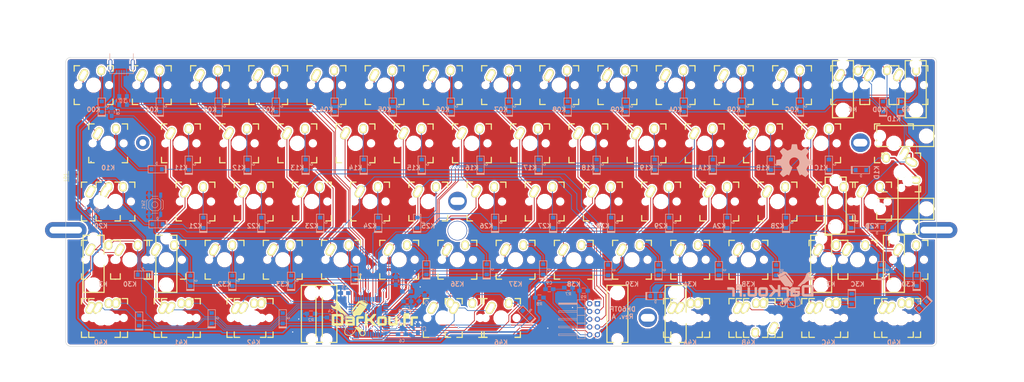
<source format=kicad_pcb>
(kicad_pcb (version 4) (host pcbnew 4.0.5+dfsg1-4)
  (title_block (title "MX/Alps HHKB") (date 2017-05-22) (rev A.1) (company DarKou))
  (layers (0 F.Cu signal) (31 B.Cu signal) (34 B.Paste user) (35 F.Paste user) (36 B.SilkS user) (37 F.SilkS user hide) (38 B.Mask user) (39 F.Mask user) (44 Edge.Cuts user))
  (net 0 "")
  (net 1 "Net-(C1-Pad1)")
  (net 2 GND)
  (net 3 "Net-(C2-Pad1)")
  (net 4 "Net-(C8-Pad1)")
  (net 5 "Net-(D1-Pad2)")
  (net 6 /Row0)
  (net 7 "Net-(D2-Pad2)")
  (net 8 "Net-(D3-Pad2)")
  (net 9 "Net-(D4-Pad2)")
  (net 10 "Net-(D5-Pad2)")
  (net 11 "Net-(D6-Pad2)")
  (net 12 "Net-(D7-Pad2)")
  (net 13 "Net-(D8-Pad2)")
  (net 14 "Net-(D9-Pad2)")
  (net 15 "Net-(D10-Pad2)")
  (net 16 "Net-(D11-Pad2)")
  (net 17 "Net-(D12-Pad2)")
  (net 18 "Net-(D13-Pad2)")
  (net 19 "Net-(D14-Pad2)")
  (net 20 /Row1)
  (net 21 "Net-(D15-Pad2)")
  (net 22 "Net-(D16-Pad2)")
  (net 23 "Net-(D17-Pad2)")
  (net 24 "Net-(D18-Pad2)")
  (net 25 "Net-(D19-Pad2)")
  (net 26 "Net-(D21-Pad2)")
  (net 27 "Net-(D22-Pad2)")
  (net 28 "Net-(D23-Pad2)")
  (net 29 "Net-(D24-Pad2)")
  (net 30 "Net-(D26-Pad2)")
  (net 31 "Net-(D27-Pad2)")
  (net 32 /Row2)
  (net 33 "Net-(D28-Pad2)")
  (net 34 "Net-(D29-Pad2)")
  (net 35 "Net-(D31-Pad2)")
  (net 36 "Net-(D32-Pad2)")
  (net 37 "Net-(D33-Pad2)")
  (net 38 "Net-(D34-Pad2)")
  (net 39 "Net-(D35-Pad2)")
  (net 40 "Net-(D36-Pad2)")
  (net 41 "Net-(D37-Pad2)")
  (net 42 "Net-(D38-Pad2)")
  (net 43 "Net-(D39-Pad2)")
  (net 44 "Net-(D40-Pad2)")
  (net 45 /Row3)
  (net 46 "Net-(D41-Pad2)")
  (net 47 "Net-(D42-Pad2)")
  (net 48 "Net-(D43-Pad2)")
  (net 49 "Net-(D44-Pad2)")
  (net 50 "Net-(D45-Pad2)")
  (net 51 "Net-(D46-Pad2)")
  (net 52 "Net-(D47-Pad2)")
  (net 53 "Net-(D48-Pad2)")
  (net 54 "Net-(D49-Pad2)")
  (net 55 "Net-(D50-Pad2)")
  (net 56 "Net-(D51-Pad2)")
  (net 57 "Net-(D52-Pad2)")
  (net 58 "Net-(D53-Pad2)")
  (net 59 /Row4)
  (net 60 "Net-(D54-Pad2)")
  (net 61 "Net-(D55-Pad2)")
  (net 62 "Net-(D56-Pad2)")
  (net 63 "Net-(D57-Pad2)")
  (net 64 "Net-(D58-Pad2)")
  (net 65 "Net-(D59-Pad2)")
  (net 66 "Net-(D60-Pad2)")
  (net 67 "Net-(J1-Pad2)")
  (net 68 "Net-(J1-Pad3)")
  (net 69 "Net-(J1-Pad4)")
  (net 70 /Col0)
  (net 71 /Col1)
  (net 72 /Col2)
  (net 73 /Col3)
  (net 74 /Col4)
  (net 75 /Col5)
  (net 76 /Col6)
  (net 77 /Col7)
  (net 78 /Col8)
  (net 79 /Col9)
  (net 80 "Net-(R1-Pad2)")
  (net 81 "Net-(R3-Pad1)")
  (net 82 "Net-(R4-Pad2)")
  (net 83 "Net-(U0-Pad35)")
  (net 84 "Net-(U0-Pad42)")
  (net 85 "Net-(LD1-Pad2)")
  (net 86 /CAPS_LED)
  (net 87 D2)
  (net 88 D5)
  (net 89 "Net-(D61-Pad2)")
  (net 90 "Net-(D62-Pad2)")
  (net 91 "Net-(D63-Pad2)")
  (net 92 "Net-(U0-Pad41)")
  (net 93 "Net-(U0-Pad26)")
  (net 94 "Net-(D64-Pad2)")
  (net 95 "Net-(D65-Pad2)")
  (net 96 "Net-(D66-Pad2)")
  (net 97 "Net-(D67-Pad2)")
  (net 98 "Net-(D68-Pad2)")
  (net 99 /ColA)
  (net 100 /ColB)
  (net 101 /ColC)
  (net 102 /ColD)
  (net 103 "Net-(R2-Pad2)")
  (net 104 "Net-(U0-Pad8)")
  (net 105 "Net-(P2-Pad1)")
  (net 106 VCC)
  (net 107 "Net-(C9-Pad1)")
  (module Footprint:darkou (layer B.Cu) (at 259.75 97.75 180)
    (fp_text reference G*** hide)
    (fp_text value LOGO hide)
  )
  (module Footprint:MXST (layer F.Cu) (at 114.3 107.15625 180)
    (fp_text reference MXST hide)
    (fp_text value VAL** hide)
    (pad "" np_thru_hole circle (at 0 -6.985 180) (size 3.048 3.048) (drill 3.048) (layers *.Cu *.Mask))
    (pad "" np_thru_hole circle (at 0 8.255 180) (size 3.9802 3.9802) (drill 3.9802) (layers *.Cu *.Mask))
  )
  (module Mounting_Holes:MountingHole_2.2mm_M2_Pad (layer F.Cu) (at 157.1625 78.58125)
    (fp_text reference REF** hide)
    (fp_text value MountingHole_2.2mm_M2_Pad hide)
    (pad 1 thru_hole circle (at 0 0) (size 6.4 6.4) (drill 6) (layers *.Cu *.Mask))
  )
  (module Footprint:MXST (layer F.Cu) (at 228.6 107.15625 180)
    (fp_text reference MXST hide)
    (fp_text value VAL** hide)
    (pad "" np_thru_hole circle (at 0 -6.985 180) (size 3.048 3.048) (drill 3.048) (layers *.Cu *.Mask))
    (pad "" np_thru_hole circle (at 0 8.255 180) (size 3.9802 3.9802) (drill 3.9802) (layers *.Cu *.Mask))
  )
  (module Footprint:MXST (layer F.Cu) (at 209.55 107.15625 180)
    (fp_text reference MXST hide)
    (fp_text value VAL** hide)
    (pad "" np_thru_hole circle (at 0 -6.985 180) (size 3.048 3.048) (drill 3.048) (layers *.Cu *.Mask))
    (pad "" np_thru_hole circle (at 0 8.255 180) (size 3.9802 3.9802) (drill 3.9802) (layers *.Cu *.Mask))
  )
  (module Footprint:MXST (layer F.Cu) (at 109.5375 107.15625 180)
    (fp_text reference MXST hide)
    (fp_text value VAL** hide)
    (pad "" np_thru_hole circle (at 0 -6.985 180) (size 3.048 3.048) (drill 3.048) (layers *.Cu *.Mask))
    (pad "" np_thru_hole circle (at 0 8.255 180) (size 3.9802 3.9802) (drill 3.9802) (layers *.Cu *.Mask))
  )
  (module Footprint:MXST (layer F.Cu) (at 300.0375 88.10625)
    (fp_text reference MXST hide)
    (fp_text value VAL** hide)
    (pad "" np_thru_hole circle (at 0 -6.985) (size 3.048 3.048) (drill 3.048) (layers *.Cu *.Mask))
    (pad "" np_thru_hole circle (at 0 8.255) (size 3.9802 3.9802) (drill 3.9802) (layers *.Cu *.Mask))
  )
  (module Footprint:MXST (layer F.Cu) (at 276.225 88.10625)
    (fp_text reference MXST hide)
    (fp_text value VAL** hide)
    (pad "" np_thru_hole circle (at 0 -6.985) (size 3.048 3.048) (drill 3.048) (layers *.Cu *.Mask))
    (pad "" np_thru_hole circle (at 0 8.255) (size 3.9802 3.9802) (drill 3.9802) (layers *.Cu *.Mask))
  )
  (module Footprint:MXST (layer F.Cu) (at 302.41875 47.625 90)
    (fp_text reference MXST hide)
    (fp_text value VAL** hide)
    (pad "" np_thru_hole circle (at 0 -6.985 90) (size 3.048 3.048) (drill 3.048) (layers *.Cu *.Mask))
    (pad "" np_thru_hole circle (at 0 8.255 90) (size 3.9802 3.9802) (drill 3.9802) (layers *.Cu *.Mask))
  )
  (module Footprint:MXST (layer F.Cu) (at 302.41875 71.4375 90)
    (fp_text reference MXST hide)
    (fp_text value VAL** hide)
    (pad "" np_thru_hole circle (at 0 -6.985 90) (size 3.048 3.048) (drill 3.048) (layers *.Cu *.Mask))
    (pad "" np_thru_hole circle (at 0 8.255 90) (size 3.9802 3.9802) (drill 3.9802) (layers *.Cu *.Mask))
  )
  (module Footprint:MXST (layer F.Cu) (at 280.9875 69.05625)
    (fp_text reference MXST hide)
    (fp_text value VAL** hide)
    (pad "" np_thru_hole circle (at 0 -6.985) (size 3.048 3.048) (drill 3.048) (layers *.Cu *.Mask))
    (pad "" np_thru_hole circle (at 0 8.255) (size 3.9802 3.9802) (drill 3.9802) (layers *.Cu *.Mask))
  )
  (module Footprint:MXST (layer F.Cu) (at 304.8 69.05625)
    (fp_text reference MXST hide)
    (fp_text value VAL** hide)
    (pad "" np_thru_hole circle (at 0 -6.985) (size 3.048 3.048) (drill 3.048) (layers *.Cu *.Mask))
    (pad "" np_thru_hole circle (at 0 8.255) (size 3.9802 3.9802) (drill 3.9802) (layers *.Cu *.Mask))
  )
  (module Footprint:MXST (layer F.Cu) (at 307.18125 30.95625)
    (fp_text reference MXST hide)
    (fp_text value VAL** hide)
    (pad "" np_thru_hole circle (at 0 -6.985) (size 3.048 3.048) (drill 3.048) (layers *.Cu *.Mask))
    (pad "" np_thru_hole circle (at 0 8.255) (size 3.9802 3.9802) (drill 3.9802) (layers *.Cu *.Mask))
  )
  (module Footprint:MXST (layer F.Cu) (at 283.36875 30.95625)
    (fp_text reference MXST hide)
    (fp_text value VAL** hide)
    (pad "" np_thru_hole circle (at 0 -6.985) (size 3.048 3.048) (drill 3.048) (layers *.Cu *.Mask))
    (pad "" np_thru_hole circle (at 0 8.255) (size 3.9802 3.9802) (drill 3.9802) (layers *.Cu *.Mask))
  )
  (module Footprint:MXST (layer F.Cu) (at 61.9125 88.10625)
    (fp_text reference MXST hide)
    (fp_text value VAL** hide)
    (pad "" np_thru_hole circle (at 0 -6.985) (size 3.048 3.048) (drill 3.048) (layers *.Cu *.Mask))
    (pad "" np_thru_hole circle (at 0 8.255) (size 3.9802 3.9802) (drill 3.9802) (layers *.Cu *.Mask))
  )
  (module Footprint:Poker_oval_hole (layer F.Cu) (at 289.05 49.8)
    (fp_text reference Poker_oval_hole hide)
    (fp_text value VAL** hide)
    (pad "" thru_hole circle (at 0 0) (size 6.1 6.1) (drill oval 4.6 2.5) (layers *.Cu *.Mask))
  )
  (module Footprint:Poker_oval_hole (layer F.Cu) (at 157.2 68.9)
    (fp_text reference Poker_oval_hole hide)
    (fp_text value VAL** hide)
    (pad "" thru_hole circle (at 0 0) (size 6.1 6.1) (drill oval 4.6 2.5) (layers *.Cu *.Mask))
  )
  (module Footprint:Poker_side_edge_long (layer F.Cu) (at 314 78.4)
    (fp_text reference Poker_side_edge_long hide)
    (fp_text value VAL** hide)
    (pad "" thru_hole oval (at 0 0) (size 13.6 5.2) (drill oval 10.6 2.2) (layers *.Cu *.Mask))
  )
  (module Capacitors_SMD:C_0805_HandSoldering (layer B.Cu) (at 145.5 100.75 45)
    (fp_text reference C1 (at 0 2.1 45) (layer B.SilkS) (effects (justify mirror)))
    (fp_text value 22p)
    (pad 1 smd rect (at -1.25 0 45) (size 1.5 1.25) (layers B.Cu B.Paste B.Mask) (net 1 "Net-(C1-Pad1)"))
    (pad 2 smd rect (at 1.25 0 45) (size 1.5 1.25) (layers B.Cu B.Paste B.Mask) (net 2 GND))
  )
  (module Capacitors_SMD:C_0805_HandSoldering (layer B.Cu) (at 144.25 110.75 90)
    (fp_text reference C2 (at 0 2.1 90) (layer B.SilkS) (effects (justify mirror)))
    (fp_text value 22p)
    (pad 1 smd rect (at -1.25 0 90) (size 1.5 1.25) (layers B.Cu B.Paste B.Mask) (net 3 "Net-(C2-Pad1)"))
    (pad 2 smd rect (at 1.25 0 90) (size 1.5 1.25) (layers B.Cu B.Paste B.Mask) (net 2 GND))
  )
  (module Capacitors_SMD:C_0805_HandSoldering (layer B.Cu) (at 137 95 90)
    (fp_text reference C3 (at 0 2.1 90) (layer B.SilkS) (effects (justify mirror)))
    (fp_text value 0.1u hide)
    (pad 1 smd rect (at -1.25 0 90) (size 1.5 1.25) (layers B.Cu B.Paste B.Mask) (net 106 VCC))
    (pad 2 smd rect (at 1.25 0 90) (size 1.5 1.25) (layers B.Cu B.Paste B.Mask) (net 2 GND))
  )
  (module Capacitors_SMD:C_0805_HandSoldering (layer B.Cu) (at 115.75 107 180)
    (fp_text reference C4 (at 0 2.1 180) (layer B.SilkS) (effects (justify mirror)))
    (fp_text value 0.1u hide)
    (pad 1 smd rect (at -1.25 0 180) (size 1.5 1.25) (layers B.Cu B.Paste B.Mask) (net 106 VCC))
    (pad 2 smd rect (at 1.25 0 180) (size 1.5 1.25) (layers B.Cu B.Paste B.Mask) (net 2 GND))
  )
  (module Capacitors_SMD:C_0805_HandSoldering (layer B.Cu) (at 120.25 99 180)
    (fp_text reference C5 (at 0 2.1 180) (layer B.SilkS) (effects (justify mirror)))
    (fp_text value 0.1u)
    (pad 1 smd rect (at -1.25 0 180) (size 1.5 1.25) (layers B.Cu B.Paste B.Mask) (net 106 VCC))
    (pad 2 smd rect (at 1.25 0 180) (size 1.5 1.25) (layers B.Cu B.Paste B.Mask) (net 2 GND))
  )
  (module Capacitors_SMD:C_0805_HandSoldering (layer B.Cu) (at 139 112.5)
    (fp_text reference C6 (at 0 2.1) (layer B.SilkS) (effects (justify mirror)))
    (fp_text value 0.1u)
    (pad 1 smd rect (at -1.25 0) (size 1.5 1.25) (layers B.Cu B.Paste B.Mask) (net 106 VCC))
    (pad 2 smd rect (at 1.25 0) (size 1.5 1.25) (layers B.Cu B.Paste B.Mask) (net 2 GND))
  )
  (module Capacitors_SMD:C_0805_HandSoldering (layer B.Cu) (at 140.75 101.75)
    (fp_text reference C7 (at 0 2.1) (layer B.SilkS) (effects (justify mirror)))
    (fp_text value 4.7u)
    (pad 1 smd rect (at -1.25 0) (size 1.5 1.25) (layers B.Cu B.Paste B.Mask) (net 106 VCC))
    (pad 2 smd rect (at 1.25 0) (size 1.5 1.25) (layers B.Cu B.Paste B.Mask) (net 2 GND))
  )
  (module Capacitors_SMD:C_0805_HandSoldering (layer B.Cu) (at 44 39.75 90)
    (fp_text reference C8 (at 0 2.1 90) (layer B.SilkS) (effects (justify mirror)))
    (fp_text value 1u)
    (pad 1 smd rect (at -1.25 0 90) (size 1.5 1.25) (layers B.Cu B.Paste B.Mask) (net 4 "Net-(C8-Pad1)"))
    (pad 2 smd rect (at 1.25 0 90) (size 1.5 1.25) (layers B.Cu B.Paste B.Mask) (net 2 GND))
  )
  (module Capacitors_SMD:C_0805_HandSoldering (layer B.Cu) (at 187.25 97.75 180)
    (fp_text reference C9 (at 0 2.1 180) (layer B.SilkS) (effects (justify mirror)))
    (fp_text value 2.2u)
    (pad 1 smd rect (at -1.25 0 180) (size 1.5 1.25) (layers B.Cu B.Paste B.Mask) (net 107 "Net-(C9-Pad1)"))
    (pad 2 smd rect (at 1.25 0 180) (size 1.5 1.25) (layers B.Cu B.Paste B.Mask) (net 106 VCC))
  )
  (module Footprint:D_SOD123 (layer B.Cu) (at 40.75 38 90)
    (fp_text reference D1 hide)
    (fp_text value D (at 0 1.925 90) (layer B.SilkS) (effects (font (size 0.8 0.8)) (justify mirror)))
    (pad 2 smd rect (at 1.7 0 90) (size 1.2 1.4) (layers B.Cu B.Paste B.Mask) (net 5 "Net-(D1-Pad2)"))
    (pad 1 smd rect (at -1.7 0 90) (size 1.2 1.4) (layers B.Cu B.Paste B.Mask) (net 6 /Row0))
  )
  (module Footprint:D_SOD123 (layer B.Cu) (at 58.75 58.5 180)
    (fp_text reference D2 hide)
    (fp_text value D (at 0 1.925 180) (layer B.SilkS) (effects (font (size 0.8 0.8)) (justify mirror)))
    (pad 2 smd rect (at 1.7 0 180) (size 1.2 1.4) (layers B.Cu B.Paste B.Mask) (net 7 "Net-(D2-Pad2)"))
    (pad 1 smd rect (at -1.7 0 180) (size 1.2 1.4) (layers B.Cu B.Paste B.Mask) (net 20 /Row1))
  )
  (module Footprint:D_SOD123 (layer B.Cu) (at 59 76.5 180)
    (fp_text reference D3 hide)
    (fp_text value D (at 0 1.925 180) (layer B.SilkS) (effects (font (size 0.8 0.8)) (justify mirror)))
    (pad 2 smd rect (at 1.7 0 180) (size 1.2 1.4) (layers B.Cu B.Paste B.Mask) (net 8 "Net-(D3-Pad2)"))
    (pad 1 smd rect (at -1.7 0 180) (size 1.2 1.4) (layers B.Cu B.Paste B.Mask) (net 32 /Row2))
  )
  (module Footprint:D_SOD123 (layer B.Cu) (at 54.25 93 180)
    (fp_text reference D4 hide)
    (fp_text value D (at 0 1.925 180) (layer B.SilkS) (effects (font (size 0.8 0.8)) (justify mirror)))
    (pad 2 smd rect (at 1.7 0 180) (size 1.2 1.4) (layers B.Cu B.Paste B.Mask) (net 9 "Net-(D4-Pad2)"))
    (pad 1 smd rect (at -1.7 0 180) (size 1.2 1.4) (layers B.Cu B.Paste B.Mask) (net 45 /Row3))
  )
  (module Footprint:D_SOD123 (layer B.Cu) (at 53 108 90)
    (fp_text reference D5 hide)
    (fp_text value D (at 0 1.925 90) (layer B.SilkS) (effects (font (size 0.8 0.8)) (justify mirror)))
    (pad 2 smd rect (at 1.7 0 90) (size 1.2 1.4) (layers B.Cu B.Paste B.Mask) (net 10 "Net-(D5-Pad2)"))
    (pad 1 smd rect (at -1.7 0 90) (size 1.2 1.4) (layers B.Cu B.Paste B.Mask) (net 59 /Row4))
  )
  (module Footprint:D_SOD123 (layer B.Cu) (at 59.75 38 90)
    (fp_text reference D6 hide)
    (fp_text value D (at 0 1.925 90) (layer B.SilkS) (effects (font (size 0.8 0.8)) (justify mirror)))
    (pad 2 smd rect (at 1.7 0 90) (size 1.2 1.4) (layers B.Cu B.Paste B.Mask) (net 11 "Net-(D6-Pad2)"))
    (pad 1 smd rect (at -1.7 0 90) (size 1.2 1.4) (layers B.Cu B.Paste B.Mask) (net 6 /Row0))
  )
  (module Footprint:D_SOD123 (layer B.Cu) (at 69.25 57 90)
    (fp_text reference D7 hide)
    (fp_text value D (at 0 1.925 90) (layer B.SilkS) (effects (font (size 0.8 0.8)) (justify mirror)))
    (pad 2 smd rect (at 1.7 0 90) (size 1.2 1.4) (layers B.Cu B.Paste B.Mask) (net 12 "Net-(D7-Pad2)"))
    (pad 1 smd rect (at -1.7 0 90) (size 1.2 1.4) (layers B.Cu B.Paste B.Mask) (net 20 /Row1))
  )
  (module Footprint:D_SOD123 (layer B.Cu) (at 74 76 90)
    (fp_text reference D8 hide)
    (fp_text value D (at 0 1.925 90) (layer B.SilkS) (effects (font (size 0.8 0.8)) (justify mirror)))
    (pad 2 smd rect (at 1.7 0 90) (size 1.2 1.4) (layers B.Cu B.Paste B.Mask) (net 13 "Net-(D8-Pad2)"))
    (pad 1 smd rect (at -1.7 0 90) (size 1.2 1.4) (layers B.Cu B.Paste B.Mask) (net 32 /Row2))
  )
  (module Footprint:D_SOD123 (layer B.Cu) (at 69.75 95 90)
    (fp_text reference D9 hide)
    (fp_text value D (at 0 1.925 90) (layer B.SilkS) (effects (font (size 0.8 0.8)) (justify mirror)))
    (pad 2 smd rect (at 1.7 0 90) (size 1.2 1.4) (layers B.Cu B.Paste B.Mask) (net 14 "Net-(D9-Pad2)"))
    (pad 1 smd rect (at -1.7 0 90) (size 1.2 1.4) (layers B.Cu B.Paste B.Mask) (net 45 /Row3))
  )
  (module Footprint:D_SOD123 (layer B.Cu) (at 76.75 107.25 90)
    (fp_text reference D10 hide)
    (fp_text value D (at 0 1.925 90) (layer B.SilkS) (effects (font (size 0.8 0.8)) (justify mirror)))
    (pad 2 smd rect (at 1.7 0 90) (size 1.2 1.4) (layers B.Cu B.Paste B.Mask) (net 15 "Net-(D10-Pad2)"))
    (pad 1 smd rect (at -1.7 0 90) (size 1.2 1.4) (layers B.Cu B.Paste B.Mask) (net 59 /Row4))
  )
  (module Footprint:D_SOD123 (layer B.Cu) (at 79 38 90)
    (fp_text reference D11 hide)
    (fp_text value D (at 0 1.925 90) (layer B.SilkS) (effects (font (size 0.8 0.8)) (justify mirror)))
    (pad 2 smd rect (at 1.7 0 90) (size 1.2 1.4) (layers B.Cu B.Paste B.Mask) (net 16 "Net-(D11-Pad2)"))
    (pad 1 smd rect (at -1.7 0 90) (size 1.2 1.4) (layers B.Cu B.Paste B.Mask) (net 6 /Row0))
  )
  (module Footprint:D_SOD123 (layer B.Cu) (at 88.5 57 90)
    (fp_text reference D12 hide)
    (fp_text value D (at 0 1.925 90) (layer B.SilkS) (effects (font (size 0.8 0.8)) (justify mirror)))
    (pad 2 smd rect (at 1.7 0 90) (size 1.2 1.4) (layers B.Cu B.Paste B.Mask) (net 17 "Net-(D12-Pad2)"))
    (pad 1 smd rect (at -1.7 0 90) (size 1.2 1.4) (layers B.Cu B.Paste B.Mask) (net 20 /Row1))
  )
  (module Footprint:D_SOD123 (layer B.Cu) (at 93 76 90)
    (fp_text reference D13 hide)
    (fp_text value D (at 0 1.925 90) (layer B.SilkS) (effects (font (size 0.8 0.8)) (justify mirror)))
    (pad 2 smd rect (at 1.7 0 90) (size 1.2 1.4) (layers B.Cu B.Paste B.Mask) (net 18 "Net-(D13-Pad2)"))
    (pad 1 smd rect (at -1.7 0 90) (size 1.2 1.4) (layers B.Cu B.Paste B.Mask) (net 32 /Row2))
  )
  (module Footprint:D_SOD123 (layer B.Cu) (at 83.5 95 90)
    (fp_text reference D14 hide)
    (fp_text value D (at 0 1.925 90) (layer B.SilkS) (effects (font (size 0.8 0.8)) (justify mirror)))
    (pad 2 smd rect (at 1.7 0 90) (size 1.2 1.4) (layers B.Cu B.Paste B.Mask) (net 19 "Net-(D14-Pad2)"))
    (pad 1 smd rect (at -1.7 0 90) (size 1.2 1.4) (layers B.Cu B.Paste B.Mask) (net 45 /Row3))
  )
  (module Footprint:D_SOD123 (layer B.Cu) (at 100 107.25 90)
    (fp_text reference D15 hide)
    (fp_text value D (at 0 1.925 90) (layer B.SilkS) (effects (font (size 0.8 0.8)) (justify mirror)))
    (pad 2 smd rect (at 1.7 0 90) (size 1.2 1.4) (layers B.Cu B.Paste B.Mask) (net 21 "Net-(D15-Pad2)"))
    (pad 1 smd rect (at -1.7 0 90) (size 1.2 1.4) (layers B.Cu B.Paste B.Mask) (net 59 /Row4))
  )
  (module Footprint:D_SOD123 (layer B.Cu) (at 97.75 38 90)
    (fp_text reference D16 hide)
    (fp_text value D (at 0 1.925 90) (layer B.SilkS) (effects (font (size 0.8 0.8)) (justify mirror)))
    (pad 2 smd rect (at 1.7 0 90) (size 1.2 1.4) (layers B.Cu B.Paste B.Mask) (net 22 "Net-(D16-Pad2)"))
    (pad 1 smd rect (at -1.7 0 90) (size 1.2 1.4) (layers B.Cu B.Paste B.Mask) (net 6 /Row0))
  )
  (module Footprint:D_SOD123 (layer B.Cu) (at 107.5 57 90)
    (fp_text reference D17 hide)
    (fp_text value D (at 0 1.925 90) (layer B.SilkS) (effects (font (size 0.8 0.8)) (justify mirror)))
    (pad 2 smd rect (at 1.7 0 90) (size 1.2 1.4) (layers B.Cu B.Paste B.Mask) (net 23 "Net-(D17-Pad2)"))
    (pad 1 smd rect (at -1.7 0 90) (size 1.2 1.4) (layers B.Cu B.Paste B.Mask) (net 20 /Row1))
  )
  (module Footprint:D_SOD123 (layer B.Cu) (at 112.25 76 90)
    (fp_text reference D18 hide)
    (fp_text value D (at 0 1.925 90) (layer B.SilkS) (effects (font (size 0.8 0.8)) (justify mirror)))
    (pad 2 smd rect (at 1.7 0 90) (size 1.2 1.4) (layers B.Cu B.Paste B.Mask) (net 24 "Net-(D18-Pad2)"))
    (pad 1 smd rect (at -1.7 0 90) (size 1.2 1.4) (layers B.Cu B.Paste B.Mask) (net 32 /Row2))
  )
  (module Footprint:D_SOD123 (layer B.Cu) (at 102.75 95 90)
    (fp_text reference D19 hide)
    (fp_text value D (at 0 1.925 90) (layer B.SilkS) (effects (font (size 0.8 0.8)) (justify mirror)))
    (pad 2 smd rect (at 1.7 0 90) (size 1.2 1.4) (layers B.Cu B.Paste B.Mask) (net 25 "Net-(D19-Pad2)"))
    (pad 1 smd rect (at -1.7 0 90) (size 1.2 1.4) (layers B.Cu B.Paste B.Mask) (net 45 /Row3))
  )
  (module Footprint:D_SOD123 (layer B.Cu) (at 117 38 90)
    (fp_text reference D21 hide)
    (fp_text value D (at 0 1.925 90) (layer B.SilkS) (effects (font (size 0.8 0.8)) (justify mirror)))
    (pad 2 smd rect (at 1.7 0 90) (size 1.2 1.4) (layers B.Cu B.Paste B.Mask) (net 26 "Net-(D21-Pad2)"))
    (pad 1 smd rect (at -1.7 0 90) (size 1.2 1.4) (layers B.Cu B.Paste B.Mask) (net 6 /Row0))
  )
  (module Footprint:D_SOD123 (layer B.Cu) (at 126.5 57 90)
    (fp_text reference D22 hide)
    (fp_text value D (at 0 1.925 90) (layer B.SilkS) (effects (font (size 0.8 0.8)) (justify mirror)))
    (pad 2 smd rect (at 1.7 0 90) (size 1.2 1.4) (layers B.Cu B.Paste B.Mask) (net 27 "Net-(D22-Pad2)"))
    (pad 1 smd rect (at -1.7 0 90) (size 1.2 1.4) (layers B.Cu B.Paste B.Mask) (net 20 /Row1))
  )
  (module Footprint:D_SOD123 (layer B.Cu) (at 131.25 76 90)
    (fp_text reference D23 hide)
    (fp_text value D (at 0 1.925 90) (layer B.SilkS) (effects (font (size 0.8 0.8)) (justify mirror)))
    (pad 2 smd rect (at 1.7 0 90) (size 1.2 1.4) (layers B.Cu B.Paste B.Mask) (net 28 "Net-(D23-Pad2)"))
    (pad 1 smd rect (at -1.7 0 90) (size 1.2 1.4) (layers B.Cu B.Paste B.Mask) (net 32 /Row2))
  )
  (module Footprint:D_SOD123 (layer B.Cu) (at 123.5 93 90)
    (fp_text reference D24 hide)
    (fp_text value D (at 0 1.925 90) (layer B.SilkS) (effects (font (size 0.8 0.8)) (justify mirror)))
    (pad 2 smd rect (at 1.7 0 90) (size 1.2 1.4) (layers B.Cu B.Paste B.Mask) (net 29 "Net-(D24-Pad2)"))
    (pad 1 smd rect (at -1.7 0 90) (size 1.2 1.4) (layers B.Cu B.Paste B.Mask) (net 45 /Row3))
  )
  (module Footprint:D_SOD123 (layer B.Cu) (at 136 38 90)
    (fp_text reference D26 hide)
    (fp_text value D (at 0 1.925 90) (layer B.SilkS) (effects (font (size 0.8 0.8)) (justify mirror)))
    (pad 2 smd rect (at 1.7 0 90) (size 1.2 1.4) (layers B.Cu B.Paste B.Mask) (net 30 "Net-(D26-Pad2)"))
    (pad 1 smd rect (at -1.7 0 90) (size 1.2 1.4) (layers B.Cu B.Paste B.Mask) (net 6 /Row0))
  )
  (module Footprint:D_SOD123 (layer B.Cu) (at 145.5 57 90)
    (fp_text reference D27 hide)
    (fp_text value D (at 0 1.925 90) (layer B.SilkS) (effects (font (size 0.8 0.8)) (justify mirror)))
    (pad 2 smd rect (at 1.7 0 90) (size 1.2 1.4) (layers B.Cu B.Paste B.Mask) (net 31 "Net-(D27-Pad2)"))
    (pad 1 smd rect (at -1.7 0 90) (size 1.2 1.4) (layers B.Cu B.Paste B.Mask) (net 20 /Row1))
  )
  (module Footprint:D_SOD123 (layer B.Cu) (at 144 76 90)
    (fp_text reference D28 hide)
    (fp_text value D (at 0 1.925 90) (layer B.SilkS) (effects (font (size 0.8 0.8)) (justify mirror)))
    (pad 2 smd rect (at 1.7 0 90) (size 1.2 1.4) (layers B.Cu B.Paste B.Mask) (net 33 "Net-(D28-Pad2)"))
    (pad 1 smd rect (at -1.7 0 90) (size 1.2 1.4) (layers B.Cu B.Paste B.Mask) (net 32 /Row2))
  )
  (module Footprint:D_SOD123 (layer B.Cu) (at 147 91.25 90)
    (fp_text reference D29 hide)
    (fp_text value D (at 0 1.925 90) (layer B.SilkS) (effects (font (size 0.8 0.8)) (justify mirror)))
    (pad 2 smd rect (at 1.7 0 90) (size 1.2 1.4) (layers B.Cu B.Paste B.Mask) (net 34 "Net-(D29-Pad2)"))
    (pad 1 smd rect (at -1.7 0 90) (size 1.2 1.4) (layers B.Cu B.Paste B.Mask) (net 45 /Row3))
  )
  (module Footprint:D_SOD123 (layer B.Cu) (at 155 38 90)
    (fp_text reference D31 hide)
    (fp_text value D (at 0 1.925 90) (layer B.SilkS) (effects (font (size 0.8 0.8)) (justify mirror)))
    (pad 2 smd rect (at 1.7 0 90) (size 1.2 1.4) (layers B.Cu B.Paste B.Mask) (net 35 "Net-(D31-Pad2)"))
    (pad 1 smd rect (at -1.7 0 90) (size 1.2 1.4) (layers B.Cu B.Paste B.Mask) (net 6 /Row0))
  )
  (module Footprint:D_SOD123 (layer B.Cu) (at 164.75 57 90)
    (fp_text reference D32 hide)
    (fp_text value D (at 0 1.925 90) (layer B.SilkS) (effects (font (size 0.8 0.8)) (justify mirror)))
    (pad 2 smd rect (at 1.7 0 90) (size 1.2 1.4) (layers B.Cu B.Paste B.Mask) (net 36 "Net-(D32-Pad2)"))
    (pad 1 smd rect (at -1.7 0 90) (size 1.2 1.4) (layers B.Cu B.Paste B.Mask) (net 20 /Row1))
  )
  (module Footprint:D_SOD123 (layer B.Cu) (at 169.5 76 90)
    (fp_text reference D33 hide)
    (fp_text value D (at 0 1.925 90) (layer B.SilkS) (effects (font (size 0.8 0.8)) (justify mirror)))
    (pad 2 smd rect (at 1.7 0 90) (size 1.2 1.4) (layers B.Cu B.Paste B.Mask) (net 37 "Net-(D33-Pad2)"))
    (pad 1 smd rect (at -1.7 0 90) (size 1.2 1.4) (layers B.Cu B.Paste B.Mask) (net 32 /Row2))
  )
  (module Footprint:D_SOD123 (layer B.Cu) (at 166.75 91.25 90)
    (fp_text reference D34 hide)
    (fp_text value D (at 0 1.925 90) (layer B.SilkS) (effects (font (size 0.8 0.8)) (justify mirror)))
    (pad 2 smd rect (at 1.7 0 90) (size 1.2 1.4) (layers B.Cu B.Paste B.Mask) (net 38 "Net-(D34-Pad2)"))
    (pad 1 smd rect (at -1.7 0 90) (size 1.2 1.4) (layers B.Cu B.Paste B.Mask) (net 45 /Row3))
  )
  (module Footprint:D_SOD123 (layer B.Cu) (at 179.75 106 135)
    (fp_text reference D35 hide)
    (fp_text value D (at 0 1.925 135) (layer B.SilkS) (effects (font (size 0.8 0.8)) (justify mirror)))
    (pad 2 smd rect (at 1.7 0 135) (size 1.2 1.4) (layers B.Cu B.Paste B.Mask) (net 39 "Net-(D35-Pad2)"))
    (pad 1 smd rect (at -1.7 0 135) (size 1.2 1.4) (layers B.Cu B.Paste B.Mask) (net 59 /Row4))
  )
  (module Footprint:D_SOD123 (layer B.Cu) (at 174 38 90)
    (fp_text reference D36 hide)
    (fp_text value D (at 0 1.925 90) (layer B.SilkS) (effects (font (size 0.8 0.8)) (justify mirror)))
    (pad 2 smd rect (at 1.7 0 90) (size 1.2 1.4) (layers B.Cu B.Paste B.Mask) (net 40 "Net-(D36-Pad2)"))
    (pad 1 smd rect (at -1.7 0 90) (size 1.2 1.4) (layers B.Cu B.Paste B.Mask) (net 6 /Row0))
  )
  (module Footprint:D_SOD123 (layer B.Cu) (at 183.75 57 90)
    (fp_text reference D37 hide)
    (fp_text value D (at 0 1.925 90) (layer B.SilkS) (effects (font (size 0.8 0.8)) (justify mirror)))
    (pad 2 smd rect (at 1.7 0 90) (size 1.2 1.4) (layers B.Cu B.Paste B.Mask) (net 41 "Net-(D37-Pad2)"))
    (pad 1 smd rect (at -1.7 0 90) (size 1.2 1.4) (layers B.Cu B.Paste B.Mask) (net 20 /Row1))
  )
  (module Footprint:D_SOD123 (layer B.Cu) (at 188.5 76 90)
    (fp_text reference D38 hide)
    (fp_text value D (at 0 1.925 90) (layer B.SilkS) (effects (font (size 0.8 0.8)) (justify mirror)))
    (pad 2 smd rect (at 1.7 0 90) (size 1.2 1.4) (layers B.Cu B.Paste B.Mask) (net 42 "Net-(D38-Pad2)"))
    (pad 1 smd rect (at -1.7 0 90) (size 1.2 1.4) (layers B.Cu B.Paste B.Mask) (net 32 /Row2))
  )
  (module Footprint:D_SOD123 (layer B.Cu) (at 185.25 91.25 90)
    (fp_text reference D39 hide)
    (fp_text value D (at 0 1.925 90) (layer B.SilkS) (effects (font (size 0.8 0.8)) (justify mirror)))
    (pad 2 smd rect (at 1.7 0 90) (size 1.2 1.4) (layers B.Cu B.Paste B.Mask) (net 43 "Net-(D39-Pad2)"))
    (pad 1 smd rect (at -1.7 0 90) (size 1.2 1.4) (layers B.Cu B.Paste B.Mask) (net 45 /Row3))
  )
  (module Footprint:D_SOD123 (layer B.Cu) (at 193.25 38 90)
    (fp_text reference D40 hide)
    (fp_text value D (at 0 1.925 90) (layer B.SilkS) (effects (font (size 0.8 0.8)) (justify mirror)))
    (pad 2 smd rect (at 1.7 0 90) (size 1.2 1.4) (layers B.Cu B.Paste B.Mask) (net 44 "Net-(D40-Pad2)"))
    (pad 1 smd rect (at -1.7 0 90) (size 1.2 1.4) (layers B.Cu B.Paste B.Mask) (net 6 /Row0))
  )
  (module Footprint:D_SOD123 (layer B.Cu) (at 202.75 57 90)
    (fp_text reference D41 hide)
    (fp_text value D (at 0 1.925 90) (layer B.SilkS) (effects (font (size 0.8 0.8)) (justify mirror)))
    (pad 2 smd rect (at 1.7 0 90) (size 1.2 1.4) (layers B.Cu B.Paste B.Mask) (net 46 "Net-(D41-Pad2)"))
    (pad 1 smd rect (at -1.7 0 90) (size 1.2 1.4) (layers B.Cu B.Paste B.Mask) (net 20 /Row1))
  )
  (module Footprint:D_SOD123 (layer B.Cu) (at 207.5 76 90)
    (fp_text reference D42 hide)
    (fp_text value D (at 0 1.925 90) (layer B.SilkS) (effects (font (size 0.8 0.8)) (justify mirror)))
    (pad 2 smd rect (at 1.7 0 90) (size 1.2 1.4) (layers B.Cu B.Paste B.Mask) (net 47 "Net-(D42-Pad2)"))
    (pad 1 smd rect (at -1.7 0 90) (size 1.2 1.4) (layers B.Cu B.Paste B.Mask) (net 32 /Row2))
  )
  (module Footprint:D_SOD123 (layer B.Cu) (at 206.5 91.5 90)
    (fp_text reference D43 hide)
    (fp_text value D (at 0 1.925 90) (layer B.SilkS) (effects (font (size 0.8 0.8)) (justify mirror)))
    (pad 2 smd rect (at 1.7 0 90) (size 1.2 1.4) (layers B.Cu B.Paste B.Mask) (net 48 "Net-(D43-Pad2)"))
    (pad 1 smd rect (at -1.7 0 90) (size 1.2 1.4) (layers B.Cu B.Paste B.Mask) (net 45 /Row3))
  )
  (module Footprint:D_SOD123 (layer B.Cu) (at 212.25 38 90)
    (fp_text reference D44 hide)
    (fp_text value D (at 0 1.925 90) (layer B.SilkS) (effects (font (size 0.8 0.8)) (justify mirror)))
    (pad 2 smd rect (at 1.7 0 90) (size 1.2 1.4) (layers B.Cu B.Paste B.Mask) (net 49 "Net-(D44-Pad2)"))
    (pad 1 smd rect (at -1.7 0 90) (size 1.2 1.4) (layers B.Cu B.Paste B.Mask) (net 6 /Row0))
  )
  (module Footprint:D_SOD123 (layer B.Cu) (at 221.75 57 90)
    (fp_text reference D45 hide)
    (fp_text value D (at 0 1.925 90) (layer B.SilkS) (effects (font (size 0.8 0.8)) (justify mirror)))
    (pad 2 smd rect (at 1.7 0 90) (size 1.2 1.4) (layers B.Cu B.Paste B.Mask) (net 50 "Net-(D45-Pad2)"))
    (pad 1 smd rect (at -1.7 0 90) (size 1.2 1.4) (layers B.Cu B.Paste B.Mask) (net 20 /Row1))
  )
  (module Footprint:D_SOD123 (layer B.Cu) (at 226.5 76 90)
    (fp_text reference D46 hide)
    (fp_text value D (at 0 1.925 90) (layer B.SilkS) (effects (font (size 0.8 0.8)) (justify mirror)))
    (pad 2 smd rect (at 1.7 0 90) (size 1.2 1.4) (layers B.Cu B.Paste B.Mask) (net 51 "Net-(D46-Pad2)"))
    (pad 1 smd rect (at -1.7 0 90) (size 1.2 1.4) (layers B.Cu B.Paste B.Mask) (net 32 /Row2))
  )
  (module Footprint:D_SOD123 (layer B.Cu) (at 223 91.5 90)
    (fp_text reference D47 hide)
    (fp_text value D (at 0 1.925 90) (layer B.SilkS) (effects (font (size 0.8 0.8)) (justify mirror)))
    (pad 2 smd rect (at 1.7 0 90) (size 1.2 1.4) (layers B.Cu B.Paste B.Mask) (net 52 "Net-(D47-Pad2)"))
    (pad 1 smd rect (at -1.7 0 90) (size 1.2 1.4) (layers B.Cu B.Paste B.Mask) (net 45 /Row3))
  )
  (module Footprint:D_SOD123 (layer B.Cu) (at 302.25 38 90)
    (fp_text reference D48 hide)
    (fp_text value D (at 0 1.925 90) (layer B.SilkS) (effects (font (size 0.8 0.8)) (justify mirror)))
    (pad 2 smd rect (at 1.7 0 90) (size 1.2 1.4) (layers B.Cu B.Paste B.Mask) (net 53 "Net-(D48-Pad2)"))
    (pad 1 smd rect (at -1.7 0 90) (size 1.2 1.4) (layers B.Cu B.Paste B.Mask) (net 59 /Row4))
  )
  (module Footprint:D_SOD123 (layer B.Cu) (at 231.25 38 90)
    (fp_text reference D49 hide)
    (fp_text value D (at 0 1.925 90) (layer B.SilkS) (effects (font (size 0.8 0.8)) (justify mirror)))
    (pad 2 smd rect (at 1.7 0 90) (size 1.2 1.4) (layers B.Cu B.Paste B.Mask) (net 54 "Net-(D49-Pad2)"))
    (pad 1 smd rect (at -1.7 0 90) (size 1.2 1.4) (layers B.Cu B.Paste B.Mask) (net 6 /Row0))
  )
  (module Footprint:D_SOD123 (layer B.Cu) (at 240.75 57 90)
    (fp_text reference D50 hide)
    (fp_text value D (at 0 1.925 90) (layer B.SilkS) (effects (font (size 0.8 0.8)) (justify mirror)))
    (pad 2 smd rect (at 1.7 0 90) (size 1.2 1.4) (layers B.Cu B.Paste B.Mask) (net 55 "Net-(D50-Pad2)"))
    (pad 1 smd rect (at -1.7 0 90) (size 1.2 1.4) (layers B.Cu B.Paste B.Mask) (net 20 /Row1))
  )
  (module Footprint:D_SOD123 (layer B.Cu) (at 245.5 76 90)
    (fp_text reference D51 hide)
    (fp_text value D (at 0 1.925 90) (layer B.SilkS) (effects (font (size 0.8 0.8)) (justify mirror)))
    (pad 2 smd rect (at 1.7 0 90) (size 1.2 1.4) (layers B.Cu B.Paste B.Mask) (net 56 "Net-(D51-Pad2)"))
    (pad 1 smd rect (at -1.7 0 90) (size 1.2 1.4) (layers B.Cu B.Paste B.Mask) (net 32 /Row2))
  )
  (module Footprint:D_SOD123 (layer B.Cu) (at 242.75 91.5 90)
    (fp_text reference D52 hide)
    (fp_text value D (at 0 1.925 90) (layer B.SilkS) (effects (font (size 0.8 0.8)) (justify mirror)))
    (pad 2 smd rect (at 1.7 0 90) (size 1.2 1.4) (layers B.Cu B.Paste B.Mask) (net 57 "Net-(D52-Pad2)"))
    (pad 1 smd rect (at -1.7 0 90) (size 1.2 1.4) (layers B.Cu B.Paste B.Mask) (net 45 /Row3))
  )
  (module Footprint:D_SOD123 (layer B.Cu) (at 222 100)
    (fp_text reference D53 hide)
    (fp_text value D (at 0 1.925) (layer B.SilkS) (effects (font (size 0.8 0.8)) (justify mirror)))
    (pad 2 smd rect (at 1.7 0) (size 1.2 1.4) (layers B.Cu B.Paste B.Mask) (net 58 "Net-(D53-Pad2)"))
    (pad 1 smd rect (at -1.7 0) (size 1.2 1.4) (layers B.Cu B.Paste B.Mask) (net 59 /Row4))
  )
  (module Footprint:D_SOD123 (layer B.Cu) (at 250.25 38 90)
    (fp_text reference D54 hide)
    (fp_text value D (at 0 1.925 90) (layer B.SilkS) (effects (font (size 0.8 0.8)) (justify mirror)))
    (pad 2 smd rect (at 1.7 0 90) (size 1.2 1.4) (layers B.Cu B.Paste B.Mask) (net 60 "Net-(D54-Pad2)"))
    (pad 1 smd rect (at -1.7 0 90) (size 1.2 1.4) (layers B.Cu B.Paste B.Mask) (net 6 /Row0))
  )
  (module Footprint:D_SOD123 (layer B.Cu) (at 259.75 57 90)
    (fp_text reference D55 hide)
    (fp_text value D (at 0 1.925 90) (layer B.SilkS) (effects (font (size 0.8 0.8)) (justify mirror)))
    (pad 2 smd rect (at 1.7 0 90) (size 1.2 1.4) (layers B.Cu B.Paste B.Mask) (net 61 "Net-(D55-Pad2)"))
    (pad 1 smd rect (at -1.7 0 90) (size 1.2 1.4) (layers B.Cu B.Paste B.Mask) (net 20 /Row1))
  )
  (module Footprint:D_SOD123 (layer B.Cu) (at 264.75 76 90)
    (fp_text reference D56 hide)
    (fp_text value D (at 0 1.925 90) (layer B.SilkS) (effects (font (size 0.8 0.8)) (justify mirror)))
    (pad 2 smd rect (at 1.7 0 90) (size 1.2 1.4) (layers B.Cu B.Paste B.Mask) (net 62 "Net-(D56-Pad2)"))
    (pad 1 smd rect (at -1.7 0 90) (size 1.2 1.4) (layers B.Cu B.Paste B.Mask) (net 32 /Row2))
  )
  (module Footprint:D_SOD123 (layer B.Cu) (at 261.5 91.5 90)
    (fp_text reference D57 hide)
    (fp_text value D (at 0 1.925 90) (layer B.SilkS) (effects (font (size 0.8 0.8)) (justify mirror)))
    (pad 2 smd rect (at 1.7 0 90) (size 1.2 1.4) (layers B.Cu B.Paste B.Mask) (net 63 "Net-(D57-Pad2)"))
    (pad 1 smd rect (at -1.7 0 90) (size 1.2 1.4) (layers B.Cu B.Paste B.Mask) (net 45 /Row3))
  )
  (module Footprint:D_SOD123 (layer B.Cu) (at 266.5 101 270)
    (fp_text reference D58 hide)
    (fp_text value D (at 0 1.925 270) (layer B.SilkS) (effects (font (size 0.8 0.8)) (justify mirror)))
    (pad 2 smd rect (at 1.7 0 270) (size 1.2 1.4) (layers B.Cu B.Paste B.Mask) (net 64 "Net-(D58-Pad2)"))
    (pad 1 smd rect (at -1.7 0 270) (size 1.2 1.4) (layers B.Cu B.Paste B.Mask) (net 59 /Row4))
  )
  (module Footprint:D_SOD123 (layer B.Cu) (at 269.25 38 90)
    (fp_text reference D59 hide)
    (fp_text value D (at 0 1.925 90) (layer B.SilkS) (effects (font (size 0.8 0.8)) (justify mirror)))
    (pad 2 smd rect (at 1.7 0 90) (size 1.2 1.4) (layers B.Cu B.Paste B.Mask) (net 65 "Net-(D59-Pad2)"))
    (pad 1 smd rect (at -1.7 0 90) (size 1.2 1.4) (layers B.Cu B.Paste B.Mask) (net 6 /Row0))
  )
  (module Footprint:D_SOD123 (layer B.Cu) (at 278.75 57 90)
    (fp_text reference D60 hide)
    (fp_text value D (at 0 1.925 90) (layer B.SilkS) (effects (font (size 0.8 0.8)) (justify mirror)))
    (pad 2 smd rect (at 1.7 0 90) (size 1.2 1.4) (layers B.Cu B.Paste B.Mask) (net 66 "Net-(D60-Pad2)"))
    (pad 1 smd rect (at -1.7 0 90) (size 1.2 1.4) (layers B.Cu B.Paste B.Mask) (net 20 /Row1))
  )
  (module Footprint:D_SOD123 (layer B.Cu) (at 286 76 90)
    (fp_text reference D61 hide)
    (fp_text value D (at 0 1.925 90) (layer B.SilkS) (effects (font (size 0.8 0.8)) (justify mirror)))
    (pad 2 smd rect (at 1.7 0 90) (size 1.2 1.4) (layers B.Cu B.Paste B.Mask) (net 89 "Net-(D61-Pad2)"))
    (pad 1 smd rect (at -1.7 0 90) (size 1.2 1.4) (layers B.Cu B.Paste B.Mask) (net 32 /Row2))
  )
  (module Footprint:D_SOD123 (layer B.Cu) (at 296 91.5 90)
    (fp_text reference D62 hide)
    (fp_text value D (at 0 1.925 90) (layer B.SilkS) (effects (font (size 0.8 0.8)) (justify mirror)))
    (pad 2 smd rect (at 1.7 0 90) (size 1.2 1.4) (layers B.Cu B.Paste B.Mask) (net 90 "Net-(D62-Pad2)"))
    (pad 1 smd rect (at -1.7 0 90) (size 1.2 1.4) (layers B.Cu B.Paste B.Mask) (net 45 /Row3))
  )
  (module Footprint:D_SOD123 (layer B.Cu) (at 286.25 101 270)
    (fp_text reference D63 hide)
    (fp_text value D (at 0 1.925 270) (layer B.SilkS) (effects (font (size 0.8 0.8)) (justify mirror)))
    (pad 2 smd rect (at 1.7 0 270) (size 1.2 1.4) (layers B.Cu B.Paste B.Mask) (net 91 "Net-(D63-Pad2)"))
    (pad 1 smd rect (at -1.7 0 270) (size 1.2 1.4) (layers B.Cu B.Paste B.Mask) (net 59 /Row4))
  )
  (module Footprint:D_SOD123 (layer B.Cu) (at 296.5 38 90)
    (fp_text reference D64 hide)
    (fp_text value D (at 0 1.925 90) (layer B.SilkS) (effects (font (size 0.8 0.8)) (justify mirror)))
    (pad 2 smd rect (at 1.7 0 90) (size 1.2 1.4) (layers B.Cu B.Paste B.Mask) (net 94 "Net-(D64-Pad2)"))
    (pad 1 smd rect (at -1.7 0 90) (size 1.2 1.4) (layers B.Cu B.Paste B.Mask) (net 6 /Row0))
  )
  (module Footprint:D_SOD123 (layer B.Cu) (at 289.25 58.75)
    (fp_text reference D65 hide)
    (fp_text value D (at 0 1.925) (layer B.SilkS) (effects (font (size 0.8 0.8)) (justify mirror)))
    (pad 2 smd rect (at 1.7 0) (size 1.2 1.4) (layers B.Cu B.Paste B.Mask) (net 95 "Net-(D65-Pad2)"))
    (pad 1 smd rect (at -1.7 0) (size 1.2 1.4) (layers B.Cu B.Paste B.Mask) (net 20 /Row1))
  )
  (module Footprint:D_SOD123 (layer B.Cu) (at 294.5 77.5)
    (fp_text reference D66 hide)
    (fp_text value D (at 0 1.925) (layer B.SilkS) (effects (font (size 0.8 0.8)) (justify mirror)))
    (pad 2 smd rect (at 1.7 0) (size 1.2 1.4) (layers B.Cu B.Paste B.Mask) (net 96 "Net-(D66-Pad2)"))
    (pad 1 smd rect (at -1.7 0) (size 1.2 1.4) (layers B.Cu B.Paste B.Mask) (net 32 /Row2))
  )
  (module Footprint:D_SOD123 (layer B.Cu) (at 307.5 95 90)
    (fp_text reference D67 hide)
    (fp_text value D (at 0 1.925 90) (layer B.SilkS) (effects (font (size 0.8 0.8)) (justify mirror)))
    (pad 2 smd rect (at 1.7 0 90) (size 1.2 1.4) (layers B.Cu B.Paste B.Mask) (net 97 "Net-(D67-Pad2)"))
    (pad 1 smd rect (at -1.7 0 90) (size 1.2 1.4) (layers B.Cu B.Paste B.Mask) (net 45 /Row3))
  )
  (module Footprint:D_SOD123 (layer B.Cu) (at 309.5 103 225)
    (fp_text reference D68 hide)
    (fp_text value D (at 0 1.925 225) (layer B.SilkS) (effects (font (size 0.8 0.8)) (justify mirror)))
    (pad 2 smd rect (at 1.7 0 225) (size 1.2 1.4) (layers B.Cu B.Paste B.Mask) (net 98 "Net-(D68-Pad2)"))
    (pad 1 smd rect (at -1.7 0 225) (size 1.2 1.4) (layers B.Cu B.Paste B.Mask) (net 59 /Row4))
  )
  (module Footprint:USB_miniB_hirose_5S8 (layer B.Cu) (at 47.25 26.75)
    (fp_text reference J1 hide)
    (fp_text value USB_mini_micro_B hide)
    (pad 1 smd rect (at -1.6 0) (size 0.5 1.4) (layers B.Cu B.Paste B.Mask) (net 106 VCC))
    (pad 2 smd rect (at -0.8 0) (size 0.5 1.4) (layers B.Cu B.Paste B.Mask) (net 67 "Net-(J1-Pad2)"))
    (pad 3 smd rect (at 0 0) (size 0.5 1.4) (layers B.Cu B.Paste B.Mask) (net 68 "Net-(J1-Pad3)"))
    (pad 4 smd rect (at 0.8 0) (size 0.5 1.4) (layers B.Cu B.Paste B.Mask) (net 69 "Net-(J1-Pad4)"))
    (pad 5 smd rect (at 1.6 0) (size 0.5 1.4) (layers B.Cu B.Paste B.Mask) (net 2 GND))
    (pad 6 thru_hole oval (at -3.65 -2.4) (size 1.3 3.8) (drill oval 0.7 3.2) (layers *.Cu *.Mask B.Paste) (net 2 GND))
    (pad 6 thru_hole oval (at 3.65 -2.4) (size 1.3 3.8) (drill oval 0.7 3.2) (layers *.Cu *.Mask B.Paste) (net 2 GND))
  )
  (module Footprint:Mx_Alps_100 (layer F.Cu) (at 38.1 30.95625)
    (fp_text reference K1 hide)
    (fp_text value K00 (at 0 8) (layer B.SilkS) (effects (font (thickness 0.3048)) (justify mirror)))
    (pad HOLE np_thru_hole circle (at 0 0) (size 3.9878 3.9878) (drill 3.9878) (layers *.Cu))
    (pad HOLE np_thru_hole circle (at -5.08 0) (size 1.7018 1.7018) (drill 1.7018) (layers *.Cu))
    (pad HOLE np_thru_hole circle (at 5.08 0) (size 1.7018 1.7018) (drill 1.7018) (layers *.Cu))
    (pad 1 thru_hole oval (at -3.405 -3.27 330.95) (size 2.5 4.17) (drill oval 1.5 3.17) (layers *.Cu *.Mask F.SilkS) (net 70 /Col0))
    (pad 2 thru_hole oval (at 2.52 -4.79 356.1) (size 2.5 3.08) (drill oval 1.5 2.08) (layers *.Cu *.Mask F.SilkS) (net 5 "Net-(D1-Pad2)"))
  )
  (module Footprint:Mx_Alps_150 (layer F.Cu) (at 42.8625 50.00625)
    (fp_text reference K2 hide)
    (fp_text value K10 (at 0 8) (layer B.SilkS) (effects (font (thickness 0.3048)) (justify mirror)))
    (pad HOLE np_thru_hole circle (at 0 0) (size 3.9878 3.9878) (drill 3.9878) (layers *.Cu))
    (pad HOLE np_thru_hole circle (at -5.08 0) (size 1.7018 1.7018) (drill 1.7018) (layers *.Cu))
    (pad HOLE np_thru_hole circle (at 5.08 0) (size 1.7018 1.7018) (drill 1.7018) (layers *.Cu))
    (pad 1 thru_hole oval (at -3.405 -3.27 330.95) (size 2.5 4.17) (drill oval 1.5 3.17) (layers *.Cu *.Mask F.SilkS) (net 70 /Col0))
    (pad 2 thru_hole oval (at 2.52 -4.79 356.1) (size 2.5 3.08) (drill oval 1.5 2.08) (layers *.Cu *.Mask F.SilkS) (net 7 "Net-(D2-Pad2)"))
  )
  (module Footprint:Mx_Alps_175 (layer F.Cu) (at 45.24375 69.05625)
    (fp_text reference K3 hide)
    (fp_text value K20 hide)
    (pad HOLE np_thru_hole circle (at 0 0) (size 3.9878 3.9878) (drill 3.9878) (layers *.Cu))
    (pad HOLE np_thru_hole circle (at -5.08 0) (size 1.7018 1.7018) (drill 1.7018) (layers *.Cu))
    (pad HOLE np_thru_hole circle (at 5.08 0) (size 1.7018 1.7018) (drill 1.7018) (layers *.Cu))
    (pad 1 thru_hole oval (at -3.405 -3.27 330.95) (size 2.5 4.17) (drill oval 1.5 3.17) (layers *.Cu *.Mask F.SilkS) (net 70 /Col0))
    (pad 2 thru_hole oval (at 2.52 -4.79 356.1) (size 2.5 3.08) (drill oval 1.5 2.08) (layers *.Cu *.Mask F.SilkS) (net 8 "Net-(D3-Pad2)"))
  )
  (module Footprint:Mx_Alps_175_STEPPED (layer F.Cu) (at 40.48125 69.05625)
    (fp_text reference K4 hide)
    (fp_text value K20 (at 0 8) (layer B.SilkS) (effects (font (thickness 0.3048)) (justify mirror)))
    (pad HOLE np_thru_hole circle (at 0 0) (size 3.9878 3.9878) (drill 3.9878) (layers *.Cu))
    (pad HOLE np_thru_hole circle (at -5.08 0) (size 1.7018 1.7018) (drill 1.7018) (layers *.Cu))
    (pad HOLE np_thru_hole circle (at 5.08 0) (size 1.7018 1.7018) (drill 1.7018) (layers *.Cu))
    (pad 1 thru_hole oval (at -3.405 -3.27 330.95) (size 2.5 4.17) (drill oval 1.5 3.17) (layers *.Cu *.Mask F.SilkS) (net 8 "Net-(D3-Pad2)"))
    (pad 2 thru_hole oval (at 2.52 -4.79 356.1) (size 2.5 3.08) (drill oval 1.5 2.08) (layers *.Cu *.Mask F.SilkS) (net 70 /Col0))
  )
  (module Footprint:Mx_Alps_225 (layer F.Cu) (at 50.00625 88.10625)
    (fp_text reference K5 hide)
    (fp_text value K30 (at 0 8) (layer B.SilkS) (effects (font (thickness 0.3048)) (justify mirror)))
    (pad HOLE np_thru_hole circle (at 0 0) (size 3.9878 3.9878) (drill 3.9878) (layers *.Cu))
    (pad HOLE np_thru_hole circle (at -5.08 0) (size 1.7018 1.7018) (drill 1.7018) (layers *.Cu))
    (pad HOLE np_thru_hole circle (at 5.08 0) (size 1.7018 1.7018) (drill 1.7018) (layers *.Cu))
    (pad 1 thru_hole oval (at -3.405 -3.27 330.95) (size 2.5 4.17) (drill oval 1.5 3.17) (layers *.Cu *.Mask F.SilkS) (net 70 /Col0))
    (pad 2 thru_hole oval (at 2.52 -4.79 356.1) (size 2.5 3.08) (drill oval 1.5 2.08) (layers *.Cu *.Mask F.SilkS) (net 9 "Net-(D4-Pad2)"))
  )
  (module Footprint:Mx_Alps_125 (layer F.Cu) (at 40.48125 107.15625)
    (fp_text reference K7 hide)
    (fp_text value K40 (at 0 8) (layer B.SilkS) (effects (font (thickness 0.3048)) (justify mirror)))
    (pad HOLE np_thru_hole circle (at 0 0) (size 3.9878 3.9878) (drill 3.9878) (layers *.Cu))
    (pad HOLE np_thru_hole circle (at -5.08 0) (size 1.7018 1.7018) (drill 1.7018) (layers *.Cu))
    (pad HOLE np_thru_hole circle (at 5.08 0) (size 1.7018 1.7018) (drill 1.7018) (layers *.Cu))
    (pad 1 thru_hole oval (at -3.405 -3.27 330.95) (size 2.5 4.17) (drill oval 1.5 3.17) (layers *.Cu *.Mask F.SilkS) (net 70 /Col0))
    (pad 2 thru_hole oval (at 2.52 -4.79 356.1) (size 2.5 3.08) (drill oval 1.5 2.08) (layers *.Cu *.Mask F.SilkS) (net 10 "Net-(D5-Pad2)"))
  )
  (module Footprint:Mx_Alps_150 (layer F.Cu) (at 42.8625 107.15625)
    (fp_text reference K8 hide)
    (fp_text value K40 hide)
    (pad HOLE np_thru_hole circle (at 0 0) (size 3.9878 3.9878) (drill 3.9878) (layers *.Cu))
    (pad HOLE np_thru_hole circle (at -5.08 0) (size 1.7018 1.7018) (drill 1.7018) (layers *.Cu))
    (pad HOLE np_thru_hole circle (at 5.08 0) (size 1.7018 1.7018) (drill 1.7018) (layers *.Cu))
    (pad 1 thru_hole oval (at -3.405 -3.27 330.95) (size 2.5 4.17) (drill oval 1.5 3.17) (layers *.Cu *.Mask F.SilkS) (net 70 /Col0))
    (pad 2 thru_hole oval (at 2.52 -4.79 356.1) (size 2.5 3.08) (drill oval 1.5 2.08) (layers *.Cu *.Mask F.SilkS) (net 10 "Net-(D5-Pad2)"))
  )
  (module Footprint:Mx_Alps_100 (layer F.Cu) (at 57.15 30.95625)
    (fp_text reference K9 hide)
    (fp_text value K01 (at 0 8) (layer B.SilkS) (effects (font (thickness 0.3048)) (justify mirror)))
    (pad HOLE np_thru_hole circle (at 0 0) (size 3.9878 3.9878) (drill 3.9878) (layers *.Cu))
    (pad HOLE np_thru_hole circle (at -5.08 0) (size 1.7018 1.7018) (drill 1.7018) (layers *.Cu))
    (pad HOLE np_thru_hole circle (at 5.08 0) (size 1.7018 1.7018) (drill 1.7018) (layers *.Cu))
    (pad 1 thru_hole oval (at -3.405 -3.27 330.95) (size 2.5 4.17) (drill oval 1.5 3.17) (layers *.Cu *.Mask F.SilkS) (net 71 /Col1))
    (pad 2 thru_hole oval (at 2.52 -4.79 356.1) (size 2.5 3.08) (drill oval 1.5 2.08) (layers *.Cu *.Mask F.SilkS) (net 11 "Net-(D6-Pad2)"))
  )
  (module Footprint:Mx_Alps_100 (layer F.Cu) (at 66.675 50.00625)
    (fp_text reference K10 hide)
    (fp_text value K11 (at 0 8) (layer B.SilkS) (effects (font (thickness 0.3048)) (justify mirror)))
    (pad HOLE np_thru_hole circle (at 0 0) (size 3.9878 3.9878) (drill 3.9878) (layers *.Cu))
    (pad HOLE np_thru_hole circle (at -5.08 0) (size 1.7018 1.7018) (drill 1.7018) (layers *.Cu))
    (pad HOLE np_thru_hole circle (at 5.08 0) (size 1.7018 1.7018) (drill 1.7018) (layers *.Cu))
    (pad 1 thru_hole oval (at -3.405 -3.27 330.95) (size 2.5 4.17) (drill oval 1.5 3.17) (layers *.Cu *.Mask F.SilkS) (net 71 /Col1))
    (pad 2 thru_hole oval (at 2.52 -4.79 356.1) (size 2.5 3.08) (drill oval 1.5 2.08) (layers *.Cu *.Mask F.SilkS) (net 12 "Net-(D7-Pad2)"))
  )
  (module Footprint:Mx_Alps_100 (layer F.Cu) (at 71.4375 69.05625)
    (fp_text reference K11 hide)
    (fp_text value K21 (at 0 8) (layer B.SilkS) (effects (font (thickness 0.3048)) (justify mirror)))
    (pad HOLE np_thru_hole circle (at 0 0) (size 3.9878 3.9878) (drill 3.9878) (layers *.Cu))
    (pad HOLE np_thru_hole circle (at -5.08 0) (size 1.7018 1.7018) (drill 1.7018) (layers *.Cu))
    (pad HOLE np_thru_hole circle (at 5.08 0) (size 1.7018 1.7018) (drill 1.7018) (layers *.Cu))
    (pad 1 thru_hole oval (at -3.405 -3.27 330.95) (size 2.5 4.17) (drill oval 1.5 3.17) (layers *.Cu *.Mask F.SilkS) (net 71 /Col1))
    (pad 2 thru_hole oval (at 2.52 -4.79 356.1) (size 2.5 3.08) (drill oval 1.5 2.08) (layers *.Cu *.Mask F.SilkS) (net 13 "Net-(D8-Pad2)"))
  )
  (module Footprint:Mx_Alps_100 (layer F.Cu) (at 61.9125 88.10625)
    (fp_text reference K12 hide)
    (fp_text value K31 (at 0 8) (layer B.SilkS) (effects (font (thickness 0.3048)) (justify mirror)))
    (pad HOLE np_thru_hole circle (at 0 0) (size 3.9878 3.9878) (drill 3.9878) (layers *.Cu))
    (pad HOLE np_thru_hole circle (at -5.08 0) (size 1.7018 1.7018) (drill 1.7018) (layers *.Cu))
    (pad HOLE np_thru_hole circle (at 5.08 0) (size 1.7018 1.7018) (drill 1.7018) (layers *.Cu))
    (pad 1 thru_hole oval (at -3.405 -3.27 330.95) (size 2.5 4.17) (drill oval 1.5 3.17) (layers *.Cu *.Mask F.SilkS) (net 71 /Col1))
    (pad 2 thru_hole oval (at 2.52 -4.79 356.1) (size 2.5 3.08) (drill oval 1.5 2.08) (layers *.Cu *.Mask F.SilkS) (net 14 "Net-(D9-Pad2)"))
  )
  (module Footprint:Mx_Alps_125 (layer F.Cu) (at 64.29375 107.15625)
    (fp_text reference K13 hide)
    (fp_text value K41 hide)
    (pad HOLE np_thru_hole circle (at 0 0) (size 3.9878 3.9878) (drill 3.9878) (layers *.Cu))
    (pad HOLE np_thru_hole circle (at -5.08 0) (size 1.7018 1.7018) (drill 1.7018) (layers *.Cu))
    (pad HOLE np_thru_hole circle (at 5.08 0) (size 1.7018 1.7018) (drill 1.7018) (layers *.Cu))
    (pad 1 thru_hole oval (at -3.405 -3.27 330.95) (size 2.5 4.17) (drill oval 1.5 3.17) (layers *.Cu *.Mask F.SilkS) (net 71 /Col1))
    (pad 2 thru_hole oval (at 2.52 -4.79 356.1) (size 2.5 3.08) (drill oval 1.5 2.08) (layers *.Cu *.Mask F.SilkS) (net 15 "Net-(D10-Pad2)"))
  )
  (module Footprint:Mx_Alps_100 (layer F.Cu) (at 66.675 107.15625)
    (fp_text reference K14 hide)
    (fp_text value K41 (at 0 8) (layer B.SilkS) (effects (font (thickness 0.3048)) (justify mirror)))
    (pad HOLE np_thru_hole circle (at 0 0) (size 3.9878 3.9878) (drill 3.9878) (layers *.Cu))
    (pad HOLE np_thru_hole circle (at -5.08 0) (size 1.7018 1.7018) (drill 1.7018) (layers *.Cu))
    (pad HOLE np_thru_hole circle (at 5.08 0) (size 1.7018 1.7018) (drill 1.7018) (layers *.Cu))
    (pad 1 thru_hole oval (at -3.405 -3.27 330.95) (size 2.5 4.17) (drill oval 1.5 3.17) (layers *.Cu *.Mask F.SilkS) (net 71 /Col1))
    (pad 2 thru_hole oval (at 2.52 -4.79 356.1) (size 2.5 3.08) (drill oval 1.5 2.08) (layers *.Cu *.Mask F.SilkS) (net 15 "Net-(D10-Pad2)"))
  )
  (module Footprint:Mx_Alps_100 (layer F.Cu) (at 76.2 30.95625)
    (fp_text reference K15 hide)
    (fp_text value K02 (at 0 8) (layer B.SilkS) (effects (font (thickness 0.3048)) (justify mirror)))
    (pad HOLE np_thru_hole circle (at 0 0) (size 3.9878 3.9878) (drill 3.9878) (layers *.Cu))
    (pad HOLE np_thru_hole circle (at -5.08 0) (size 1.7018 1.7018) (drill 1.7018) (layers *.Cu))
    (pad HOLE np_thru_hole circle (at 5.08 0) (size 1.7018 1.7018) (drill 1.7018) (layers *.Cu))
    (pad 1 thru_hole oval (at -3.405 -3.27 330.95) (size 2.5 4.17) (drill oval 1.5 3.17) (layers *.Cu *.Mask F.SilkS) (net 72 /Col2))
    (pad 2 thru_hole oval (at 2.52 -4.79 356.1) (size 2.5 3.08) (drill oval 1.5 2.08) (layers *.Cu *.Mask F.SilkS) (net 16 "Net-(D11-Pad2)"))
  )
  (module Footprint:Mx_Alps_100 (layer F.Cu) (at 85.725 50.00625)
    (fp_text reference K16 hide)
    (fp_text value K12 (at 0 8) (layer B.SilkS) (effects (font (thickness 0.3048)) (justify mirror)))
    (pad HOLE np_thru_hole circle (at 0 0) (size 3.9878 3.9878) (drill 3.9878) (layers *.Cu))
    (pad HOLE np_thru_hole circle (at -5.08 0) (size 1.7018 1.7018) (drill 1.7018) (layers *.Cu))
    (pad HOLE np_thru_hole circle (at 5.08 0) (size 1.7018 1.7018) (drill 1.7018) (layers *.Cu))
    (pad 1 thru_hole oval (at -3.405 -3.27 330.95) (size 2.5 4.17) (drill oval 1.5 3.17) (layers *.Cu *.Mask F.SilkS) (net 72 /Col2))
    (pad 2 thru_hole oval (at 2.52 -4.79 356.1) (size 2.5 3.08) (drill oval 1.5 2.08) (layers *.Cu *.Mask F.SilkS) (net 17 "Net-(D12-Pad2)"))
  )
  (module Footprint:Mx_Alps_100 (layer F.Cu) (at 90.4875 69.05625)
    (fp_text reference K17 hide)
    (fp_text value K22 (at 0 8) (layer B.SilkS) (effects (font (thickness 0.3048)) (justify mirror)))
    (pad HOLE np_thru_hole circle (at 0 0) (size 3.9878 3.9878) (drill 3.9878) (layers *.Cu))
    (pad HOLE np_thru_hole circle (at -5.08 0) (size 1.7018 1.7018) (drill 1.7018) (layers *.Cu))
    (pad HOLE np_thru_hole circle (at 5.08 0) (size 1.7018 1.7018) (drill 1.7018) (layers *.Cu))
    (pad 1 thru_hole oval (at -3.405 -3.27 330.95) (size 2.5 4.17) (drill oval 1.5 3.17) (layers *.Cu *.Mask F.SilkS) (net 72 /Col2))
    (pad 2 thru_hole oval (at 2.52 -4.79 356.1) (size 2.5 3.08) (drill oval 1.5 2.08) (layers *.Cu *.Mask F.SilkS) (net 18 "Net-(D13-Pad2)"))
  )
  (module Footprint:Mx_Alps_100 (layer F.Cu) (at 80.9625 88.10625)
    (fp_text reference K18 hide)
    (fp_text value K32 (at 0 8) (layer B.SilkS) (effects (font (thickness 0.3048)) (justify mirror)))
    (pad HOLE np_thru_hole circle (at 0 0) (size 3.9878 3.9878) (drill 3.9878) (layers *.Cu))
    (pad HOLE np_thru_hole circle (at -5.08 0) (size 1.7018 1.7018) (drill 1.7018) (layers *.Cu))
    (pad HOLE np_thru_hole circle (at 5.08 0) (size 1.7018 1.7018) (drill 1.7018) (layers *.Cu))
    (pad 1 thru_hole oval (at -3.405 -3.27 330.95) (size 2.5 4.17) (drill oval 1.5 3.17) (layers *.Cu *.Mask F.SilkS) (net 72 /Col2))
    (pad 2 thru_hole oval (at 2.52 -4.79 356.1) (size 2.5 3.08) (drill oval 1.5 2.08) (layers *.Cu *.Mask F.SilkS) (net 19 "Net-(D14-Pad2)"))
  )
  (module Footprint:Mx_Alps_125 (layer F.Cu) (at 88.10625 107.15625)
    (fp_text reference K19 hide)
    (fp_text value K42 hide)
    (pad HOLE np_thru_hole circle (at 0 0) (size 3.9878 3.9878) (drill 3.9878) (layers *.Cu))
    (pad HOLE np_thru_hole circle (at -5.08 0) (size 1.7018 1.7018) (drill 1.7018) (layers *.Cu))
    (pad HOLE np_thru_hole circle (at 5.08 0) (size 1.7018 1.7018) (drill 1.7018) (layers *.Cu))
    (pad 1 thru_hole oval (at -3.405 -3.27 330.95) (size 2.5 4.17) (drill oval 1.5 3.17) (layers *.Cu *.Mask F.SilkS) (net 72 /Col2))
    (pad 2 thru_hole oval (at 2.52 -4.79 356.1) (size 2.5 3.08) (drill oval 1.5 2.08) (layers *.Cu *.Mask F.SilkS) (net 21 "Net-(D15-Pad2)"))
  )
  (module Footprint:Mx_Alps_150 (layer F.Cu) (at 90.4875 107.15625)
    (fp_text reference K20 hide)
    (fp_text value K42 (at 0 8) (layer B.SilkS) (effects (font (thickness 0.3048)) (justify mirror)))
    (pad HOLE np_thru_hole circle (at 0 0) (size 3.9878 3.9878) (drill 3.9878) (layers *.Cu))
    (pad HOLE np_thru_hole circle (at -5.08 0) (size 1.7018 1.7018) (drill 1.7018) (layers *.Cu))
    (pad HOLE np_thru_hole circle (at 5.08 0) (size 1.7018 1.7018) (drill 1.7018) (layers *.Cu))
    (pad 1 thru_hole oval (at -3.405 -3.27 330.95) (size 2.5 4.17) (drill oval 1.5 3.17) (layers *.Cu *.Mask F.SilkS) (net 72 /Col2))
    (pad 2 thru_hole oval (at 2.52 -4.79 356.1) (size 2.5 3.08) (drill oval 1.5 2.08) (layers *.Cu *.Mask F.SilkS) (net 21 "Net-(D15-Pad2)"))
  )
  (module Footprint:Mx_Alps_100 (layer F.Cu) (at 95.25 30.95625)
    (fp_text reference K21 hide)
    (fp_text value K03 (at 0 8) (layer B.SilkS) (effects (font (thickness 0.3048)) (justify mirror)))
    (pad HOLE np_thru_hole circle (at 0 0) (size 3.9878 3.9878) (drill 3.9878) (layers *.Cu))
    (pad HOLE np_thru_hole circle (at -5.08 0) (size 1.7018 1.7018) (drill 1.7018) (layers *.Cu))
    (pad HOLE np_thru_hole circle (at 5.08 0) (size 1.7018 1.7018) (drill 1.7018) (layers *.Cu))
    (pad 1 thru_hole oval (at -3.405 -3.27 330.95) (size 2.5 4.17) (drill oval 1.5 3.17) (layers *.Cu *.Mask F.SilkS) (net 73 /Col3))
    (pad 2 thru_hole oval (at 2.52 -4.79 356.1) (size 2.5 3.08) (drill oval 1.5 2.08) (layers *.Cu *.Mask F.SilkS) (net 22 "Net-(D16-Pad2)"))
  )
  (module Footprint:Mx_Alps_100 (layer F.Cu) (at 104.775 50.00625)
    (fp_text reference K22 hide)
    (fp_text value K13 (at 0 8) (layer B.SilkS) (effects (font (thickness 0.3048)) (justify mirror)))
    (pad HOLE np_thru_hole circle (at 0 0) (size 3.9878 3.9878) (drill 3.9878) (layers *.Cu))
    (pad HOLE np_thru_hole circle (at -5.08 0) (size 1.7018 1.7018) (drill 1.7018) (layers *.Cu))
    (pad HOLE np_thru_hole circle (at 5.08 0) (size 1.7018 1.7018) (drill 1.7018) (layers *.Cu))
    (pad 1 thru_hole oval (at -3.405 -3.27 330.95) (size 2.5 4.17) (drill oval 1.5 3.17) (layers *.Cu *.Mask F.SilkS) (net 73 /Col3))
    (pad 2 thru_hole oval (at 2.52 -4.79 356.1) (size 2.5 3.08) (drill oval 1.5 2.08) (layers *.Cu *.Mask F.SilkS) (net 23 "Net-(D17-Pad2)"))
  )
  (module Footprint:Mx_Alps_100 (layer F.Cu) (at 109.5375 69.05625)
    (fp_text reference K23 hide)
    (fp_text value K23 (at 0 8) (layer B.SilkS) (effects (font (thickness 0.3048)) (justify mirror)))
    (pad HOLE np_thru_hole circle (at 0 0) (size 3.9878 3.9878) (drill 3.9878) (layers *.Cu))
    (pad HOLE np_thru_hole circle (at -5.08 0) (size 1.7018 1.7018) (drill 1.7018) (layers *.Cu))
    (pad HOLE np_thru_hole circle (at 5.08 0) (size 1.7018 1.7018) (drill 1.7018) (layers *.Cu))
    (pad 1 thru_hole oval (at -3.405 -3.27 330.95) (size 2.5 4.17) (drill oval 1.5 3.17) (layers *.Cu *.Mask F.SilkS) (net 73 /Col3))
    (pad 2 thru_hole oval (at 2.52 -4.79 356.1) (size 2.5 3.08) (drill oval 1.5 2.08) (layers *.Cu *.Mask F.SilkS) (net 24 "Net-(D18-Pad2)"))
  )
  (module Footprint:Mx_Alps_100 (layer F.Cu) (at 100.0125 88.10625)
    (fp_text reference K24 hide)
    (fp_text value K33 (at 0 8) (layer B.SilkS) (effects (font (thickness 0.3048)) (justify mirror)))
    (pad HOLE np_thru_hole circle (at 0 0) (size 3.9878 3.9878) (drill 3.9878) (layers *.Cu))
    (pad HOLE np_thru_hole circle (at -5.08 0) (size 1.7018 1.7018) (drill 1.7018) (layers *.Cu))
    (pad HOLE np_thru_hole circle (at 5.08 0) (size 1.7018 1.7018) (drill 1.7018) (layers *.Cu))
    (pad 1 thru_hole oval (at -3.405 -3.27 330.95) (size 2.5 4.17) (drill oval 1.5 3.17) (layers *.Cu *.Mask F.SilkS) (net 73 /Col3))
    (pad 2 thru_hole oval (at 2.52 -4.79 356.1) (size 2.5 3.08) (drill oval 1.5 2.08) (layers *.Cu *.Mask F.SilkS) (net 25 "Net-(D19-Pad2)"))
  )
  (module Footprint:Mx_Alps_100 (layer F.Cu) (at 114.3 30.95625)
    (fp_text reference K27 hide)
    (fp_text value K04 (at 0 8) (layer B.SilkS) (effects (font (thickness 0.3048)) (justify mirror)))
    (pad HOLE np_thru_hole circle (at 0 0) (size 3.9878 3.9878) (drill 3.9878) (layers *.Cu))
    (pad HOLE np_thru_hole circle (at -5.08 0) (size 1.7018 1.7018) (drill 1.7018) (layers *.Cu))
    (pad HOLE np_thru_hole circle (at 5.08 0) (size 1.7018 1.7018) (drill 1.7018) (layers *.Cu))
    (pad 1 thru_hole oval (at -3.405 -3.27 330.95) (size 2.5 4.17) (drill oval 1.5 3.17) (layers *.Cu *.Mask F.SilkS) (net 74 /Col4))
    (pad 2 thru_hole oval (at 2.52 -4.79 356.1) (size 2.5 3.08) (drill oval 1.5 2.08) (layers *.Cu *.Mask F.SilkS) (net 26 "Net-(D21-Pad2)"))
  )
  (module Footprint:Mx_Alps_100 (layer F.Cu) (at 123.825 50.00625)
    (fp_text reference K28 hide)
    (fp_text value K14 (at 0 8) (layer B.SilkS) (effects (font (thickness 0.3048)) (justify mirror)))
    (pad HOLE np_thru_hole circle (at 0 0) (size 3.9878 3.9878) (drill 3.9878) (layers *.Cu))
    (pad HOLE np_thru_hole circle (at -5.08 0) (size 1.7018 1.7018) (drill 1.7018) (layers *.Cu))
    (pad HOLE np_thru_hole circle (at 5.08 0) (size 1.7018 1.7018) (drill 1.7018) (layers *.Cu))
    (pad 1 thru_hole oval (at -3.405 -3.27 330.95) (size 2.5 4.17) (drill oval 1.5 3.17) (layers *.Cu *.Mask F.SilkS) (net 74 /Col4))
    (pad 2 thru_hole oval (at 2.52 -4.79 356.1) (size 2.5 3.08) (drill oval 1.5 2.08) (layers *.Cu *.Mask F.SilkS) (net 27 "Net-(D22-Pad2)"))
  )
  (module Footprint:Mx_Alps_100 (layer F.Cu) (at 128.5875 69.05625)
    (fp_text reference K29 hide)
    (fp_text value K24 (at 0 8) (layer B.SilkS) (effects (font (thickness 0.3048)) (justify mirror)))
    (pad HOLE np_thru_hole circle (at 0 0) (size 3.9878 3.9878) (drill 3.9878) (layers *.Cu))
    (pad HOLE np_thru_hole circle (at -5.08 0) (size 1.7018 1.7018) (drill 1.7018) (layers *.Cu))
    (pad HOLE np_thru_hole circle (at 5.08 0) (size 1.7018 1.7018) (drill 1.7018) (layers *.Cu))
    (pad 1 thru_hole oval (at -3.405 -3.27 330.95) (size 2.5 4.17) (drill oval 1.5 3.17) (layers *.Cu *.Mask F.SilkS) (net 74 /Col4))
    (pad 2 thru_hole oval (at 2.52 -4.79 356.1) (size 2.5 3.08) (drill oval 1.5 2.08) (layers *.Cu *.Mask F.SilkS) (net 28 "Net-(D23-Pad2)"))
  )
  (module Footprint:Mx_Alps_100 (layer F.Cu) (at 119.0625 88.10625)
    (fp_text reference K30 hide)
    (fp_text value K34 hide)
    (pad HOLE np_thru_hole circle (at 0 0) (size 3.9878 3.9878) (drill 3.9878) (layers *.Cu))
    (pad HOLE np_thru_hole circle (at -5.08 0) (size 1.7018 1.7018) (drill 1.7018) (layers *.Cu))
    (pad HOLE np_thru_hole circle (at 5.08 0) (size 1.7018 1.7018) (drill 1.7018) (layers *.Cu))
    (pad 1 thru_hole oval (at -3.405 -3.27 330.95) (size 2.5 4.17) (drill oval 1.5 3.17) (layers *.Cu *.Mask F.SilkS) (net 74 /Col4))
    (pad 2 thru_hole oval (at 2.52 -4.79 356.1) (size 2.5 3.08) (drill oval 1.5 2.08) (layers *.Cu *.Mask F.SilkS) (net 29 "Net-(D24-Pad2)"))
  )
  (module Footprint:Mx_Alps_100 (layer F.Cu) (at 133.35 30.95625)
    (fp_text reference K32 hide)
    (fp_text value K05 (at 0 8) (layer B.SilkS) (effects (font (thickness 0.3048)) (justify mirror)))
    (pad HOLE np_thru_hole circle (at 0 0) (size 3.9878 3.9878) (drill 3.9878) (layers *.Cu))
    (pad HOLE np_thru_hole circle (at -5.08 0) (size 1.7018 1.7018) (drill 1.7018) (layers *.Cu))
    (pad HOLE np_thru_hole circle (at 5.08 0) (size 1.7018 1.7018) (drill 1.7018) (layers *.Cu))
    (pad 1 thru_hole oval (at -3.405 -3.27 330.95) (size 2.5 4.17) (drill oval 1.5 3.17) (layers *.Cu *.Mask F.SilkS) (net 75 /Col5))
    (pad 2 thru_hole oval (at 2.52 -4.79 356.1) (size 2.5 3.08) (drill oval 1.5 2.08) (layers *.Cu *.Mask F.SilkS) (net 30 "Net-(D26-Pad2)"))
  )
  (module Footprint:Mx_Alps_100 (layer F.Cu) (at 142.875 50.00625)
    (fp_text reference K33 hide)
    (fp_text value K15 (at 0 8) (layer B.SilkS) (effects (font (thickness 0.3048)) (justify mirror)))
    (pad HOLE np_thru_hole circle (at 0 0) (size 3.9878 3.9878) (drill 3.9878) (layers *.Cu))
    (pad HOLE np_thru_hole circle (at -5.08 0) (size 1.7018 1.7018) (drill 1.7018) (layers *.Cu))
    (pad HOLE np_thru_hole circle (at 5.08 0) (size 1.7018 1.7018) (drill 1.7018) (layers *.Cu))
    (pad 1 thru_hole oval (at -3.405 -3.27 330.95) (size 2.5 4.17) (drill oval 1.5 3.17) (layers *.Cu *.Mask F.SilkS) (net 75 /Col5))
    (pad 2 thru_hole oval (at 2.52 -4.79 356.1) (size 2.5 3.08) (drill oval 1.5 2.08) (layers *.Cu *.Mask F.SilkS) (net 31 "Net-(D27-Pad2)"))
  )
  (module Footprint:Mx_Alps_100 (layer F.Cu) (at 147.6375 69.05625)
    (fp_text reference K34 hide)
    (fp_text value K25 (at 0 8) (layer B.SilkS) (effects (font (thickness 0.3048)) (justify mirror)))
    (pad HOLE np_thru_hole circle (at 0 0) (size 3.9878 3.9878) (drill 3.9878) (layers *.Cu))
    (pad HOLE np_thru_hole circle (at -5.08 0) (size 1.7018 1.7018) (drill 1.7018) (layers *.Cu))
    (pad HOLE np_thru_hole circle (at 5.08 0) (size 1.7018 1.7018) (drill 1.7018) (layers *.Cu))
    (pad 1 thru_hole oval (at -3.405 -3.27 330.95) (size 2.5 4.17) (drill oval 1.5 3.17) (layers *.Cu *.Mask F.SilkS) (net 75 /Col5))
    (pad 2 thru_hole oval (at 2.52 -4.79 356.1) (size 2.5 3.08) (drill oval 1.5 2.08) (layers *.Cu *.Mask F.SilkS) (net 33 "Net-(D28-Pad2)"))
  )
  (module Footprint:Mx_Alps_100 (layer F.Cu) (at 138.1125 88.10625)
    (fp_text reference K35 hide)
    (fp_text value K35 hide)
    (pad HOLE np_thru_hole circle (at 0 0) (size 3.9878 3.9878) (drill 3.9878) (layers *.Cu))
    (pad HOLE np_thru_hole circle (at -5.08 0) (size 1.7018 1.7018) (drill 1.7018) (layers *.Cu))
    (pad HOLE np_thru_hole circle (at 5.08 0) (size 1.7018 1.7018) (drill 1.7018) (layers *.Cu))
    (pad 1 thru_hole oval (at -3.405 -3.27 330.95) (size 2.5 4.17) (drill oval 1.5 3.17) (layers *.Cu *.Mask F.SilkS) (net 75 /Col5))
    (pad 2 thru_hole oval (at 2.52 -4.79 356.1) (size 2.5 3.08) (drill oval 1.5 2.08) (layers *.Cu *.Mask F.SilkS) (net 34 "Net-(D29-Pad2)"))
  )
  (module Footprint:Mx_Alps_100 (layer F.Cu) (at 152.4 30.95625)
    (fp_text reference K38 hide)
    (fp_text value K06 (at 0 8) (layer B.SilkS) (effects (font (thickness 0.3048)) (justify mirror)))
    (pad HOLE np_thru_hole circle (at 0 0) (size 3.9878 3.9878) (drill 3.9878) (layers *.Cu))
    (pad HOLE np_thru_hole circle (at -5.08 0) (size 1.7018 1.7018) (drill 1.7018) (layers *.Cu))
    (pad HOLE np_thru_hole circle (at 5.08 0) (size 1.7018 1.7018) (drill 1.7018) (layers *.Cu))
    (pad 1 thru_hole oval (at -3.405 -3.27 330.95) (size 2.5 4.17) (drill oval 1.5 3.17) (layers *.Cu *.Mask F.SilkS) (net 76 /Col6))
    (pad 2 thru_hole oval (at 2.52 -4.79 356.1) (size 2.5 3.08) (drill oval 1.5 2.08) (layers *.Cu *.Mask F.SilkS) (net 35 "Net-(D31-Pad2)"))
  )
  (module Footprint:Mx_Alps_100 (layer F.Cu) (at 161.925 50.00625)
    (fp_text reference K39 hide)
    (fp_text value K16 (at 0 8) (layer B.SilkS) (effects (font (thickness 0.3048)) (justify mirror)))
    (pad HOLE np_thru_hole circle (at 0 0) (size 3.9878 3.9878) (drill 3.9878) (layers *.Cu))
    (pad HOLE np_thru_hole circle (at -5.08 0) (size 1.7018 1.7018) (drill 1.7018) (layers *.Cu))
    (pad HOLE np_thru_hole circle (at 5.08 0) (size 1.7018 1.7018) (drill 1.7018) (layers *.Cu))
    (pad 1 thru_hole oval (at -3.405 -3.27 330.95) (size 2.5 4.17) (drill oval 1.5 3.17) (layers *.Cu *.Mask F.SilkS) (net 76 /Col6))
    (pad 2 thru_hole oval (at 2.52 -4.79 356.1) (size 2.5 3.08) (drill oval 1.5 2.08) (layers *.Cu *.Mask F.SilkS) (net 36 "Net-(D32-Pad2)"))
  )
  (module Footprint:Mx_Alps_100 (layer F.Cu) (at 166.6875 69.05625)
    (fp_text reference K40 hide)
    (fp_text value K26 (at 0 8) (layer B.SilkS) (effects (font (thickness 0.3048)) (justify mirror)))
    (pad HOLE np_thru_hole circle (at 0 0) (size 3.9878 3.9878) (drill 3.9878) (layers *.Cu))
    (pad HOLE np_thru_hole circle (at -5.08 0) (size 1.7018 1.7018) (drill 1.7018) (layers *.Cu))
    (pad HOLE np_thru_hole circle (at 5.08 0) (size 1.7018 1.7018) (drill 1.7018) (layers *.Cu))
    (pad 1 thru_hole oval (at -3.405 -3.27 330.95) (size 2.5 4.17) (drill oval 1.5 3.17) (layers *.Cu *.Mask F.SilkS) (net 76 /Col6))
    (pad 2 thru_hole oval (at 2.52 -4.79 356.1) (size 2.5 3.08) (drill oval 1.5 2.08) (layers *.Cu *.Mask F.SilkS) (net 37 "Net-(D33-Pad2)"))
  )
  (module Footprint:Mx_Alps_100 (layer F.Cu) (at 157.1625 88.10625)
    (fp_text reference K41 hide)
    (fp_text value K36 (at 0 8) (layer B.SilkS) (effects (font (thickness 0.3048)) (justify mirror)))
    (pad HOLE np_thru_hole circle (at 0 0) (size 3.9878 3.9878) (drill 3.9878) (layers *.Cu))
    (pad HOLE np_thru_hole circle (at -5.08 0) (size 1.7018 1.7018) (drill 1.7018) (layers *.Cu))
    (pad HOLE np_thru_hole circle (at 5.08 0) (size 1.7018 1.7018) (drill 1.7018) (layers *.Cu))
    (pad 1 thru_hole oval (at -3.405 -3.27 330.95) (size 2.5 4.17) (drill oval 1.5 3.17) (layers *.Cu *.Mask F.SilkS) (net 76 /Col6))
    (pad 2 thru_hole oval (at 2.52 -4.79 356.1) (size 2.5 3.08) (drill oval 1.5 2.08) (layers *.Cu *.Mask F.SilkS) (net 38 "Net-(D34-Pad2)"))
  )
  (module Footprint:Mx_Alps_600 (layer F.Cu) (at 171.45 107.15625)
    (fp_text reference K42 hide)
    (fp_text value K46 hide)
    (pad HOLE np_thru_hole circle (at 0 0) (size 3.9878 3.9878) (drill 3.9878) (layers *.Cu))
    (pad HOLE np_thru_hole circle (at -5.08 0) (size 1.7018 1.7018) (drill 1.7018) (layers *.Cu))
    (pad HOLE np_thru_hole circle (at 5.08 0) (size 1.7018 1.7018) (drill 1.7018) (layers *.Cu))
    (pad 1 thru_hole oval (at -3.405 -3.27 330.95) (size 2.5 4.17) (drill oval 1.5 3.17) (layers *.Cu *.Mask F.SilkS) (net 76 /Col6))
    (pad 2 thru_hole oval (at 2.52 -4.79 356.1) (size 2.5 3.08) (drill oval 1.5 2.08) (layers *.Cu *.Mask F.SilkS) (net 39 "Net-(D35-Pad2)"))
  )
  (module Footprint:Mx_Alps_625 (layer F.Cu) (at 159.54375 107.15625)
    (fp_text reference K44 hide)
    (fp_text value K46 hide)
    (pad HOLE np_thru_hole circle (at 0 0) (size 3.9878 3.9878) (drill 3.9878) (layers *.Cu))
    (pad HOLE np_thru_hole circle (at -5.08 0) (size 1.7018 1.7018) (drill 1.7018) (layers *.Cu))
    (pad HOLE np_thru_hole circle (at 5.08 0) (size 1.7018 1.7018) (drill 1.7018) (layers *.Cu))
    (pad 1 thru_hole oval (at -3.405 -3.27 330.95) (size 2.5 4.17) (drill oval 1.5 3.17) (layers *.Cu *.Mask F.SilkS) (net 76 /Col6))
    (pad 2 thru_hole oval (at 2.52 -4.79 356.1) (size 2.5 3.08) (drill oval 1.5 2.08) (layers *.Cu *.Mask F.SilkS) (net 39 "Net-(D35-Pad2)"))
  )
  (module Footprint:Mx_Alps_700 (layer F.Cu) (at 152.4 107.15625)
    (fp_text reference K45 hide)
    (fp_text value K46 hide)
    (pad HOLE np_thru_hole circle (at 0 0) (size 3.9878 3.9878) (drill 3.9878) (layers *.Cu))
    (pad HOLE np_thru_hole circle (at -5.08 0) (size 1.7018 1.7018) (drill 1.7018) (layers *.Cu))
    (pad HOLE np_thru_hole circle (at 5.08 0) (size 1.7018 1.7018) (drill 1.7018) (layers *.Cu))
    (pad 1 thru_hole oval (at -3.405 -3.27 330.95) (size 2.5 4.17) (drill oval 1.5 3.17) (layers *.Cu *.Mask F.SilkS) (net 39 "Net-(D35-Pad2)"))
    (pad 2 thru_hole oval (at 2.52 -4.79 356.1) (size 2.5 3.08) (drill oval 1.5 2.08) (layers *.Cu *.Mask F.SilkS) (net 76 /Col6))
  )
  (module Footprint:Mx_Alps_100 (layer F.Cu) (at 171.45 30.95625)
    (fp_text reference K46 hide)
    (fp_text value K07 (at 0 8) (layer B.SilkS) (effects (font (thickness 0.3048)) (justify mirror)))
    (pad HOLE np_thru_hole circle (at 0 0) (size 3.9878 3.9878) (drill 3.9878) (layers *.Cu))
    (pad HOLE np_thru_hole circle (at -5.08 0) (size 1.7018 1.7018) (drill 1.7018) (layers *.Cu))
    (pad HOLE np_thru_hole circle (at 5.08 0) (size 1.7018 1.7018) (drill 1.7018) (layers *.Cu))
    (pad 1 thru_hole oval (at -3.405 -3.27 330.95) (size 2.5 4.17) (drill oval 1.5 3.17) (layers *.Cu *.Mask F.SilkS) (net 77 /Col7))
    (pad 2 thru_hole oval (at 2.52 -4.79 356.1) (size 2.5 3.08) (drill oval 1.5 2.08) (layers *.Cu *.Mask F.SilkS) (net 40 "Net-(D36-Pad2)"))
  )
  (module Footprint:Mx_Alps_100 (layer F.Cu) (at 180.975 50.00625)
    (fp_text reference K47 hide)
    (fp_text value K17 (at 0 8) (layer B.SilkS) (effects (font (thickness 0.3048)) (justify mirror)))
    (pad HOLE np_thru_hole circle (at 0 0) (size 3.9878 3.9878) (drill 3.9878) (layers *.Cu))
    (pad HOLE np_thru_hole circle (at -5.08 0) (size 1.7018 1.7018) (drill 1.7018) (layers *.Cu))
    (pad HOLE np_thru_hole circle (at 5.08 0) (size 1.7018 1.7018) (drill 1.7018) (layers *.Cu))
    (pad 1 thru_hole oval (at -3.405 -3.27 330.95) (size 2.5 4.17) (drill oval 1.5 3.17) (layers *.Cu *.Mask F.SilkS) (net 77 /Col7))
    (pad 2 thru_hole oval (at 2.52 -4.79 356.1) (size 2.5 3.08) (drill oval 1.5 2.08) (layers *.Cu *.Mask F.SilkS) (net 41 "Net-(D37-Pad2)"))
  )
  (module Footprint:Mx_Alps_100 (layer F.Cu) (at 185.7375 69.05625)
    (fp_text reference K48 hide)
    (fp_text value K27 (at 0 8) (layer B.SilkS) (effects (font (thickness 0.3048)) (justify mirror)))
    (pad HOLE np_thru_hole circle (at 0 0) (size 3.9878 3.9878) (drill 3.9878) (layers *.Cu))
    (pad HOLE np_thru_hole circle (at -5.08 0) (size 1.7018 1.7018) (drill 1.7018) (layers *.Cu))
    (pad HOLE np_thru_hole circle (at 5.08 0) (size 1.7018 1.7018) (drill 1.7018) (layers *.Cu))
    (pad 1 thru_hole oval (at -3.405 -3.27 330.95) (size 2.5 4.17) (drill oval 1.5 3.17) (layers *.Cu *.Mask F.SilkS) (net 77 /Col7))
    (pad 2 thru_hole oval (at 2.52 -4.79 356.1) (size 2.5 3.08) (drill oval 1.5 2.08) (layers *.Cu *.Mask F.SilkS) (net 42 "Net-(D38-Pad2)"))
  )
  (module Footprint:Mx_Alps_100 (layer F.Cu) (at 176.2125 88.10625)
    (fp_text reference K49 hide)
    (fp_text value K37 (at 0 8) (layer B.SilkS) (effects (font (thickness 0.3048)) (justify mirror)))
    (pad HOLE np_thru_hole circle (at 0 0) (size 3.9878 3.9878) (drill 3.9878) (layers *.Cu))
    (pad HOLE np_thru_hole circle (at -5.08 0) (size 1.7018 1.7018) (drill 1.7018) (layers *.Cu))
    (pad HOLE np_thru_hole circle (at 5.08 0) (size 1.7018 1.7018) (drill 1.7018) (layers *.Cu))
    (pad 1 thru_hole oval (at -3.405 -3.27 330.95) (size 2.5 4.17) (drill oval 1.5 3.17) (layers *.Cu *.Mask F.SilkS) (net 77 /Col7))
    (pad 2 thru_hole oval (at 2.52 -4.79 356.1) (size 2.5 3.08) (drill oval 1.5 2.08) (layers *.Cu *.Mask F.SilkS) (net 43 "Net-(D39-Pad2)"))
  )
  (module Footprint:Mx_Alps_100 (layer F.Cu) (at 190.5 30.95625)
    (fp_text reference K50 hide)
    (fp_text value K08 (at 0 8) (layer B.SilkS) (effects (font (thickness 0.3048)) (justify mirror)))
    (pad HOLE np_thru_hole circle (at 0 0) (size 3.9878 3.9878) (drill 3.9878) (layers *.Cu))
    (pad HOLE np_thru_hole circle (at -5.08 0) (size 1.7018 1.7018) (drill 1.7018) (layers *.Cu))
    (pad HOLE np_thru_hole circle (at 5.08 0) (size 1.7018 1.7018) (drill 1.7018) (layers *.Cu))
    (pad 1 thru_hole oval (at -3.405 -3.27 330.95) (size 2.5 4.17) (drill oval 1.5 3.17) (layers *.Cu *.Mask F.SilkS) (net 78 /Col8))
    (pad 2 thru_hole oval (at 2.52 -4.79 356.1) (size 2.5 3.08) (drill oval 1.5 2.08) (layers *.Cu *.Mask F.SilkS) (net 44 "Net-(D40-Pad2)"))
  )
  (module Footprint:Mx_Alps_100 (layer F.Cu) (at 200.025 50.00625)
    (fp_text reference K51 hide)
    (fp_text value K18 (at 0 8) (layer B.SilkS) (effects (font (thickness 0.3048)) (justify mirror)))
    (pad HOLE np_thru_hole circle (at 0 0) (size 3.9878 3.9878) (drill 3.9878) (layers *.Cu))
    (pad HOLE np_thru_hole circle (at -5.08 0) (size 1.7018 1.7018) (drill 1.7018) (layers *.Cu))
    (pad HOLE np_thru_hole circle (at 5.08 0) (size 1.7018 1.7018) (drill 1.7018) (layers *.Cu))
    (pad 1 thru_hole oval (at -3.405 -3.27 330.95) (size 2.5 4.17) (drill oval 1.5 3.17) (layers *.Cu *.Mask F.SilkS) (net 78 /Col8))
    (pad 2 thru_hole oval (at 2.52 -4.79 356.1) (size 2.5 3.08) (drill oval 1.5 2.08) (layers *.Cu *.Mask F.SilkS) (net 46 "Net-(D41-Pad2)"))
  )
  (module Footprint:Mx_Alps_100 (layer F.Cu) (at 204.7875 69.05625)
    (fp_text reference K52 hide)
    (fp_text value K28 (at 0 8) (layer B.SilkS) (effects (font (thickness 0.3048)) (justify mirror)))
    (pad HOLE np_thru_hole circle (at 0 0) (size 3.9878 3.9878) (drill 3.9878) (layers *.Cu))
    (pad HOLE np_thru_hole circle (at -5.08 0) (size 1.7018 1.7018) (drill 1.7018) (layers *.Cu))
    (pad HOLE np_thru_hole circle (at 5.08 0) (size 1.7018 1.7018) (drill 1.7018) (layers *.Cu))
    (pad 1 thru_hole oval (at -3.405 -3.27 330.95) (size 2.5 4.17) (drill oval 1.5 3.17) (layers *.Cu *.Mask F.SilkS) (net 78 /Col8))
    (pad 2 thru_hole oval (at 2.52 -4.79 356.1) (size 2.5 3.08) (drill oval 1.5 2.08) (layers *.Cu *.Mask F.SilkS) (net 47 "Net-(D42-Pad2)"))
  )
  (module Footprint:Mx_Alps_100 (layer F.Cu) (at 195.2625 88.10625)
    (fp_text reference K53 hide)
    (fp_text value K38 (at 0 8) (layer B.SilkS) (effects (font (thickness 0.3048)) (justify mirror)))
    (pad HOLE np_thru_hole circle (at 0 0) (size 3.9878 3.9878) (drill 3.9878) (layers *.Cu))
    (pad HOLE np_thru_hole circle (at -5.08 0) (size 1.7018 1.7018) (drill 1.7018) (layers *.Cu))
    (pad HOLE np_thru_hole circle (at 5.08 0) (size 1.7018 1.7018) (drill 1.7018) (layers *.Cu))
    (pad 1 thru_hole oval (at -3.405 -3.27 330.95) (size 2.5 4.17) (drill oval 1.5 3.17) (layers *.Cu *.Mask F.SilkS) (net 78 /Col8))
    (pad 2 thru_hole oval (at 2.52 -4.79 356.1) (size 2.5 3.08) (drill oval 1.5 2.08) (layers *.Cu *.Mask F.SilkS) (net 48 "Net-(D43-Pad2)"))
  )
  (module Footprint:Mx_Alps_100 (layer F.Cu) (at 209.55 30.95625)
    (fp_text reference K54 hide)
    (fp_text value K09 (at 0 8) (layer B.SilkS) (effects (font (thickness 0.3048)) (justify mirror)))
    (pad HOLE np_thru_hole circle (at 0 0) (size 3.9878 3.9878) (drill 3.9878) (layers *.Cu))
    (pad HOLE np_thru_hole circle (at -5.08 0) (size 1.7018 1.7018) (drill 1.7018) (layers *.Cu))
    (pad HOLE np_thru_hole circle (at 5.08 0) (size 1.7018 1.7018) (drill 1.7018) (layers *.Cu))
    (pad 1 thru_hole oval (at -3.405 -3.27 330.95) (size 2.5 4.17) (drill oval 1.5 3.17) (layers *.Cu *.Mask F.SilkS) (net 79 /Col9))
    (pad 2 thru_hole oval (at 2.52 -4.79 356.1) (size 2.5 3.08) (drill oval 1.5 2.08) (layers *.Cu *.Mask F.SilkS) (net 49 "Net-(D44-Pad2)"))
  )
  (module Footprint:Mx_Alps_100 (layer F.Cu) (at 219.075 50.00625)
    (fp_text reference K55 hide)
    (fp_text value K19 (at 0 8) (layer B.SilkS) (effects (font (thickness 0.3048)) (justify mirror)))
    (pad HOLE np_thru_hole circle (at 0 0) (size 3.9878 3.9878) (drill 3.9878) (layers *.Cu))
    (pad HOLE np_thru_hole circle (at -5.08 0) (size 1.7018 1.7018) (drill 1.7018) (layers *.Cu))
    (pad HOLE np_thru_hole circle (at 5.08 0) (size 1.7018 1.7018) (drill 1.7018) (layers *.Cu))
    (pad 1 thru_hole oval (at -3.405 -3.27 330.95) (size 2.5 4.17) (drill oval 1.5 3.17) (layers *.Cu *.Mask F.SilkS) (net 79 /Col9))
    (pad 2 thru_hole oval (at 2.52 -4.79 356.1) (size 2.5 3.08) (drill oval 1.5 2.08) (layers *.Cu *.Mask F.SilkS) (net 50 "Net-(D45-Pad2)"))
  )
  (module Footprint:Mx_Alps_100 (layer F.Cu) (at 223.8375 69.05625)
    (fp_text reference K56 hide)
    (fp_text value K29 (at 0 8) (layer B.SilkS) (effects (font (thickness 0.3048)) (justify mirror)))
    (pad HOLE np_thru_hole circle (at 0 0) (size 3.9878 3.9878) (drill 3.9878) (layers *.Cu))
    (pad HOLE np_thru_hole circle (at -5.08 0) (size 1.7018 1.7018) (drill 1.7018) (layers *.Cu))
    (pad HOLE np_thru_hole circle (at 5.08 0) (size 1.7018 1.7018) (drill 1.7018) (layers *.Cu))
    (pad 1 thru_hole oval (at -3.405 -3.27 330.95) (size 2.5 4.17) (drill oval 1.5 3.17) (layers *.Cu *.Mask F.SilkS) (net 79 /Col9))
    (pad 2 thru_hole oval (at 2.52 -4.79 356.1) (size 2.5 3.08) (drill oval 1.5 2.08) (layers *.Cu *.Mask F.SilkS) (net 51 "Net-(D46-Pad2)"))
  )
  (module Footprint:Mx_Alps_100 (layer F.Cu) (at 214.3125 88.10625)
    (fp_text reference K57 hide)
    (fp_text value K39 (at 0 8) (layer B.SilkS) (effects (font (thickness 0.3048)) (justify mirror)))
    (pad HOLE np_thru_hole circle (at 0 0) (size 3.9878 3.9878) (drill 3.9878) (layers *.Cu))
    (pad HOLE np_thru_hole circle (at -5.08 0) (size 1.7018 1.7018) (drill 1.7018) (layers *.Cu))
    (pad HOLE np_thru_hole circle (at 5.08 0) (size 1.7018 1.7018) (drill 1.7018) (layers *.Cu))
    (pad 1 thru_hole oval (at -3.405 -3.27 330.95) (size 2.5 4.17) (drill oval 1.5 3.17) (layers *.Cu *.Mask F.SilkS) (net 79 /Col9))
    (pad 2 thru_hole oval (at 2.52 -4.79 356.1) (size 2.5 3.08) (drill oval 1.5 2.08) (layers *.Cu *.Mask F.SilkS) (net 52 "Net-(D47-Pad2)"))
  )
  (module Footprint:Mx_Alps_100 (layer F.Cu) (at 304.8 30.95625)
    (fp_text reference K58 hide)
    (fp_text value K49 (at 0 8) (layer B.SilkS) (effects (font (thickness 0.3048)) (justify mirror)))
    (pad HOLE np_thru_hole circle (at 0 0) (size 3.9878 3.9878) (drill 3.9878) (layers *.Cu))
    (pad HOLE np_thru_hole circle (at -5.08 0) (size 1.7018 1.7018) (drill 1.7018) (layers *.Cu))
    (pad HOLE np_thru_hole circle (at 5.08 0) (size 1.7018 1.7018) (drill 1.7018) (layers *.Cu))
    (pad 1 thru_hole oval (at -3.405 -3.27 330.95) (size 2.5 4.17) (drill oval 1.5 3.17) (layers *.Cu *.Mask F.SilkS) (net 79 /Col9))
    (pad 2 thru_hole oval (at 2.52 -4.79 356.1) (size 2.5 3.08) (drill oval 1.5 2.08) (layers *.Cu *.Mask F.SilkS) (net 53 "Net-(D48-Pad2)"))
  )
  (module Footprint:Mx_Alps_100 (layer F.Cu) (at 228.6 30.95625)
    (fp_text reference K59 hide)
    (fp_text value K0A (at 0 8) (layer B.SilkS) (effects (font (thickness 0.3048)) (justify mirror)))
    (pad HOLE np_thru_hole circle (at 0 0) (size 3.9878 3.9878) (drill 3.9878) (layers *.Cu))
    (pad HOLE np_thru_hole circle (at -5.08 0) (size 1.7018 1.7018) (drill 1.7018) (layers *.Cu))
    (pad HOLE np_thru_hole circle (at 5.08 0) (size 1.7018 1.7018) (drill 1.7018) (layers *.Cu))
    (pad 1 thru_hole oval (at -3.405 -3.27 330.95) (size 2.5 4.17) (drill oval 1.5 3.17) (layers *.Cu *.Mask F.SilkS) (net 99 /ColA))
    (pad 2 thru_hole oval (at 2.52 -4.79 356.1) (size 2.5 3.08) (drill oval 1.5 2.08) (layers *.Cu *.Mask F.SilkS) (net 54 "Net-(D49-Pad2)"))
  )
  (module Footprint:Mx_Alps_100 (layer F.Cu) (at 238.125 50.00625)
    (fp_text reference K60 hide)
    (fp_text value K1A (at 0 8) (layer B.SilkS) (effects (font (thickness 0.3048)) (justify mirror)))
    (pad HOLE np_thru_hole circle (at 0 0) (size 3.9878 3.9878) (drill 3.9878) (layers *.Cu))
    (pad HOLE np_thru_hole circle (at -5.08 0) (size 1.7018 1.7018) (drill 1.7018) (layers *.Cu))
    (pad HOLE np_thru_hole circle (at 5.08 0) (size 1.7018 1.7018) (drill 1.7018) (layers *.Cu))
    (pad 1 thru_hole oval (at -3.405 -3.27 330.95) (size 2.5 4.17) (drill oval 1.5 3.17) (layers *.Cu *.Mask F.SilkS) (net 99 /ColA))
    (pad 2 thru_hole oval (at 2.52 -4.79 356.1) (size 2.5 3.08) (drill oval 1.5 2.08) (layers *.Cu *.Mask F.SilkS) (net 55 "Net-(D50-Pad2)"))
  )
  (module Footprint:Mx_Alps_100 (layer F.Cu) (at 242.8875 69.05625)
    (fp_text reference K61 hide)
    (fp_text value K2A (at 0 8) (layer B.SilkS) (effects (font (thickness 0.3048)) (justify mirror)))
    (pad HOLE np_thru_hole circle (at 0 0) (size 3.9878 3.9878) (drill 3.9878) (layers *.Cu))
    (pad HOLE np_thru_hole circle (at -5.08 0) (size 1.7018 1.7018) (drill 1.7018) (layers *.Cu))
    (pad HOLE np_thru_hole circle (at 5.08 0) (size 1.7018 1.7018) (drill 1.7018) (layers *.Cu))
    (pad 1 thru_hole oval (at -3.405 -3.27 330.95) (size 2.5 4.17) (drill oval 1.5 3.17) (layers *.Cu *.Mask F.SilkS) (net 99 /ColA))
    (pad 2 thru_hole oval (at 2.52 -4.79 356.1) (size 2.5 3.08) (drill oval 1.5 2.08) (layers *.Cu *.Mask F.SilkS) (net 56 "Net-(D51-Pad2)"))
  )
  (module Footprint:Mx_Alps_100 (layer F.Cu) (at 233.3625 88.10625)
    (fp_text reference K62 hide)
    (fp_text value K3A (at 0 8) (layer B.SilkS) (effects (font (thickness 0.3048)) (justify mirror)))
    (pad HOLE np_thru_hole circle (at 0 0) (size 3.9878 3.9878) (drill 3.9878) (layers *.Cu))
    (pad HOLE np_thru_hole circle (at -5.08 0) (size 1.7018 1.7018) (drill 1.7018) (layers *.Cu))
    (pad HOLE np_thru_hole circle (at 5.08 0) (size 1.7018 1.7018) (drill 1.7018) (layers *.Cu))
    (pad 1 thru_hole oval (at -3.405 -3.27 330.95) (size 2.5 4.17) (drill oval 1.5 3.17) (layers *.Cu *.Mask F.SilkS) (net 99 /ColA))
    (pad 2 thru_hole oval (at 2.52 -4.79 356.1) (size 2.5 3.08) (drill oval 1.5 2.08) (layers *.Cu *.Mask F.SilkS) (net 57 "Net-(D52-Pad2)"))
  )
  (module Footprint:Mx_Alps_125 (layer F.Cu) (at 230.98125 107.15625)
    (fp_text reference K63 hide)
    (fp_text value K4A hide)
    (pad HOLE np_thru_hole circle (at 0 0) (size 3.9878 3.9878) (drill 3.9878) (layers *.Cu))
    (pad HOLE np_thru_hole circle (at -5.08 0) (size 1.7018 1.7018) (drill 1.7018) (layers *.Cu))
    (pad HOLE np_thru_hole circle (at 5.08 0) (size 1.7018 1.7018) (drill 1.7018) (layers *.Cu))
    (pad 1 thru_hole oval (at -3.405 -3.27 330.95) (size 2.5 4.17) (drill oval 1.5 3.17) (layers *.Cu *.Mask F.SilkS) (net 99 /ColA))
    (pad 2 thru_hole oval (at 2.52 -4.79 356.1) (size 2.5 3.08) (drill oval 1.5 2.08) (layers *.Cu *.Mask F.SilkS) (net 58 "Net-(D53-Pad2)"))
  )
  (module Footprint:Mx_Alps_150 (layer F.Cu) (at 233.3625 107.15625)
    (fp_text reference K64 hide)
    (fp_text value K4A (at 0 8) (layer B.SilkS) (effects (font (thickness 0.3048)) (justify mirror)))
    (pad HOLE np_thru_hole circle (at 0 0) (size 3.9878 3.9878) (drill 3.9878) (layers *.Cu))
    (pad HOLE np_thru_hole circle (at -5.08 0) (size 1.7018 1.7018) (drill 1.7018) (layers *.Cu))
    (pad HOLE np_thru_hole circle (at 5.08 0) (size 1.7018 1.7018) (drill 1.7018) (layers *.Cu))
    (pad 1 thru_hole oval (at -3.405 -3.27 330.95) (size 2.5 4.17) (drill oval 1.5 3.17) (layers *.Cu *.Mask F.SilkS) (net 99 /ColA))
    (pad 2 thru_hole oval (at 2.52 -4.79 356.1) (size 2.5 3.08) (drill oval 1.5 2.08) (layers *.Cu *.Mask F.SilkS) (net 58 "Net-(D53-Pad2)"))
  )
  (module Footprint:Mx_Alps_100 (layer F.Cu) (at 247.65 30.95625)
    (fp_text reference K65 hide)
    (fp_text value K0B (at 0 8) (layer B.SilkS) (effects (font (thickness 0.3048)) (justify mirror)))
    (pad HOLE np_thru_hole circle (at 0 0) (size 3.9878 3.9878) (drill 3.9878) (layers *.Cu))
    (pad HOLE np_thru_hole circle (at -5.08 0) (size 1.7018 1.7018) (drill 1.7018) (layers *.Cu))
    (pad HOLE np_thru_hole circle (at 5.08 0) (size 1.7018 1.7018) (drill 1.7018) (layers *.Cu))
    (pad 1 thru_hole oval (at -3.405 -3.27 330.95) (size 2.5 4.17) (drill oval 1.5 3.17) (layers *.Cu *.Mask F.SilkS) (net 100 /ColB))
    (pad 2 thru_hole oval (at 2.52 -4.79 356.1) (size 2.5 3.08) (drill oval 1.5 2.08) (layers *.Cu *.Mask F.SilkS) (net 60 "Net-(D54-Pad2)"))
  )
  (module Footprint:Mx_Alps_100 (layer F.Cu) (at 257.175 50.00625)
    (fp_text reference K66 hide)
    (fp_text value K1B (at 0 8) (layer B.SilkS) (effects (font (thickness 0.3048)) (justify mirror)))
    (pad HOLE np_thru_hole circle (at 0 0) (size 3.9878 3.9878) (drill 3.9878) (layers *.Cu))
    (pad HOLE np_thru_hole circle (at -5.08 0) (size 1.7018 1.7018) (drill 1.7018) (layers *.Cu))
    (pad HOLE np_thru_hole circle (at 5.08 0) (size 1.7018 1.7018) (drill 1.7018) (layers *.Cu))
    (pad 1 thru_hole oval (at -3.405 -3.27 330.95) (size 2.5 4.17) (drill oval 1.5 3.17) (layers *.Cu *.Mask F.SilkS) (net 100 /ColB))
    (pad 2 thru_hole oval (at 2.52 -4.79 356.1) (size 2.5 3.08) (drill oval 1.5 2.08) (layers *.Cu *.Mask F.SilkS) (net 61 "Net-(D55-Pad2)"))
  )
  (module Footprint:Mx_Alps_100 (layer F.Cu) (at 261.9375 69.05625)
    (fp_text reference K67 hide)
    (fp_text value K2B (at 0 8) (layer B.SilkS) (effects (font (thickness 0.3048)) (justify mirror)))
    (pad HOLE np_thru_hole circle (at 0 0) (size 3.9878 3.9878) (drill 3.9878) (layers *.Cu))
    (pad HOLE np_thru_hole circle (at -5.08 0) (size 1.7018 1.7018) (drill 1.7018) (layers *.Cu))
    (pad HOLE np_thru_hole circle (at 5.08 0) (size 1.7018 1.7018) (drill 1.7018) (layers *.Cu))
    (pad 1 thru_hole oval (at -3.405 -3.27 330.95) (size 2.5 4.17) (drill oval 1.5 3.17) (layers *.Cu *.Mask F.SilkS) (net 100 /ColB))
    (pad 2 thru_hole oval (at 2.52 -4.79 356.1) (size 2.5 3.08) (drill oval 1.5 2.08) (layers *.Cu *.Mask F.SilkS) (net 62 "Net-(D56-Pad2)"))
  )
  (module Footprint:Mx_Alps_100 (layer F.Cu) (at 252.4125 88.10625)
    (fp_text reference K68 hide)
    (fp_text value K3B (at 0 8) (layer B.SilkS) (effects (font (thickness 0.3048)) (justify mirror)))
    (pad HOLE np_thru_hole circle (at 0 0) (size 3.9878 3.9878) (drill 3.9878) (layers *.Cu))
    (pad HOLE np_thru_hole circle (at -5.08 0) (size 1.7018 1.7018) (drill 1.7018) (layers *.Cu))
    (pad HOLE np_thru_hole circle (at 5.08 0) (size 1.7018 1.7018) (drill 1.7018) (layers *.Cu))
    (pad 1 thru_hole oval (at -3.405 -3.27 330.95) (size 2.5 4.17) (drill oval 1.5 3.17) (layers *.Cu *.Mask F.SilkS) (net 100 /ColB))
    (pad 2 thru_hole oval (at 2.52 -4.79 356.1) (size 2.5 3.08) (drill oval 1.5 2.08) (layers *.Cu *.Mask F.SilkS) (net 63 "Net-(D57-Pad2)"))
  )
  (module Footprint:Mx_Alps_100 (layer F.Cu) (at 257.175 107.15625 180)
    (fp_text reference K69 hide)
    (fp_text value K4B hide)
    (pad HOLE np_thru_hole circle (at 0 0 180) (size 3.9878 3.9878) (drill 3.9878) (layers *.Cu))
    (pad HOLE np_thru_hole circle (at -5.08 0 180) (size 1.7018 1.7018) (drill 1.7018) (layers *.Cu))
    (pad HOLE np_thru_hole circle (at 5.08 0 180) (size 1.7018 1.7018) (drill 1.7018) (layers *.Cu))
    (pad 1 thru_hole oval (at -3.405 -3.27 150.95) (size 2.5 4.17) (drill oval 1.5 3.17) (layers *.Cu *.Mask F.SilkS) (net 100 /ColB))
    (pad 2 thru_hole oval (at 2.52 -4.79 176.1) (size 2.5 3.08) (drill oval 1.5 2.08) (layers *.Cu *.Mask F.SilkS) (net 64 "Net-(D58-Pad2)"))
  )
  (module Footprint:Mx_Alps_125 (layer F.Cu) (at 254.79375 107.15625)
    (fp_text reference K70 hide)
    (fp_text value K4B hide)
    (pad HOLE np_thru_hole circle (at 0 0) (size 3.9878 3.9878) (drill 3.9878) (layers *.Cu))
    (pad HOLE np_thru_hole circle (at -5.08 0) (size 1.7018 1.7018) (drill 1.7018) (layers *.Cu))
    (pad HOLE np_thru_hole circle (at 5.08 0) (size 1.7018 1.7018) (drill 1.7018) (layers *.Cu))
    (pad 1 thru_hole oval (at -3.405 -3.27 330.95) (size 2.5 4.17) (drill oval 1.5 3.17) (layers *.Cu *.Mask F.SilkS) (net 100 /ColB))
    (pad 2 thru_hole oval (at 2.52 -4.79 356.1) (size 2.5 3.08) (drill oval 1.5 2.08) (layers *.Cu *.Mask F.SilkS) (net 64 "Net-(D58-Pad2)"))
  )
  (module Footprint:Mx_Alps_150 (layer F.Cu) (at 252.4125 107.15625)
    (fp_text reference K71 hide)
    (fp_text value K4B (at 0 8) (layer B.SilkS) (effects (font (thickness 0.3048)) (justify mirror)))
    (pad HOLE np_thru_hole circle (at 0 0) (size 3.9878 3.9878) (drill 3.9878) (layers *.Cu))
    (pad HOLE np_thru_hole circle (at -5.08 0) (size 1.7018 1.7018) (drill 1.7018) (layers *.Cu))
    (pad HOLE np_thru_hole circle (at 5.08 0) (size 1.7018 1.7018) (drill 1.7018) (layers *.Cu))
    (pad 1 thru_hole oval (at -3.405 -3.27 330.95) (size 2.5 4.17) (drill oval 1.5 3.17) (layers *.Cu *.Mask F.SilkS) (net 100 /ColB))
    (pad 2 thru_hole oval (at 2.52 -4.79 356.1) (size 2.5 3.08) (drill oval 1.5 2.08) (layers *.Cu *.Mask F.SilkS) (net 64 "Net-(D58-Pad2)"))
  )
  (module Footprint:Mx_Alps_100 (layer F.Cu) (at 266.7 30.95625)
    (fp_text reference K72 hide)
    (fp_text value K0C (at 0 8) (layer B.SilkS) (effects (font (thickness 0.3048)) (justify mirror)))
    (pad HOLE np_thru_hole circle (at 0 0) (size 3.9878 3.9878) (drill 3.9878) (layers *.Cu))
    (pad HOLE np_thru_hole circle (at -5.08 0) (size 1.7018 1.7018) (drill 1.7018) (layers *.Cu))
    (pad HOLE np_thru_hole circle (at 5.08 0) (size 1.7018 1.7018) (drill 1.7018) (layers *.Cu))
    (pad 1 thru_hole oval (at -3.405 -3.27 330.95) (size 2.5 4.17) (drill oval 1.5 3.17) (layers *.Cu *.Mask F.SilkS) (net 101 /ColC))
    (pad 2 thru_hole oval (at 2.52 -4.79 356.1) (size 2.5 3.08) (drill oval 1.5 2.08) (layers *.Cu *.Mask F.SilkS) (net 65 "Net-(D59-Pad2)"))
  )
  (module Footprint:Mx_Alps_100 (layer F.Cu) (at 276.225 50.00625)
    (fp_text reference K73 hide)
    (fp_text value K1C (at 0 8) (layer B.SilkS) (effects (font (thickness 0.3048)) (justify mirror)))
    (pad HOLE np_thru_hole circle (at 0 0) (size 3.9878 3.9878) (drill 3.9878) (layers *.Cu))
    (pad HOLE np_thru_hole circle (at -5.08 0) (size 1.7018 1.7018) (drill 1.7018) (layers *.Cu))
    (pad HOLE np_thru_hole circle (at 5.08 0) (size 1.7018 1.7018) (drill 1.7018) (layers *.Cu))
    (pad 1 thru_hole oval (at -3.405 -3.27 330.95) (size 2.5 4.17) (drill oval 1.5 3.17) (layers *.Cu *.Mask F.SilkS) (net 101 /ColC))
    (pad 2 thru_hole oval (at 2.52 -4.79 356.1) (size 2.5 3.08) (drill oval 1.5 2.08) (layers *.Cu *.Mask F.SilkS) (net 66 "Net-(D60-Pad2)"))
  )
  (module Footprint:Mx_Alps_100 (layer F.Cu) (at 280.9875 69.05625)
    (fp_text reference K74 hide)
    (fp_text value K2C (at 0 8) (layer B.SilkS) (effects (font (thickness 0.3048)) (justify mirror)))
    (pad HOLE np_thru_hole circle (at 0 0) (size 3.9878 3.9878) (drill 3.9878) (layers *.Cu))
    (pad HOLE np_thru_hole circle (at -5.08 0) (size 1.7018 1.7018) (drill 1.7018) (layers *.Cu))
    (pad HOLE np_thru_hole circle (at 5.08 0) (size 1.7018 1.7018) (drill 1.7018) (layers *.Cu))
    (pad 1 thru_hole oval (at -3.405 -3.27 330.95) (size 2.5 4.17) (drill oval 1.5 3.17) (layers *.Cu *.Mask F.SilkS) (net 101 /ColC))
    (pad 2 thru_hole oval (at 2.52 -4.79 356.1) (size 2.5 3.08) (drill oval 1.5 2.08) (layers *.Cu *.Mask F.SilkS) (net 89 "Net-(D61-Pad2)"))
  )
  (module Footprint:Mx_Alps_275 (layer F.Cu) (at 288.13125 88.10625)
    (fp_text reference K75 hide)
    (fp_text value K3C (at 0 8) (layer B.SilkS) (effects (font (thickness 0.3048)) (justify mirror)))
    (pad HOLE np_thru_hole circle (at 0 0) (size 3.9878 3.9878) (drill 3.9878) (layers *.Cu))
    (pad HOLE np_thru_hole circle (at -5.08 0) (size 1.7018 1.7018) (drill 1.7018) (layers *.Cu))
    (pad HOLE np_thru_hole circle (at 5.08 0) (size 1.7018 1.7018) (drill 1.7018) (layers *.Cu))
    (pad 1 thru_hole oval (at -3.405 -3.27 330.95) (size 2.5 4.17) (drill oval 1.5 3.17) (layers *.Cu *.Mask F.SilkS) (net 101 /ColC))
    (pad 2 thru_hole oval (at 2.52 -4.79 356.1) (size 2.5 3.08) (drill oval 1.5 2.08) (layers *.Cu *.Mask F.SilkS) (net 90 "Net-(D62-Pad2)"))
  )
  (module Footprint:Mx_Alps_100 (layer F.Cu) (at 276.225 107.15625)
    (fp_text reference K76 hide)
    (fp_text value K4C hide)
    (pad HOLE np_thru_hole circle (at 0 0) (size 3.9878 3.9878) (drill 3.9878) (layers *.Cu))
    (pad HOLE np_thru_hole circle (at -5.08 0) (size 1.7018 1.7018) (drill 1.7018) (layers *.Cu))
    (pad HOLE np_thru_hole circle (at 5.08 0) (size 1.7018 1.7018) (drill 1.7018) (layers *.Cu))
    (pad 1 thru_hole oval (at -3.405 -3.27 330.95) (size 2.5 4.17) (drill oval 1.5 3.17) (layers *.Cu *.Mask F.SilkS) (net 101 /ColC))
    (pad 2 thru_hole oval (at 2.52 -4.79 356.1) (size 2.5 3.08) (drill oval 1.5 2.08) (layers *.Cu *.Mask F.SilkS) (net 91 "Net-(D63-Pad2)"))
  )
  (module Footprint:Mx_Alps_125 (layer F.Cu) (at 278.60625 107.15625)
    (fp_text reference K77 hide)
    (fp_text value K4C (at 0 8) (layer B.SilkS) (effects (font (thickness 0.3048)) (justify mirror)))
    (pad HOLE np_thru_hole circle (at 0 0) (size 3.9878 3.9878) (drill 3.9878) (layers *.Cu))
    (pad HOLE np_thru_hole circle (at -5.08 0) (size 1.7018 1.7018) (drill 1.7018) (layers *.Cu))
    (pad HOLE np_thru_hole circle (at 5.08 0) (size 1.7018 1.7018) (drill 1.7018) (layers *.Cu))
    (pad 1 thru_hole oval (at -3.405 -3.27 330.95) (size 2.5 4.17) (drill oval 1.5 3.17) (layers *.Cu *.Mask F.SilkS) (net 101 /ColC))
    (pad 2 thru_hole oval (at 2.52 -4.79 356.1) (size 2.5 3.08) (drill oval 1.5 2.08) (layers *.Cu *.Mask F.SilkS) (net 91 "Net-(D63-Pad2)"))
  )
  (module Footprint:Mx_Alps_100 (layer F.Cu) (at 285.75 30.95625)
    (fp_text reference K78 hide)
    (fp_text value K0D (at 0 8) (layer B.SilkS) (effects (font (thickness 0.3048)) (justify mirror)))
    (pad HOLE np_thru_hole circle (at 0 0) (size 3.9878 3.9878) (drill 3.9878) (layers *.Cu))
    (pad HOLE np_thru_hole circle (at -5.08 0) (size 1.7018 1.7018) (drill 1.7018) (layers *.Cu))
    (pad HOLE np_thru_hole circle (at 5.08 0) (size 1.7018 1.7018) (drill 1.7018) (layers *.Cu))
    (pad 1 thru_hole oval (at -3.405 -3.27 330.95) (size 2.5 4.17) (drill oval 1.5 3.17) (layers *.Cu *.Mask F.SilkS) (net 102 /ColD))
    (pad 2 thru_hole oval (at 2.52 -4.79 356.1) (size 2.5 3.08) (drill oval 1.5 2.08) (layers *.Cu *.Mask F.SilkS) (net 94 "Net-(D64-Pad2)"))
  )
  (module Footprint:Mx_Alps_200 (layer F.Cu) (at 295.275 30.95625)
    (fp_text reference K79 hide)
    (fp_text value K0D (at 0 8) (layer B.SilkS) (effects (font (thickness 0.3048)) (justify mirror)))
    (pad HOLE np_thru_hole circle (at 0 0) (size 3.9878 3.9878) (drill 3.9878) (layers *.Cu))
    (pad HOLE np_thru_hole circle (at -5.08 0) (size 1.7018 1.7018) (drill 1.7018) (layers *.Cu))
    (pad HOLE np_thru_hole circle (at 5.08 0) (size 1.7018 1.7018) (drill 1.7018) (layers *.Cu))
    (pad 1 thru_hole oval (at -3.405 -3.27 330.95) (size 2.5 4.17) (drill oval 1.5 3.17) (layers *.Cu *.Mask F.SilkS) (net 102 /ColD))
    (pad 2 thru_hole oval (at 2.52 -4.79 356.1) (size 2.5 3.08) (drill oval 1.5 2.08) (layers *.Cu *.Mask F.SilkS) (net 94 "Net-(D64-Pad2)"))
  )
  (module Footprint:Mx_Alps_150 (layer F.Cu) (at 300.0375 50.00625 180)
    (fp_text reference K80 hide)
    (fp_text value K1D (at 0 8 180) (layer B.SilkS) (effects (font (thickness 0.3048)) (justify mirror)))
    (pad HOLE np_thru_hole circle (at 0 0 180) (size 3.9878 3.9878) (drill 3.9878) (layers *.Cu))
    (pad HOLE np_thru_hole circle (at -5.08 0 180) (size 1.7018 1.7018) (drill 1.7018) (layers *.Cu))
    (pad HOLE np_thru_hole circle (at 5.08 0 180) (size 1.7018 1.7018) (drill 1.7018) (layers *.Cu))
    (pad 1 thru_hole oval (at -3.405 -3.27 150.95) (size 2.5 4.17) (drill oval 1.5 3.17) (layers *.Cu *.Mask F.SilkS) (net 102 /ColD))
    (pad 2 thru_hole oval (at 2.52 -4.79 176.1) (size 2.5 3.08) (drill oval 1.5 2.08) (layers *.Cu *.Mask F.SilkS) (net 95 "Net-(D65-Pad2)"))
  )
  (module Footprint:Mx_Alps_225 (layer F.Cu) (at 292.89375 69.05625)
    (fp_text reference K81 hide)
    (fp_text value K2D (at 0 8) (layer B.SilkS) (effects (font (thickness 0.3048)) (justify mirror)))
    (pad HOLE np_thru_hole circle (at 0 0) (size 3.9878 3.9878) (drill 3.9878) (layers *.Cu))
    (pad HOLE np_thru_hole circle (at -5.08 0) (size 1.7018 1.7018) (drill 1.7018) (layers *.Cu))
    (pad HOLE np_thru_hole circle (at 5.08 0) (size 1.7018 1.7018) (drill 1.7018) (layers *.Cu))
    (pad 1 thru_hole oval (at -3.405 -3.27 330.95) (size 2.5 4.17) (drill oval 1.5 3.17) (layers *.Cu *.Mask F.SilkS) (net 102 /ColD))
    (pad 2 thru_hole oval (at 2.52 -4.79 356.1) (size 2.5 3.08) (drill oval 1.5 2.08) (layers *.Cu *.Mask F.SilkS) (net 96 "Net-(D66-Pad2)"))
  )
  (module Footprint:Mx_Alps_200 (layer F.Cu) (at 302.41875 59.53125 270)
    (fp_text reference K82 hide)
    (fp_text value K1D (at 0 8 270) (layer B.SilkS) (effects (font (thickness 0.3048)) (justify mirror)))
    (pad HOLE np_thru_hole circle (at 0 0 270) (size 3.9878 3.9878) (drill 3.9878) (layers *.Cu))
    (pad HOLE np_thru_hole circle (at -5.08 0 270) (size 1.7018 1.7018) (drill 1.7018) (layers *.Cu))
    (pad HOLE np_thru_hole circle (at 5.08 0 270) (size 1.7018 1.7018) (drill 1.7018) (layers *.Cu))
    (pad 1 thru_hole oval (at -3.405 -3.27 240.95) (size 2.5 4.17) (drill oval 1.5 3.17) (layers *.Cu *.Mask F.SilkS) (net 102 /ColD))
    (pad 2 thru_hole oval (at 2.52 -4.79 266.1) (size 2.5 3.08) (drill oval 1.5 2.08) (layers *.Cu *.Mask F.SilkS) (net 95 "Net-(D65-Pad2)"))
  )
  (module Footprint:Mx_Alps_100 (layer F.Cu) (at 304.8 88.10625)
    (fp_text reference K83 hide)
    (fp_text value K3D (at 0 8) (layer B.SilkS) (effects (font (thickness 0.3048)) (justify mirror)))
    (pad HOLE np_thru_hole circle (at 0 0) (size 3.9878 3.9878) (drill 3.9878) (layers *.Cu))
    (pad HOLE np_thru_hole circle (at -5.08 0) (size 1.7018 1.7018) (drill 1.7018) (layers *.Cu))
    (pad HOLE np_thru_hole circle (at 5.08 0) (size 1.7018 1.7018) (drill 1.7018) (layers *.Cu))
    (pad 1 thru_hole oval (at -3.405 -3.27 330.95) (size 2.5 4.17) (drill oval 1.5 3.17) (layers *.Cu *.Mask F.SilkS) (net 102 /ColD))
    (pad 2 thru_hole oval (at 2.52 -4.79 356.1) (size 2.5 3.08) (drill oval 1.5 2.08) (layers *.Cu *.Mask F.SilkS) (net 97 "Net-(D67-Pad2)"))
  )
  (module Footprint:Mx_Alps_175 (layer F.Cu) (at 278.60625 88.10625)
    (fp_text reference K84 hide)
    (fp_text value K3C (at 0 8) (layer B.SilkS) (effects (font (thickness 0.3048)) (justify mirror)))
    (pad HOLE np_thru_hole circle (at 0 0) (size 3.9878 3.9878) (drill 3.9878) (layers *.Cu))
    (pad HOLE np_thru_hole circle (at -5.08 0) (size 1.7018 1.7018) (drill 1.7018) (layers *.Cu))
    (pad HOLE np_thru_hole circle (at 5.08 0) (size 1.7018 1.7018) (drill 1.7018) (layers *.Cu))
    (pad 1 thru_hole oval (at -3.405 -3.27 330.95) (size 2.5 4.17) (drill oval 1.5 3.17) (layers *.Cu *.Mask F.SilkS) (net 101 /ColC))
    (pad 2 thru_hole oval (at 2.52 -4.79 356.1) (size 2.5 3.08) (drill oval 1.5 2.08) (layers *.Cu *.Mask F.SilkS) (net 90 "Net-(D62-Pad2)"))
  )
  (module Footprint:Mx_Alps_125 (layer F.Cu) (at 302.41875 107.15625)
    (fp_text reference K85 hide)
    (fp_text value K4D hide)
    (pad HOLE np_thru_hole circle (at 0 0) (size 3.9878 3.9878) (drill 3.9878) (layers *.Cu))
    (pad HOLE np_thru_hole circle (at -5.08 0) (size 1.7018 1.7018) (drill 1.7018) (layers *.Cu))
    (pad HOLE np_thru_hole circle (at 5.08 0) (size 1.7018 1.7018) (drill 1.7018) (layers *.Cu))
    (pad 1 thru_hole oval (at -3.405 -3.27 330.95) (size 2.5 4.17) (drill oval 1.5 3.17) (layers *.Cu *.Mask F.SilkS) (net 102 /ColD))
    (pad 2 thru_hole oval (at 2.52 -4.79 356.1) (size 2.5 3.08) (drill oval 1.5 2.08) (layers *.Cu *.Mask F.SilkS) (net 98 "Net-(D68-Pad2)"))
  )
  (module Footprint:Mx_Alps_150 (layer F.Cu) (at 300.0375 107.15625)
    (fp_text reference K86 hide)
    (fp_text value K4D (at 0 8) (layer B.SilkS) (effects (font (thickness 0.3048)) (justify mirror)))
    (pad HOLE np_thru_hole circle (at 0 0) (size 3.9878 3.9878) (drill 3.9878) (layers *.Cu))
    (pad HOLE np_thru_hole circle (at -5.08 0) (size 1.7018 1.7018) (drill 1.7018) (layers *.Cu))
    (pad HOLE np_thru_hole circle (at 5.08 0) (size 1.7018 1.7018) (drill 1.7018) (layers *.Cu))
    (pad 1 thru_hole oval (at -3.405 -3.27 330.95) (size 2.5 4.17) (drill oval 1.5 3.17) (layers *.Cu *.Mask F.SilkS) (net 102 /ColD))
    (pad 2 thru_hole oval (at 2.52 -4.79 356.1) (size 2.5 3.08) (drill oval 1.5 2.08) (layers *.Cu *.Mask F.SilkS) (net 98 "Net-(D68-Pad2)"))
  )
  (module Resistors_SMD:R_0805_HandSoldering (layer B.Cu) (at 140.5 98.5 180)
    (fp_text reference R1 (at 0 2.1 180) (layer B.SilkS) (effects (justify mirror)))
    (fp_text value 10K)
    (pad 1 smd rect (at -1.35 0 180) (size 1.5 1.3) (layers B.Cu B.Paste B.Mask) (net 106 VCC))
    (pad 2 smd rect (at 1.35 0 180) (size 1.5 1.3) (layers B.Cu B.Paste B.Mask) (net 80 "Net-(R1-Pad2)"))
  )
  (module Resistors_SMD:R_0805_HandSoldering (layer B.Cu) (at 109.25 105.75)
    (fp_text reference R2 (at 0 2.1) (layer B.SilkS) (effects (justify mirror)))
    (fp_text value 10K)
    (pad 1 smd rect (at -1.35 0) (size 1.5 1.3) (layers B.Cu B.Paste B.Mask) (net 2 GND))
    (pad 2 smd rect (at 1.35 0) (size 1.5 1.3) (layers B.Cu B.Paste B.Mask) (net 103 "Net-(R2-Pad2)"))
  )
  (module Resistors_SMD:R_0805_HandSoldering (layer B.Cu) (at 46.5 36 90)
    (fp_text reference R3 (at 0 2.1 90) (layer B.SilkS) (effects (justify mirror)))
    (fp_text value 22)
    (pad 1 smd rect (at -1.35 0 90) (size 1.5 1.3) (layers B.Cu B.Paste B.Mask) (net 81 "Net-(R3-Pad1)"))
    (pad 2 smd rect (at 1.35 0 90) (size 1.5 1.3) (layers B.Cu B.Paste B.Mask) (net 67 "Net-(J1-Pad2)"))
  )
  (module Resistors_SMD:R_0805_HandSoldering (layer B.Cu) (at 49 36 270)
    (fp_text reference R4 (at 0 2.1 270) (layer B.SilkS) (effects (justify mirror)))
    (fp_text value 22)
    (pad 1 smd rect (at -1.35 0 270) (size 1.5 1.3) (layers B.Cu B.Paste B.Mask) (net 68 "Net-(J1-Pad3)"))
    (pad 2 smd rect (at 1.35 0 270) (size 1.5 1.3) (layers B.Cu B.Paste B.Mask) (net 82 "Net-(R4-Pad2)"))
  )
  (module Resistors_SMD:R_0805_HandSoldering (layer B.Cu) (at 37.75 73.25 135)
    (fp_text reference R6 (at 0 2.1 135) (layer B.SilkS) (effects (justify mirror)))
    (fp_text value R)
    (pad 1 smd rect (at -1.35 0 135) (size 1.5 1.3) (layers B.Cu B.Paste B.Mask) (net 86 /CAPS_LED))
    (pad 2 smd rect (at 1.35 0 135) (size 1.5 1.3) (layers B.Cu B.Paste B.Mask) (net 85 "Net-(LD1-Pad2)"))
  )
  (module Resistors_SMD:R_0805_HandSoldering (layer B.Cu) (at 193.5 97.25)
    (fp_text reference R7 (at 0 2.1) (layer B.SilkS) (effects (justify mirror)))
    (fp_text value 100K)
    (pad 1 smd rect (at -1.35 0) (size 1.5 1.3) (layers B.Cu B.Paste B.Mask) (net 107 "Net-(C9-Pad1)"))
    (pad 2 smd rect (at 1.35 0) (size 1.5 1.3) (layers B.Cu B.Paste B.Mask) (net 2 GND))
  )
  (module Resistors_SMD:R_0805_HandSoldering (layer B.Cu) (at 184 100.5)
    (fp_text reference R8 (at 0 2.1) (layer B.SilkS) (effects (justify mirror)))
    (fp_text value 4.7K)
    (pad 1 smd rect (at -1.35 0) (size 1.5 1.3) (layers B.Cu B.Paste B.Mask) (net 106 VCC))
    (pad 2 smd rect (at 1.35 0) (size 1.5 1.3) (layers B.Cu B.Paste B.Mask) (net 87 D2))
  )
  (module Resistors_SMD:R_0805_HandSoldering (layer B.Cu) (at 198.5 98.25)
    (fp_text reference R9 (at 0 2.1) (layer B.SilkS) (effects (justify mirror)))
    (fp_text value 4.7K)
    (pad 1 smd rect (at -1.35 0) (size 1.5 1.3) (layers B.Cu B.Paste B.Mask) (net 106 VCC))
    (pad 2 smd rect (at 1.35 0) (size 1.5 1.3) (layers B.Cu B.Paste B.Mask) (net 88 D5))
  )
  (module Buttons_Switches_SMD:SW_SPST_TL3342 (layer B.Cu) (at 58.15 70.1 270)
    (fp_text reference SW1 (at 0 3.75 270) (layer B.SilkS) (effects (justify mirror)))
    (fp_text value SW_PUSH)
    (pad 1 smd rect (at -3.15 1.9 270) (size 1.7 1) (layers B.Cu B.Paste B.Mask) (net 2 GND))
    (pad 1 smd rect (at 3.15 1.9 270) (size 1.7 1) (layers B.Cu B.Paste B.Mask) (net 2 GND))
    (pad 2 smd rect (at -3.15 -1.9 270) (size 1.7 1) (layers B.Cu B.Paste B.Mask) (net 80 "Net-(R1-Pad2)"))
    (pad 2 smd rect (at 3.15 -1.9 270) (size 1.7 1) (layers B.Cu B.Paste B.Mask) (net 80 "Net-(R1-Pad2)"))
  )
  (module Housings_QFP:TQFP-44_10x10mm_Pitch0.8mm (layer B.Cu) (at 128 106.75 270)
    (fp_text reference U0 (at 0 7.45 270) (layer B.SilkS) (effects (justify mirror)))
    (fp_text value ATMEGA32U4)
    (pad 1 smd rect (at -5.7 4 270) (size 1.5 0.55) (layers B.Cu B.Paste B.Mask) (net 86 /CAPS_LED))
    (pad 2 smd rect (at -5.7 3.2 270) (size 1.5 0.55) (layers B.Cu B.Paste B.Mask) (net 106 VCC))
    (pad 3 smd rect (at -5.7 2.4 270) (size 1.5 0.55) (layers B.Cu B.Paste B.Mask) (net 81 "Net-(R3-Pad1)"))
    (pad 4 smd rect (at -5.7 1.6 270) (size 1.5 0.55) (layers B.Cu B.Paste B.Mask) (net 82 "Net-(R4-Pad2)"))
    (pad 5 smd rect (at -5.7 0.8 270) (size 1.5 0.55) (layers B.Cu B.Paste B.Mask) (net 2 GND))
    (pad 6 smd rect (at -5.7 0 270) (size 1.5 0.55) (layers B.Cu B.Paste B.Mask) (net 4 "Net-(C8-Pad1)"))
    (pad 7 smd rect (at -5.7 -0.8 270) (size 1.5 0.55) (layers B.Cu B.Paste B.Mask) (net 106 VCC))
    (pad 8 smd rect (at -5.7 -1.6 270) (size 1.5 0.55) (layers B.Cu B.Paste B.Mask) (net 104 "Net-(U0-Pad8)"))
    (pad 9 smd rect (at -5.7 -2.4 270) (size 1.5 0.55) (layers B.Cu B.Paste B.Mask) (net 102 /ColD))
    (pad 10 smd rect (at -5.7 -3.2 270) (size 1.5 0.55) (layers B.Cu B.Paste B.Mask) (net 45 /Row3))
    (pad 11 smd rect (at -5.7 -4 270) (size 1.5 0.55) (layers B.Cu B.Paste B.Mask) (net 77 /Col7))
    (pad 12 smd rect (at -4 -5.7 180) (size 1.5 0.55) (layers B.Cu B.Paste B.Mask) (net 75 /Col5))
    (pad 13 smd rect (at -3.2 -5.7 180) (size 1.5 0.55) (layers B.Cu B.Paste B.Mask) (net 80 "Net-(R1-Pad2)"))
    (pad 14 smd rect (at -2.4 -5.7 180) (size 1.5 0.55) (layers B.Cu B.Paste B.Mask) (net 106 VCC))
    (pad 15 smd rect (at -1.6 -5.7 180) (size 1.5 0.55) (layers B.Cu B.Paste B.Mask) (net 2 GND))
    (pad 16 smd rect (at -0.8 -5.7 180) (size 1.5 0.55) (layers B.Cu B.Paste B.Mask) (net 1 "Net-(C1-Pad1)"))
    (pad 17 smd rect (at 0 -5.7 180) (size 1.5 0.55) (layers B.Cu B.Paste B.Mask) (net 3 "Net-(C2-Pad1)"))
    (pad 18 smd rect (at 0.8 -5.7 180) (size 1.5 0.55) (layers B.Cu B.Paste B.Mask) (net 99 /ColA))
    (pad 19 smd rect (at 1.6 -5.7 180) (size 1.5 0.55) (layers B.Cu B.Paste B.Mask) (net 100 /ColB))
    (pad 20 smd rect (at 2.4 -5.7 180) (size 1.5 0.55) (layers B.Cu B.Paste B.Mask) (net 87 D2))
    (pad 21 smd rect (at 3.2 -5.7 180) (size 1.5 0.55) (layers B.Cu B.Paste B.Mask) (net 101 /ColC))
    (pad 22 smd rect (at 4 -5.7 180) (size 1.5 0.55) (layers B.Cu B.Paste B.Mask) (net 88 D5))
    (pad 23 smd rect (at 5.7 -4 270) (size 1.5 0.55) (layers B.Cu B.Paste B.Mask) (net 2 GND))
    (pad 24 smd rect (at 5.7 -3.2 270) (size 1.5 0.55) (layers B.Cu B.Paste B.Mask) (net 106 VCC))
    (pad 25 smd rect (at 5.7 -2.4 270) (size 1.5 0.55) (layers B.Cu B.Paste B.Mask) (net 78 /Col8))
    (pad 26 smd rect (at 5.7 -1.6 270) (size 1.5 0.55) (layers B.Cu B.Paste B.Mask) (net 93 "Net-(U0-Pad26)"))
    (pad 27 smd rect (at 5.7 -0.8 270) (size 1.5 0.55) (layers B.Cu B.Paste B.Mask) (net 76 /Col6))
    (pad 28 smd rect (at 5.7 0 270) (size 1.5 0.55) (layers B.Cu B.Paste B.Mask) (net 79 /Col9))
    (pad 29 smd rect (at 5.7 0.8 270) (size 1.5 0.55) (layers B.Cu B.Paste B.Mask) (net 32 /Row2))
    (pad 30 smd rect (at 5.7 1.6 270) (size 1.5 0.55) (layers B.Cu B.Paste B.Mask) (net 74 /Col4))
    (pad 31 smd rect (at 5.7 2.4 270) (size 1.5 0.55) (layers B.Cu B.Paste B.Mask) (net 20 /Row1))
    (pad 32 smd rect (at 5.7 3.2 270) (size 1.5 0.55) (layers B.Cu B.Paste B.Mask) (net 59 /Row4))
    (pad 33 smd rect (at 5.7 4 270) (size 1.5 0.55) (layers B.Cu B.Paste B.Mask) (net 103 "Net-(R2-Pad2)"))
    (pad 34 smd rect (at 4 5.7 180) (size 1.5 0.55) (layers B.Cu B.Paste B.Mask) (net 106 VCC))
    (pad 35 smd rect (at 3.2 5.7 180) (size 1.5 0.55) (layers B.Cu B.Paste B.Mask) (net 83 "Net-(U0-Pad35)"))
    (pad 36 smd rect (at 2.4 5.7 180) (size 1.5 0.55) (layers B.Cu B.Paste B.Mask) (net 70 /Col0))
    (pad 37 smd rect (at 1.6 5.7 180) (size 1.5 0.55) (layers B.Cu B.Paste B.Mask) (net 6 /Row0))
    (pad 38 smd rect (at 0.8 5.7 180) (size 1.5 0.55) (layers B.Cu B.Paste B.Mask) (net 71 /Col1))
    (pad 39 smd rect (at 0 5.7 180) (size 1.5 0.55) (layers B.Cu B.Paste B.Mask) (net 72 /Col2))
    (pad 40 smd rect (at -0.8 5.7 180) (size 1.5 0.55) (layers B.Cu B.Paste B.Mask) (net 73 /Col3))
    (pad 41 smd rect (at -1.6 5.7 180) (size 1.5 0.55) (layers B.Cu B.Paste B.Mask) (net 92 "Net-(U0-Pad41)"))
    (pad 42 smd rect (at -2.4 5.7 180) (size 1.5 0.55) (layers B.Cu B.Paste B.Mask) (net 84 "Net-(U0-Pad42)"))
    (pad 43 smd rect (at -3.2 5.7 180) (size 1.5 0.55) (layers B.Cu B.Paste B.Mask) (net 2 GND))
    (pad 44 smd rect (at -4 5.7 180) (size 1.5 0.55) (layers B.Cu B.Paste B.Mask) (net 106 VCC))
  )
  (module Footprint:FA-238 (layer B.Cu) (at 140 106.75 270)
    (fp_text reference X1 hide)
    (fp_text value XTAL_GND hide)
    (pad 3 smd rect (at -1.1 0.8 270) (size 1.4 1.2) (drill (offset -0.1 0.05)) (layers B.Cu B.Paste B.Mask) (net 2 GND) (clearance 0.2))
    (pad 2 smd rect (at 1.1 0.8 270) (size 1.4 1.2) (drill (offset 0.1 0.05)) (layers B.Cu B.Paste B.Mask) (net 3 "Net-(C2-Pad1)") (clearance 0.2))
    (pad 1 smd rect (at -1.1 -0.8 270) (size 1.4 1.2) (drill (offset -0.1 -0.05)) (layers B.Cu B.Paste B.Mask) (net 1 "Net-(C1-Pad1)") (clearance 0.2))
    (pad 3 smd rect (at 1.1 -0.8 270) (size 1.4 1.2) (drill (offset 0.1 -0.05)) (layers B.Cu B.Paste B.Mask) (net 2 GND) (clearance 0.2))
  )
  (module Footprint:Mx_Alps_125 (layer F.Cu) (at 40.48125 88.10625)
    (fp_text reference K6 hide)
    (fp_text value K30 (at 0 8) (layer B.SilkS) (effects (font (thickness 0.3048)) (justify mirror)))
    (pad HOLE np_thru_hole circle (at 0 0) (size 3.9878 3.9878) (drill 3.9878) (layers *.Cu))
    (pad HOLE np_thru_hole circle (at -5.08 0) (size 1.7018 1.7018) (drill 1.7018) (layers *.Cu))
    (pad HOLE np_thru_hole circle (at 5.08 0) (size 1.7018 1.7018) (drill 1.7018) (layers *.Cu))
    (pad 1 thru_hole oval (at -3.405 -3.27 330.95) (size 2.5 4.17) (drill oval 1.5 3.17) (layers *.Cu *.Mask F.SilkS) (net 70 /Col0))
    (pad 2 thru_hole oval (at 2.52 -4.79 356.1) (size 2.5 3.08) (drill oval 1.5 2.08) (layers *.Cu *.Mask F.SilkS) (net 9 "Net-(D4-Pad2)"))
  )
  (module Footprint:Mx_Alps_100 (layer F.Cu) (at 171.45 107.15625)
    (fp_text reference K43 hide)
    (fp_text value K46 (at 0 8) (layer B.SilkS) (effects (font (thickness 0.3048)) (justify mirror)))
    (pad HOLE np_thru_hole circle (at 0 0) (size 3.9878 3.9878) (drill 3.9878) (layers *.Cu))
    (pad HOLE np_thru_hole circle (at -5.08 0) (size 1.7018 1.7018) (drill 1.7018) (layers *.Cu))
    (pad HOLE np_thru_hole circle (at 5.08 0) (size 1.7018 1.7018) (drill 1.7018) (layers *.Cu))
    (pad 1 thru_hole oval (at -3.405 -3.27 330.95) (size 2.5 4.17) (drill oval 1.5 3.17) (layers *.Cu *.Mask F.SilkS) (net 76 /Col6))
    (pad 2 thru_hole oval (at 2.52 -4.79 356.1) (size 2.5 3.08) (drill oval 1.5 2.08) (layers *.Cu *.Mask F.SilkS) (net 39 "Net-(D35-Pad2)"))
  )
  (module Mounting_Holes:MountingHole_2.2mm_M2_Pad (layer F.Cu) (at 54.2 49.8)
    (fp_text reference REF** hide)
    (fp_text value MountingHole_2.2mm_M2_Pad hide)
    (pad 1 thru_hole circle (at 0 0) (size 4.4 4.4) (drill 2.2) (layers *.Cu *.Mask))
  )
  (module Footprint:Poker_side_edge_long (layer F.Cu) (at 29 78.4)
    (fp_text reference Poker_side_edge_long hide)
    (fp_text value VAL** hide)
    (pad "" thru_hole oval (at 0 0) (size 13.6 5.2) (drill oval 10.6 2.2) (layers *.Cu *.Mask))
  )
  (module Footprint:Poker_oval_hole (layer F.Cu) (at 219.5 107.1)
    (fp_text reference Poker_oval_hole hide)
    (fp_text value VAL** hide)
    (pad "" thru_hole circle (at 0 0) (size 6.1 6.1) (drill oval 4.6 2.5) (layers *.Cu *.Mask))
  )
  (module Footprint:MXST (layer F.Cu) (at 38.1 88.10625)
    (fp_text reference MXST hide)
    (fp_text value VAL** hide)
    (pad "" np_thru_hole circle (at 0 -6.985) (size 3.048 3.048) (drill 3.048) (layers *.Cu *.Mask))
    (pad "" np_thru_hole circle (at 0 8.255) (size 3.9802 3.9802) (drill 3.9802) (layers *.Cu *.Mask))
  )
  (module LEDs:LED_PLCC_2835 (layer F.Cu) (at 31.53 61.11 270)
    (fp_text reference LD1 (at 0.02 2.6 270) (layer F.SilkS))
    (fp_text value CAPS_LED)
    (pad 1 smd rect (at -0.929882 -0.000094 90) (size 2.2 2.1) (layers F.Cu F.Paste F.Mask) (net 2 GND))
    (pad 2 smd rect (at 1.330118 -0.000094 90) (size 1.3 2.1) (layers F.Cu F.Paste F.Mask) (net 85 "Net-(LD1-Pad2)"))
  )
  (module Pin_Headers:Pin_Header_Angled_2x05 (layer B.Cu) (at 203 102.5 180)
    (fp_text reference P2 (at 0 5.1 180) (layer B.SilkS) (effects (justify mirror)))
    (fp_text value CONN_02X05)
    (pad 1 thru_hole rect (at 0 0 180) (size 1.7272 1.7272) (drill 1.016) (layers *.Cu *.Mask) (net 105 "Net-(P2-Pad1)"))
    (pad 2 thru_hole oval (at 2.54 0 180) (size 1.7272 1.7272) (drill 1.016) (layers *.Cu *.Mask) (net 88 D5))
    (pad 3 thru_hole oval (at 0 -2.54 180) (size 1.7272 1.7272) (drill 1.016) (layers *.Cu *.Mask) (net 75 /Col5))
    (pad 4 thru_hole oval (at 2.54 -2.54 180) (size 1.7272 1.7272) (drill 1.016) (layers *.Cu *.Mask) (net 106 VCC))
    (pad 5 thru_hole oval (at 0 -5.08 180) (size 1.7272 1.7272) (drill 1.016) (layers *.Cu *.Mask) (net 74 /Col4))
    (pad 6 thru_hole oval (at 2.54 -5.08 180) (size 1.7272 1.7272) (drill 1.016) (layers *.Cu *.Mask) (net 2 GND))
    (pad 7 thru_hole oval (at 0 -7.62 180) (size 1.7272 1.7272) (drill 1.016) (layers *.Cu *.Mask) (net 73 /Col3))
    (pad 8 thru_hole oval (at 2.54 -7.62 180) (size 1.7272 1.7272) (drill 1.016) (layers *.Cu *.Mask) (net 107 "Net-(C9-Pad1)"))
    (pad 9 thru_hole oval (at 0 -10.16 180) (size 1.7272 1.7272) (drill 1.016) (layers *.Cu *.Mask) (net 59 /Row4))
    (pad 10 thru_hole oval (at 2.54 -10.16 180) (size 1.7272 1.7272) (drill 1.016) (layers *.Cu *.Mask) (net 87 D2))
  )
  (module Footprint:darkou (layer F.Cu) (at 130 107.25)
    (fp_text reference G*** hide)
    (fp_text value LOGO hide)
  )
  (module Footprint:OPEN-HARDWARE (layer B.Cu) (at 267.5 55.75 180)
    (fp_text reference G*** hide)
    (fp_text value LOGO hide)
  )
  (gr_text "DK60TP\nRev. A" (at 211.25 105.5) (layer B.SilkS) (effects (font (size 1.5 1.5) (thickness 0.3)) (justify mirror)))
  (gr_line (start 314 114.9) (end 314 23.4) (angle 90) (layer Edge.Cuts) (width 0.15))
  (gr_line (start 30.5 116.4) (end 312.5 116.4) (angle 90) (layer Edge.Cuts) (width 0.15))
  (gr_line (start 29 23.4) (end 29 114.9) (angle 90) (layer Edge.Cuts) (width 0.15))
  (gr_line (start 312.5 21.9) (end 30.5 21.9) (angle 90) (layer Edge.Cuts) (width 0.15))
  (gr_arc (start 312.5 23.4) (end 312.5 21.9) (angle 90) (layer Edge.Cuts) (width 0.15))
  (gr_arc (start 312.5 114.9) (end 314 114.9) (angle 90) (layer Edge.Cuts) (width 0.15))
  (gr_arc (start 30.5 114.9) (end 30.5 116.4) (angle 90) (layer Edge.Cuts) (width 0.15))
  (gr_arc (start 30.5 23.4) (end 29 23.4) (angle 90) (layer Edge.Cuts) (width 0.15))
  (segment (start 144.616117 101.633883) (end 144.616117 102.883883) (width 0.25) (layer B.Cu) (net 1))
  (segment (start 141.85 105.65) (end 140.8 105.65) (width 0.25) (layer B.Cu) (net 1))
  (segment (start 144.616117 102.883883) (end 141.85 105.65) (width 0.25) (layer B.Cu) (net 1))
  (segment (start 133.7 105.95) (end 137.3 105.95) (width 0.25) (layer B.Cu) (net 1))
  (segment (start 140.5 104.5) (end 140.8 104.8) (width 0.25) (layer B.Cu) (net 1))
  (segment (start 138.25 104.5) (end 140.5 104.5) (width 0.25) (layer B.Cu) (net 1))
  (segment (start 138 104.75) (end 138.25 104.5) (width 0.25) (layer B.Cu) (net 1))
  (segment (start 138 105.25) (end 138 104.75) (width 0.25) (layer B.Cu) (net 1))
  (segment (start 137.3 105.95) (end 138 105.25) (width 0.25) (layer B.Cu) (net 1))
  (segment (start 140.8 104.8) (end 140.8 105.65) (width 0.25) (layer B.Cu) (net 1))
  (segment (start 140.8 105.65) (end 140.8 104.8) (width 0.25) (layer B.Cu) (net 1))
  (segment (start 143.25 91.75) (end 145 93.5) (width 0.25) (layer F.Cu) (net 2))
  (segment (start 145 98.25) (end 146.383883 99.633883) (width 0.25) (layer B.Cu) (net 2))
  (segment (start 145 97) (end 145 98.25) (width 0.25) (layer B.Cu) (net 2))
  (via (at 145 97) (size 0.6) (drill 0.4) (layers F.Cu B.Cu) (net 2))
  (segment (start 145 93.5) (end 145 97) (width 0.25) (layer F.Cu) (net 2))
  (segment (start 146.383883 99.633883) (end 146.383883 99.866117) (width 0.25) (layer B.Cu) (net 2))
  (segment (start 140.25 112.5) (end 141.25 112.5) (width 0.25) (layer B.Cu) (net 2))
  (segment (start 146.25 113.5) (end 148.5 111.25) (width 0.25) (layer B.Cu) (net 2))
  (segment (start 142.25 113.5) (end 146.25 113.5) (width 0.25) (layer B.Cu) (net 2))
  (segment (start 141.25 112.5) (end 142.25 113.5) (width 0.25) (layer B.Cu) (net 2))
  (segment (start 140.8 107.85) (end 142.6 107.85) (width 0.25) (layer B.Cu) (net 2))
  (segment (start 142.6 107.85) (end 144.25 109.5) (width 0.25) (layer B.Cu) (net 2))
  (segment (start 137 93.75) (end 131.75 93.75) (width 0.25) (layer B.Cu) (net 2))
  (segment (start 131.75 93.75) (end 131.5 93.5) (width 0.25) (layer B.Cu) (net 2))
  (segment (start 143.25 91.75) (end 139 91.75) (width 0.25) (layer B.Cu) (net 2))
  (segment (start 139 91.75) (end 137 93.75) (width 0.25) (layer B.Cu) (net 2))
  (segment (start 146.25 99.732234) (end 146.383883 99.866117) (width 0.25) (layer B.Cu) (net 2))
  (via (at 143.25 91.75) (size 0.6) (drill 0.4) (layers F.Cu B.Cu) (net 2))
  (segment (start 132 112.45) (end 134.05 112.45) (width 0.25) (layer B.Cu) (net 2))
  (segment (start 140.25 111.75) (end 140.25 112.5) (width 0.25) (layer B.Cu) (net 2))
  (segment (start 139.75 111.25) (end 140.25 111.75) (width 0.25) (layer B.Cu) (net 2))
  (segment (start 135.25 111.25) (end 139.75 111.25) (width 0.25) (layer B.Cu) (net 2))
  (segment (start 134.05 112.45) (end 135.25 111.25) (width 0.25) (layer B.Cu) (net 2))
  (segment (start 31.530094 60.180118) (end 33.069882 60.180118) (width 0.25) (layer F.Cu) (net 2))
  (segment (start 37.25 56) (end 37.25 53.75) (width 0.25) (layer B.Cu) (net 2))
  (via (at 37.25 56) (size 0.6) (drill 0.4) (layers F.Cu B.Cu) (net 2))
  (segment (start 33.069882 60.180118) (end 37.25 56) (width 0.25) (layer F.Cu) (net 2))
  (segment (start 194.85 103.75) (end 194.85 103.9) (width 0.5) (layer F.Cu) (net 2))
  (segment (start 186.75 110.5) (end 185.5 110.5) (width 0.5) (layer B.Cu) (net 2))
  (via (at 186.75 110.5) (size 0.6) (drill 0.4) (layers F.Cu B.Cu) (net 2))
  (segment (start 188.25 110.5) (end 186.75 110.5) (width 0.5) (layer F.Cu) (net 2))
  (segment (start 194.85 103.9) (end 188.25 110.5) (width 0.5) (layer F.Cu) (net 2))
  (via (at 194.85 103.75) (size 0.6) (drill 0.4) (layers F.Cu B.Cu) (net 2))
  (segment (start 194.85 97.25) (end 194.85 103.75) (width 0.5) (layer B.Cu) (net 2))
  (segment (start 194.85 103.75) (end 194.85 103.85) (width 0.5) (layer B.Cu) (net 2))
  (segment (start 198.58 107.58) (end 200.46 107.58) (width 0.5) (layer B.Cu) (net 2))
  (segment (start 194.85 103.85) (end 198.58 107.58) (width 0.5) (layer B.Cu) (net 2))
  (segment (start 107.9 105.75) (end 107 105.75) (width 0.25) (layer B.Cu) (net 2))
  (segment (start 100.75 114.25) (end 100.5 114.25) (width 0.25) (layer B.Cu) (net 2))
  (segment (start 103.25 111.75) (end 100.75 114.25) (width 0.25) (layer B.Cu) (net 2))
  (via (at 103.25 111.75) (size 0.6) (drill 0.4) (layers F.Cu B.Cu) (net 2))
  (segment (start 103.25 109.5) (end 103.25 111.75) (width 0.25) (layer F.Cu) (net 2))
  (segment (start 105.25 107.5) (end 103.25 109.5) (width 0.25) (layer F.Cu) (net 2))
  (via (at 105.25 107.5) (size 0.6) (drill 0.4) (layers F.Cu B.Cu) (net 2))
  (segment (start 107 105.75) (end 105.25 107.5) (width 0.25) (layer B.Cu) (net 2))
  (segment (start 114.5 107) (end 108 107) (width 0.25) (layer B.Cu) (net 2))
  (segment (start 107.9 106.9) (end 107.9 105.75) (width 0.25) (layer B.Cu) (net 2))
  (segment (start 108 107) (end 107.9 106.9) (width 0.25) (layer B.Cu) (net 2))
  (segment (start 44 38.5) (end 45 38.5) (width 0.25) (layer B.Cu) (net 2))
  (segment (start 45.5 39) (end 46.5 39) (width 0.25) (layer F.Cu) (net 2))
  (via (at 45.5 39) (size 0.6) (drill 0.4) (layers F.Cu B.Cu) (net 2))
  (segment (start 45 38.5) (end 45.5 39) (width 0.25) (layer B.Cu) (net 2))
  (segment (start 31.530094 60.180118) (end 31.530094 59.219906) (width 0.25) (layer F.Cu) (net 2))
  (segment (start 127.2 101.05) (end 127.2 102.8) (width 0.25) (layer B.Cu) (net 2))
  (segment (start 124.05 103.55) (end 122.3 103.55) (width 0.25) (layer B.Cu) (net 2))
  (segment (start 124.25 103.75) (end 124.05 103.55) (width 0.25) (layer B.Cu) (net 2))
  (via (at 124.25 103.75) (size 0.6) (drill 0.4) (layers F.Cu B.Cu) (net 2))
  (segment (start 126.25 103.75) (end 124.25 103.75) (width 0.25) (layer F.Cu) (net 2))
  (segment (start 127 103) (end 126.25 103.75) (width 0.25) (layer F.Cu) (net 2))
  (via (at 127 103) (size 0.6) (drill 0.4) (layers F.Cu B.Cu) (net 2))
  (segment (start 127.2 102.8) (end 127 103) (width 0.25) (layer B.Cu) (net 2))
  (segment (start 119 99) (end 119 101.25) (width 0.25) (layer B.Cu) (net 2))
  (segment (start 121.3 103.55) (end 122.3 103.55) (width 0.25) (layer B.Cu) (net 2))
  (segment (start 119 101.25) (end 121.3 103.55) (width 0.25) (layer B.Cu) (net 2))
  (segment (start 132.05 112.5) (end 132 112.45) (width 0.25) (layer B.Cu) (net 2))
  (segment (start 56.25 66.95) (end 56.25 66.25) (width 0.25) (layer B.Cu) (net 2))
  (segment (start 133.7 105.15) (end 132.85 105.15) (width 0.25) (layer B.Cu) (net 2))
  (segment (start 132 106) (end 132 112.45) (width 0.25) (layer B.Cu) (net 2))
  (segment (start 132.85 105.15) (end 132 106) (width 0.25) (layer B.Cu) (net 2))
  (segment (start 139.2 105.65) (end 139.2 106.2) (width 0.25) (layer B.Cu) (net 2))
  (segment (start 139.2 106.2) (end 139.75 106.75) (width 0.25) (layer B.Cu) (net 2))
  (segment (start 139.75 106.75) (end 140.25 106.75) (width 0.25) (layer B.Cu) (net 2))
  (segment (start 140.25 106.75) (end 140.8 107.3) (width 0.25) (layer B.Cu) (net 2))
  (segment (start 140.8 107.3) (end 140.8 107.85) (width 0.25) (layer B.Cu) (net 2))
  (segment (start 48.85 26.75) (end 50.5 26.75) (width 0.5) (layer B.Cu) (net 2))
  (segment (start 50.9 26.35) (end 50.9 24.35) (width 0.5) (layer B.Cu) (net 2))
  (segment (start 50.5 26.75) (end 50.9 26.35) (width 0.5) (layer B.Cu) (net 2))
  (segment (start 139.2 107.85) (end 139.2 108.45) (width 0.25) (layer B.Cu) (net 3))
  (segment (start 139.2 108.45) (end 142.75 112) (width 0.25) (layer B.Cu) (net 3))
  (segment (start 142.75 112) (end 144.25 112) (width 0.25) (layer B.Cu) (net 3))
  (segment (start 139.2 108.2) (end 139.2 107.85) (width 0.25) (layer B.Cu) (net 3))
  (segment (start 139.2 107.85) (end 138.6 107.85) (width 0.25) (layer B.Cu) (net 3))
  (segment (start 138.6 107.85) (end 137.5 106.75) (width 0.25) (layer B.Cu) (net 3))
  (segment (start 137.5 106.75) (end 133.7 106.75) (width 0.25) (layer B.Cu) (net 3))
  (segment (start 128 98.25) (end 128 90.5) (width 0.25) (layer F.Cu) (net 4))
  (segment (start 128 90.5) (end 128 87) (width 0.25) (layer B.Cu) (net 4))
  (via (at 128 90.5) (size 0.6) (drill 0.4) (layers F.Cu B.Cu) (net 4))
  (segment (start 67.75 81) (end 122 81) (width 0.25) (layer B.Cu) (net 4))
  (segment (start 122 81) (end 128 87) (width 0.25) (layer B.Cu) (net 4))
  (segment (start 51.25 41) (end 58.25 48) (width 0.25) (layer B.Cu) (net 4))
  (segment (start 66 79.25) (end 67.75 81) (width 0.25) (layer B.Cu) (net 4))
  (segment (start 58.5 79.25) (end 66 79.25) (width 0.25) (layer B.Cu) (net 4))
  (segment (start 58.25 79) (end 58.5 79.25) (width 0.25) (layer B.Cu) (net 4))
  (segment (start 58.25 48) (end 58.25 79) (width 0.25) (layer B.Cu) (net 4))
  (segment (start 44 41) (end 51.25 41) (width 0.25) (layer B.Cu) (net 4))
  (via (at 128 98.25) (size 0.6) (drill 0.4) (layers F.Cu B.Cu) (net 4))
  (segment (start 128 98.25) (end 128 101.05) (width 0.25) (layer B.Cu) (net 4))
  (segment (start 40.62 26.16625) (end 40.62 36.17) (width 0.25) (layer B.Cu) (net 5))
  (segment (start 40.62 36.17) (end 40.75 36.3) (width 0.25) (layer B.Cu) (net 5))
  (segment (start 100.25 107.25) (end 101 107.25) (width 0.25) (layer B.Cu) (net 6))
  (segment (start 116.75 103.5) (end 118.75 105.5) (width 0.25) (layer B.Cu) (net 6))
  (segment (start 104.75 103.5) (end 116.75 103.5) (width 0.25) (layer B.Cu) (net 6))
  (segment (start 101 107.25) (end 104.75 103.5) (width 0.25) (layer B.Cu) (net 6))
  (segment (start 50 76.75) (end 54.25 81) (width 0.25) (layer B.Cu) (net 6))
  (segment (start 55.25 105.5) (end 59.5 109.75) (width 0.25) (layer B.Cu) (net 6))
  (segment (start 55.25 100.25) (end 55.25 105.5) (width 0.25) (layer B.Cu) (net 6))
  (segment (start 53.75 98.75) (end 55.25 100.25) (width 0.25) (layer B.Cu) (net 6))
  (segment (start 53.75 92) (end 53.75 98.75) (width 0.25) (layer B.Cu) (net 6))
  (segment (start 53 91.25) (end 53.75 92) (width 0.25) (layer B.Cu) (net 6))
  (segment (start 53 86.25) (end 53 91.25) (width 0.25) (layer B.Cu) (net 6))
  (segment (start 54.25 85) (end 53 86.25) (width 0.25) (layer B.Cu) (net 6))
  (segment (start 54.25 81) (end 54.25 85) (width 0.25) (layer B.Cu) (net 6))
  (segment (start 40.75 39.7) (end 39.8 39.7) (width 0.25) (layer B.Cu) (net 6))
  (segment (start 33.75 45.75) (end 33.75 70.75) (width 0.25) (layer B.Cu) (net 6))
  (segment (start 39.8 39.7) (end 33.75 45.75) (width 0.25) (layer B.Cu) (net 6))
  (segment (start 33.75 70.75) (end 39.75 76.75) (width 0.25) (layer B.Cu) (net 6))
  (segment (start 39.75 76.75) (end 50 76.75) (width 0.25) (layer B.Cu) (net 6))
  (segment (start 96.113602 110.25) (end 99.113602 107.25) (width 0.25) (layer B.Cu) (net 6))
  (segment (start 78.5 107.25) (end 81.5 110.25) (width 0.25) (layer B.Cu) (net 6))
  (segment (start 81.5 110.25) (end 96.113602 110.25) (width 0.25) (layer B.Cu) (net 6))
  (segment (start 122.3 108.35) (end 121.6 108.35) (width 0.25) (layer B.Cu) (net 6))
  (segment (start 121.6 108.35) (end 118.75 105.5) (width 0.25) (layer B.Cu) (net 6))
  (segment (start 74 107.25) (end 78.5 107.25) (width 0.25) (layer B.Cu) (net 6))
  (segment (start 71.5 109.75) (end 74 107.25) (width 0.25) (layer B.Cu) (net 6))
  (segment (start 59.5 109.75) (end 71.5 109.75) (width 0.25) (layer B.Cu) (net 6))
  (segment (start 99.113602 107.25) (end 100.25 107.25) (width 0.25) (layer B.Cu) (net 6))
  (segment (start 231.25 39.7) (end 250.25 39.7) (width 0.25) (layer B.Cu) (net 6))
  (segment (start 155 39.7) (end 136 39.7) (width 0.25) (layer B.Cu) (net 6))
  (segment (start 174 39.7) (end 193.25 39.7) (width 0.25) (layer B.Cu) (net 6))
  (segment (start 155 39.7) (end 174 39.7) (width 0.25) (layer B.Cu) (net 6))
  (segment (start 122.2 108.25) (end 122.3 108.35) (width 0.25) (layer B.Cu) (net 6))
  (segment (start 269.25 39.7) (end 277.55 39.7) (width 0.25) (layer B.Cu) (net 6))
  (segment (start 292.8 36) (end 296.5 39.7) (width 0.25) (layer B.Cu) (net 6))
  (segment (start 281.25 36) (end 292.8 36) (width 0.25) (layer B.Cu) (net 6))
  (segment (start 277.55 39.7) (end 281.25 36) (width 0.25) (layer B.Cu) (net 6))
  (segment (start 250.25 39.7) (end 269.25 39.7) (width 0.25) (layer B.Cu) (net 6))
  (segment (start 212.25 39.7) (end 250.25 39.7) (width 0.25) (layer B.Cu) (net 6))
  (segment (start 193.25 39.7) (end 212.25 39.7) (width 0.25) (layer B.Cu) (net 6))
  (segment (start 117 39.7) (end 155 39.7) (width 0.25) (layer B.Cu) (net 6))
  (segment (start 97.75 39.7) (end 117 39.7) (width 0.25) (layer B.Cu) (net 6))
  (segment (start 79 39.7) (end 97.75 39.7) (width 0.25) (layer B.Cu) (net 6))
  (segment (start 59.75 39.7) (end 79 39.7) (width 0.25) (layer B.Cu) (net 6))
  (segment (start 40.75 39.7) (end 59.75 39.7) (width 0.25) (layer B.Cu) (net 6))
  (segment (start 57.05 58.5) (end 52.75 58.5) (width 0.25) (layer B.Cu) (net 7))
  (segment (start 45.3825 51.1325) (end 45.3825 45.21625) (width 0.25) (layer B.Cu) (net 7))
  (segment (start 52.75 58.5) (end 45.3825 51.1325) (width 0.25) (layer B.Cu) (net 7))
  (segment (start 57.05 58.249998) (end 57.05 58.5) (width 0.25) (layer B.Cu) (net 7))
  (segment (start 57.3 76.5) (end 54.75 76.5) (width 0.25) (layer B.Cu) (net 8))
  (segment (start 47.76375 69.51375) (end 47.76375 64.26625) (width 0.25) (layer B.Cu) (net 8))
  (segment (start 54.75 76.5) (end 47.76375 69.51375) (width 0.25) (layer B.Cu) (net 8))
  (segment (start 37.07625 65.78625) (end 37.07625 64.42375) (width 0.25) (layer B.Cu) (net 8))
  (segment (start 37.07625 64.42375) (end 39.75 61.75) (width 0.25) (layer B.Cu) (net 8))
  (segment (start 39.75 61.75) (end 45.2475 61.75) (width 0.25) (layer B.Cu) (net 8))
  (segment (start 45.2475 61.75) (end 47.76375 64.26625) (width 0.25) (layer B.Cu) (net 8))
  (segment (start 52.52625 83.31625) (end 52.52625 92.82625) (width 0.25) (layer B.Cu) (net 9))
  (segment (start 52.52625 92.82625) (end 53 93.3) (width 0.25) (layer B.Cu) (net 9))
  (segment (start 43.00125 83.31625) (end 43.43375 83.31625) (width 0.25) (layer F.Cu) (net 9))
  (segment (start 43.43375 83.31625) (end 44.75 82) (width 0.25) (layer F.Cu) (net 9))
  (segment (start 44.75 82) (end 51.21 82) (width 0.25) (layer F.Cu) (net 9))
  (segment (start 51.21 82) (end 52.52625 83.31625) (width 0.25) (layer F.Cu) (net 9))
  (segment (start 45.3825 102.36625) (end 49.06625 102.36625) (width 0.25) (layer B.Cu) (net 10))
  (segment (start 49.06625 102.36625) (end 53 106.3) (width 0.25) (layer B.Cu) (net 10))
  (segment (start 43.00125 102.36625) (end 45.3825 102.36625) (width 0.25) (layer F.Cu) (net 10))
  (segment (start 59.67 26.16625) (end 59.67 36.22) (width 0.25) (layer B.Cu) (net 11))
  (segment (start 59.67 36.22) (end 59.75 36.3) (width 0.25) (layer B.Cu) (net 11))
  (segment (start 69.195 45.21625) (end 69.195 55.245) (width 0.25) (layer B.Cu) (net 12))
  (segment (start 69.195 55.245) (end 69.25 55.3) (width 0.25) (layer B.Cu) (net 12))
  (segment (start 73.9575 64.26625) (end 73.9575 74.2575) (width 0.25) (layer B.Cu) (net 13))
  (segment (start 73.9575 74.2575) (end 74 74.3) (width 0.25) (layer B.Cu) (net 13))
  (segment (start 64.4325 83.31625) (end 65.81625 83.31625) (width 0.25) (layer B.Cu) (net 14))
  (segment (start 69.75 87.25) (end 69.75 93.3) (width 0.25) (layer B.Cu) (net 14))
  (segment (start 65.81625 83.31625) (end 69.75 87.25) (width 0.25) (layer B.Cu) (net 14))
  (segment (start 69.195 102.36625) (end 73.56625 102.36625) (width 0.25) (layer B.Cu) (net 15))
  (segment (start 73.56625 102.36625) (end 76.75 105.55) (width 0.25) (layer B.Cu) (net 15))
  (segment (start 66.81375 102.36625) (end 69.195 102.36625) (width 0.25) (layer F.Cu) (net 15))
  (segment (start 78.72 26.16625) (end 78.72 36.02) (width 0.25) (layer B.Cu) (net 16))
  (segment (start 78.72 36.02) (end 79 36.3) (width 0.25) (layer B.Cu) (net 16))
  (segment (start 88.245 45.21625) (end 88.245 55.045) (width 0.25) (layer B.Cu) (net 17))
  (segment (start 88.245 55.045) (end 88.5 55.3) (width 0.25) (layer B.Cu) (net 17))
  (segment (start 93.0075 64.26625) (end 93.0075 74.2925) (width 0.25) (layer B.Cu) (net 18))
  (segment (start 93.0075 74.2925) (end 93 74.3) (width 0.25) (layer B.Cu) (net 18))
  (segment (start 83.4825 83.31625) (end 83.4825 93.2825) (width 0.25) (layer B.Cu) (net 19))
  (segment (start 83.4825 93.2825) (end 83.5 93.3) (width 0.25) (layer B.Cu) (net 19))
  (segment (start 114.75 79) (end 112.5 81.25) (width 0.25) (layer F.Cu) (net 20))
  (segment (start 117.25 96.75) (end 117.25 102) (width 0.25) (layer F.Cu) (net 20))
  (segment (start 112.5 92) (end 117.25 96.75) (width 0.25) (layer F.Cu) (net 20))
  (segment (start 112.5 81.25) (end 112.5 92) (width 0.25) (layer F.Cu) (net 20))
  (segment (start 116.5 64.75) (end 110.5 58.75) (width 0.25) (layer F.Cu) (net 20))
  (segment (start 116.5 77.25) (end 116.5 64.75) (width 0.25) (layer F.Cu) (net 20))
  (segment (start 114.75 79) (end 116.5 77.25) (width 0.25) (layer F.Cu) (net 20))
  (segment (start 60.45 58.5) (end 69.05 58.5) (width 0.25) (layer B.Cu) (net 20))
  (segment (start 69.05 58.5) (end 69.25 58.7) (width 0.25) (layer B.Cu) (net 20))
  (segment (start 117.25 102) (end 125.5 110.25) (width 0.25) (layer F.Cu) (net 20))
  (segment (start 125.5 110.5) (end 125.5 110.25) (width 0.25) (layer F.Cu) (net 20))
  (segment (start 125.5 110.5) (end 125.6 110.6) (width 0.25) (layer B.Cu) (net 20))
  (segment (start 125.6 110.6) (end 125.6 112.45) (width 0.25) (layer B.Cu) (net 20))
  (via (at 125.5 110.5) (size 0.6) (drill 0.4) (layers F.Cu B.Cu) (net 20))
  (via (at 110.5 58.75) (size 0.6) (drill 0.4) (layers F.Cu B.Cu) (net 20))
  (segment (start 240.75 58.7) (end 259.75 58.7) (width 0.25) (layer B.Cu) (net 20))
  (segment (start 110.5 58.75) (end 110.5 58.7) (width 0.25) (layer B.Cu) (net 20))
  (segment (start 110.5 58.7) (end 110.5 58.75) (width 0.25) (layer B.Cu) (net 20))
  (segment (start 110.5 58.75) (end 110.5 58.7) (width 0.25) (layer B.Cu) (net 20))
  (segment (start 145.5 58.7) (end 164.75 58.7) (width 0.25) (layer B.Cu) (net 20))
  (segment (start 278.75 58.7) (end 287.5 58.7) (width 0.25) (layer B.Cu) (net 20))
  (segment (start 287.5 58.7) (end 287.55 58.75) (width 0.25) (layer B.Cu) (net 20))
  (segment (start 240.75 58.7) (end 278.75 58.7) (width 0.25) (layer B.Cu) (net 20))
  (segment (start 221.75 58.7) (end 240.75 58.7) (width 0.25) (layer B.Cu) (net 20))
  (segment (start 202.75 58.7) (end 221.75 58.7) (width 0.25) (layer B.Cu) (net 20))
  (segment (start 183.75 58.7) (end 202.75 58.7) (width 0.25) (layer B.Cu) (net 20))
  (segment (start 145.5 58.7) (end 183.75 58.7) (width 0.25) (layer B.Cu) (net 20))
  (segment (start 126.5 58.7) (end 145.5 58.7) (width 0.25) (layer B.Cu) (net 20))
  (segment (start 107.5 58.7) (end 110.5 58.7) (width 0.25) (layer B.Cu) (net 20))
  (segment (start 110.5 58.7) (end 126.5 58.7) (width 0.25) (layer B.Cu) (net 20))
  (segment (start 88.5 58.7) (end 107.5 58.7) (width 0.25) (layer B.Cu) (net 20))
  (segment (start 69.25 58.7) (end 88.5 58.7) (width 0.25) (layer B.Cu) (net 20))
  (segment (start 93.0075 102.36625) (end 96.81625 102.36625) (width 0.25) (layer B.Cu) (net 21))
  (segment (start 96.81625 102.36625) (end 100 105.55) (width 0.25) (layer B.Cu) (net 21))
  (segment (start 90.62625 102.36625) (end 93.0075 102.36625) (width 0.25) (layer F.Cu) (net 21))
  (segment (start 97.77 26.16625) (end 97.77 36.28) (width 0.25) (layer B.Cu) (net 22))
  (segment (start 97.77 36.28) (end 97.75 36.3) (width 0.25) (layer B.Cu) (net 22))
  (segment (start 107.295 45.21625) (end 107.295 55.095) (width 0.25) (layer B.Cu) (net 23))
  (segment (start 107.295 55.095) (end 107.5 55.3) (width 0.25) (layer B.Cu) (net 23))
  (segment (start 112.0575 64.26625) (end 112.0575 74.1075) (width 0.25) (layer B.Cu) (net 24))
  (segment (start 112.0575 74.1075) (end 112.25 74.3) (width 0.25) (layer B.Cu) (net 24))
  (segment (start 102.5325 83.31625) (end 102.5325 93.0825) (width 0.25) (layer B.Cu) (net 25))
  (segment (start 102.5325 93.0825) (end 102.75 93.3) (width 0.25) (layer B.Cu) (net 25))
  (segment (start 116.82 26.16625) (end 116.82 36.12) (width 0.25) (layer B.Cu) (net 26))
  (segment (start 116.82 36.12) (end 117 36.3) (width 0.25) (layer B.Cu) (net 26))
  (segment (start 126.345 45.21625) (end 126.345 55.145) (width 0.25) (layer B.Cu) (net 27))
  (segment (start 126.345 55.145) (end 126.5 55.3) (width 0.25) (layer B.Cu) (net 27))
  (segment (start 131.1075 64.26625) (end 131.1075 74.1575) (width 0.25) (layer B.Cu) (net 28))
  (segment (start 131.1075 74.1575) (end 131.25 74.3) (width 0.25) (layer B.Cu) (net 28))
  (segment (start 121.5825 83.31625) (end 121.5825 89.3825) (width 0.25) (layer B.Cu) (net 29))
  (segment (start 121.5825 89.3825) (end 123.5 91.3) (width 0.25) (layer B.Cu) (net 29))
  (segment (start 135.87 26.16625) (end 135.87 36.17) (width 0.25) (layer B.Cu) (net 30))
  (segment (start 135.87 36.17) (end 136 36.3) (width 0.25) (layer B.Cu) (net 30))
  (segment (start 145.395 45.21625) (end 145.395 55.195) (width 0.25) (layer B.Cu) (net 31))
  (segment (start 145.395 55.195) (end 145.5 55.3) (width 0.25) (layer B.Cu) (net 31))
  (segment (start 194 77.7) (end 204.95 77.7) (width 0.25) (layer B.Cu) (net 32))
  (segment (start 129.5 103.75) (end 129.5 91.75) (width 0.25) (layer F.Cu) (net 32))
  (segment (start 129.5 91.75) (end 129.5 79.45) (width 0.25) (layer B.Cu) (net 32))
  (via (at 129.5 91.75) (size 0.6) (drill 0.4) (layers F.Cu B.Cu) (net 32))
  (segment (start 60.7 76.5) (end 67.25 76.5) (width 0.25) (layer B.Cu) (net 32))
  (segment (start 67.25 76.5) (end 68.5 77.75) (width 0.25) (layer B.Cu) (net 32))
  (segment (start 286 77.7) (end 292.6 77.7) (width 0.25) (layer B.Cu) (net 32))
  (segment (start 292.6 77.7) (end 292.8 77.5) (width 0.25) (layer B.Cu) (net 32))
  (segment (start 286 77.7) (end 282.05 73.75) (width 0.25) (layer B.Cu) (net 32))
  (segment (start 282.05 73.75) (end 268.7 73.75) (width 0.25) (layer B.Cu) (net 32))
  (segment (start 268.7 73.75) (end 264.75 77.7) (width 0.25) (layer B.Cu) (net 32))
  (segment (start 204.95 77.7) (end 207.5 77.7) (width 0.25) (layer B.Cu) (net 32))
  (segment (start 188.5 77.7) (end 194 77.7) (width 0.25) (layer B.Cu) (net 32))
  (segment (start 129.5 79.45) (end 131.25 77.7) (width 0.25) (layer B.Cu) (net 32))
  (segment (start 68.5 77.75) (end 73.95 77.75) (width 0.25) (layer B.Cu) (net 32))
  (segment (start 73.95 77.75) (end 74 77.7) (width 0.25) (layer B.Cu) (net 32))
  (segment (start 188.5 77.7) (end 188.5 77.5) (width 0.25) (layer B.Cu) (net 32))
  (segment (start 144 77.7) (end 145.3 77.7) (width 0.25) (layer B.Cu) (net 32))
  (segment (start 164.8 73) (end 169.5 77.7) (width 0.25) (layer B.Cu) (net 32))
  (segment (start 150 73) (end 164.8 73) (width 0.25) (layer B.Cu) (net 32))
  (segment (start 145.3 77.7) (end 150 73) (width 0.25) (layer B.Cu) (net 32))
  (segment (start 245.5 77.7) (end 264.75 77.7) (width 0.25) (layer B.Cu) (net 32))
  (segment (start 131.25 77.7) (end 144 77.7) (width 0.25) (layer B.Cu) (net 32))
  (segment (start 127.25 106) (end 129.5 103.75) (width 0.25) (layer F.Cu) (net 32))
  (segment (start 127.25 106) (end 127.25 110.75) (width 0.25) (layer F.Cu) (net 32))
  (via (at 127.25 110.75) (size 0.6) (drill 0.4) (layers F.Cu B.Cu) (net 32))
  (segment (start 127.25 110.75) (end 127.2 110.8) (width 0.25) (layer B.Cu) (net 32))
  (segment (start 127.2 110.8) (end 127.2 112.45) (width 0.25) (layer B.Cu) (net 32))
  (segment (start 226.5 77.7) (end 264.75 77.7) (width 0.25) (layer B.Cu) (net 32))
  (segment (start 207.5 77.7) (end 226.5 77.7) (width 0.25) (layer B.Cu) (net 32))
  (segment (start 169.5 77.7) (end 188.5 77.7) (width 0.25) (layer B.Cu) (net 32))
  (segment (start 112.25 77.7) (end 131.25 77.7) (width 0.25) (layer B.Cu) (net 32))
  (segment (start 93 77.7) (end 112.25 77.7) (width 0.25) (layer B.Cu) (net 32))
  (segment (start 74 77.7) (end 93 77.7) (width 0.25) (layer B.Cu) (net 32))
  (segment (start 150.1575 64.26625) (end 150.1575 71.8425) (width 0.25) (layer B.Cu) (net 33))
  (segment (start 147.7 74.3) (end 144 74.3) (width 0.25) (layer B.Cu) (net 33))
  (segment (start 150.1575 71.8425) (end 147.7 74.3) (width 0.25) (layer B.Cu) (net 33))
  (segment (start 140.6325 83.31625) (end 143.31625 83.31625) (width 0.25) (layer B.Cu) (net 34))
  (segment (start 147 87) (end 147 89.55) (width 0.25) (layer B.Cu) (net 34))
  (segment (start 143.31625 83.31625) (end 147 87) (width 0.25) (layer B.Cu) (net 34))
  (segment (start 140.6325 83.31625) (end 141.06625 83.31625) (width 0.25) (layer B.Cu) (net 34))
  (segment (start 154.92 26.16625) (end 154.92 36.22) (width 0.25) (layer B.Cu) (net 35))
  (segment (start 154.92 36.22) (end 155 36.3) (width 0.25) (layer B.Cu) (net 35))
  (segment (start 164.445 45.21625) (end 164.445 54.995) (width 0.25) (layer B.Cu) (net 36))
  (segment (start 164.445 54.995) (end 164.75 55.3) (width 0.25) (layer B.Cu) (net 36))
  (segment (start 169.2075 64.26625) (end 169.2075 74.0075) (width 0.25) (layer B.Cu) (net 37))
  (segment (start 169.2075 74.0075) (end 169.5 74.3) (width 0.25) (layer B.Cu) (net 37))
  (segment (start 159.6825 83.31625) (end 163.81625 83.31625) (width 0.25) (layer B.Cu) (net 38))
  (segment (start 166.75 86.25) (end 166.75 89.55) (width 0.25) (layer B.Cu) (net 38))
  (segment (start 163.81625 83.31625) (end 166.75 86.25) (width 0.25) (layer B.Cu) (net 38))
  (segment (start 173.97 102.36625) (end 176.11625 102.36625) (width 0.25) (layer B.Cu) (net 39))
  (segment (start 176.11625 102.36625) (end 178.547918 104.797918) (width 0.25) (layer B.Cu) (net 39))
  (segment (start 162.06375 102.36625) (end 162.06375 100.93625) (width 0.25) (layer B.Cu) (net 39))
  (segment (start 162.06375 100.93625) (end 163.5 99.5) (width 0.25) (layer B.Cu) (net 39))
  (segment (start 171.10375 99.5) (end 173.97 102.36625) (width 0.25) (layer B.Cu) (net 39))
  (segment (start 163.5 99.5) (end 171.10375 99.5) (width 0.25) (layer B.Cu) (net 39))
  (segment (start 152.88125 100) (end 159.6975 100) (width 0.25) (layer F.Cu) (net 39))
  (segment (start 159.6975 100) (end 162.06375 102.36625) (width 0.25) (layer F.Cu) (net 39))
  (segment (start 152.88125 100) (end 148.995 103.88625) (width 0.25) (layer F.Cu) (net 39))
  (segment (start 173.97 102.36625) (end 173.97 102.22) (width 0.25) (layer F.Cu) (net 39))
  (segment (start 173.97 26.16625) (end 173.97 36.27) (width 0.25) (layer B.Cu) (net 40))
  (segment (start 173.97 36.27) (end 174 36.3) (width 0.25) (layer B.Cu) (net 40))
  (segment (start 183.495 45.21625) (end 183.495 55.045) (width 0.25) (layer B.Cu) (net 41))
  (segment (start 183.495 55.045) (end 183.75 55.3) (width 0.25) (layer B.Cu) (net 41))
  (segment (start 188.2575 64.26625) (end 188.2575 74.0575) (width 0.25) (layer B.Cu) (net 42))
  (segment (start 188.2575 74.0575) (end 188.5 74.3) (width 0.25) (layer B.Cu) (net 42))
  (segment (start 178.7325 83.31625) (end 181.81625 83.31625) (width 0.25) (layer B.Cu) (net 43))
  (segment (start 185.25 86.75) (end 185.25 89.55) (width 0.25) (layer B.Cu) (net 43))
  (segment (start 181.81625 83.31625) (end 185.25 86.75) (width 0.25) (layer B.Cu) (net 43))
  (segment (start 193.02 26.16625) (end 193.02 36.07) (width 0.25) (layer B.Cu) (net 44))
  (segment (start 193.02 36.07) (end 193.25 36.3) (width 0.25) (layer B.Cu) (net 44))
  (segment (start 131.2 101.05) (end 131.2 97.8) (width 0.25) (layer B.Cu) (net 45))
  (segment (start 131.2 97.8) (end 134 95) (width 0.25) (layer B.Cu) (net 45))
  (segment (start 143.75 95) (end 134 95) (width 0.25) (layer B.Cu) (net 45))
  (segment (start 134 95) (end 123.8 95) (width 0.25) (layer B.Cu) (net 45))
  (segment (start 123.8 95) (end 123.5 94.7) (width 0.25) (layer B.Cu) (net 45))
  (segment (start 147 92.95) (end 145.8 92.95) (width 0.25) (layer B.Cu) (net 45))
  (segment (start 145.8 92.95) (end 143.75 95) (width 0.25) (layer B.Cu) (net 45))
  (segment (start 55.95 93) (end 66.05 93) (width 0.25) (layer B.Cu) (net 45))
  (segment (start 66.05 93) (end 69.75 96.7) (width 0.25) (layer B.Cu) (net 45))
  (segment (start 123.5 94.7) (end 104.75 94.7) (width 0.25) (layer B.Cu) (net 45))
  (segment (start 104.75 94.7) (end 102.75 96.7) (width 0.25) (layer B.Cu) (net 45))
  (segment (start 166.75 92.95) (end 147 92.95) (width 0.25) (layer B.Cu) (net 45))
  (segment (start 185.25 92.95) (end 166.75 92.95) (width 0.25) (layer B.Cu) (net 45))
  (segment (start 206.5 93.2) (end 185.5 93.2) (width 0.25) (layer B.Cu) (net 45))
  (segment (start 185.5 93.2) (end 185.25 92.95) (width 0.25) (layer B.Cu) (net 45))
  (segment (start 223 93.2) (end 206.5 93.2) (width 0.25) (layer B.Cu) (net 45))
  (segment (start 242.75 93.2) (end 223 93.2) (width 0.25) (layer B.Cu) (net 45))
  (segment (start 261.5 93.2) (end 242.75 93.2) (width 0.25) (layer B.Cu) (net 45))
  (segment (start 261.5 93.2) (end 296 93.2) (width 0.25) (layer B.Cu) (net 45))
  (segment (start 296 93.2) (end 300.7 93.2) (width 0.25) (layer B.Cu) (net 45))
  (segment (start 304.2 96.7) (end 307.5 96.7) (width 0.25) (layer B.Cu) (net 45))
  (segment (start 300.7 93.2) (end 304.2 96.7) (width 0.25) (layer B.Cu) (net 45))
  (segment (start 295.95 93.25) (end 296 93.2) (width 0.25) (layer B.Cu) (net 45))
  (segment (start 83.5 96.7) (end 102.75 96.7) (width 0.25) (layer B.Cu) (net 45))
  (segment (start 69.75 96.7) (end 83.5 96.7) (width 0.25) (layer B.Cu) (net 45))
  (segment (start 202.545 45.21625) (end 202.545 55.095) (width 0.25) (layer B.Cu) (net 46))
  (segment (start 202.545 55.095) (end 202.75 55.3) (width 0.25) (layer B.Cu) (net 46))
  (segment (start 207.3075 64.26625) (end 207.3075 74.1075) (width 0.25) (layer B.Cu) (net 47))
  (segment (start 207.3075 74.1075) (end 207.5 74.3) (width 0.25) (layer B.Cu) (net 47))
  (segment (start 197.7825 83.31625) (end 201.31625 83.31625) (width 0.25) (layer B.Cu) (net 48))
  (segment (start 201.31625 83.31625) (end 206.5 88.5) (width 0.25) (layer B.Cu) (net 48))
  (segment (start 197.7825 83.31625) (end 198.31625 83.31625) (width 0.25) (layer B.Cu) (net 48))
  (segment (start 206.5 88.5) (end 206.5 89.8) (width 0.25) (layer B.Cu) (net 48))
  (segment (start 212.07 26.16625) (end 212.07 36.12) (width 0.25) (layer B.Cu) (net 49))
  (segment (start 212.07 36.12) (end 212.25 36.3) (width 0.25) (layer B.Cu) (net 49))
  (segment (start 221.595 45.21625) (end 221.595 55.145) (width 0.25) (layer B.Cu) (net 50))
  (segment (start 221.595 55.145) (end 221.75 55.3) (width 0.25) (layer B.Cu) (net 50))
  (segment (start 226.3575 64.26625) (end 226.3575 74.1575) (width 0.25) (layer B.Cu) (net 51))
  (segment (start 226.3575 74.1575) (end 226.5 74.3) (width 0.25) (layer B.Cu) (net 51))
  (segment (start 216.8325 83.31625) (end 219.31625 83.31625) (width 0.25) (layer B.Cu) (net 52))
  (segment (start 223 87) (end 223 89.8) (width 0.25) (layer B.Cu) (net 52))
  (segment (start 219.31625 83.31625) (end 223 87) (width 0.25) (layer B.Cu) (net 52))
  (segment (start 307.32 26.16625) (end 307.32 33.93) (width 0.25) (layer B.Cu) (net 53))
  (segment (start 304.95 36.3) (end 302.25 36.3) (width 0.25) (layer B.Cu) (net 53))
  (segment (start 307.32 33.93) (end 304.95 36.3) (width 0.25) (layer B.Cu) (net 53))
  (segment (start 231.12 26.16625) (end 231.12 36.17) (width 0.25) (layer B.Cu) (net 54))
  (segment (start 231.12 36.17) (end 231.25 36.3) (width 0.25) (layer B.Cu) (net 54))
  (segment (start 240.645 45.21625) (end 240.645 55.195) (width 0.25) (layer B.Cu) (net 55))
  (segment (start 240.645 55.195) (end 240.75 55.3) (width 0.25) (layer B.Cu) (net 55))
  (segment (start 245.4075 64.26625) (end 245.4075 74.2075) (width 0.25) (layer B.Cu) (net 56))
  (segment (start 245.4075 74.2075) (end 245.5 74.3) (width 0.25) (layer B.Cu) (net 56))
  (segment (start 235.8825 83.31625) (end 238.56625 83.31625) (width 0.25) (layer B.Cu) (net 57))
  (segment (start 242.75 87.5) (end 242.75 89.8) (width 0.25) (layer B.Cu) (net 57))
  (segment (start 238.56625 83.31625) (end 242.75 87.5) (width 0.25) (layer B.Cu) (net 57))
  (segment (start 223.7 100) (end 223.7 98.3) (width 0.25) (layer B.Cu) (net 58))
  (segment (start 233.50125 99.25125) (end 233.50125 102.36625) (width 0.25) (layer B.Cu) (net 58))
  (segment (start 230.5 96.25) (end 233.50125 99.25125) (width 0.25) (layer B.Cu) (net 58))
  (segment (start 225.75 96.25) (end 230.5 96.25) (width 0.25) (layer B.Cu) (net 58))
  (segment (start 223.7 98.3) (end 225.75 96.25) (width 0.25) (layer B.Cu) (net 58))
  (segment (start 232.635 101.5) (end 233.50125 102.36625) (width 0.25) (layer B.Cu) (net 58))
  (segment (start 233.50125 102.36625) (end 235.8825 102.36625) (width 0.25) (layer B.Cu) (net 58))
  (segment (start 115.75 108.95) (end 117.7 108.95) (width 0.25) (layer B.Cu) (net 59))
  (segment (start 117.7 108.95) (end 122.5 113.75) (width 0.25) (layer B.Cu) (net 59))
  (via (at 122.5 113.75) (size 0.6) (drill 0.4) (layers F.Cu B.Cu) (net 59))
  (segment (start 175.099996 112.900004) (end 177.75 110.25) (width 0.25) (layer F.Cu) (net 59))
  (segment (start 133.849996 112.900004) (end 175.099996 112.900004) (width 0.25) (layer F.Cu) (net 59))
  (segment (start 132.5 114.25) (end 133.849996 112.900004) (width 0.25) (layer F.Cu) (net 59))
  (segment (start 124 114.25) (end 132.5 114.25) (width 0.25) (layer F.Cu) (net 59))
  (segment (start 122.75 114) (end 123 114.25) (width 0.25) (layer F.Cu) (net 59))
  (segment (start 123 114.25) (end 124 114.25) (width 0.25) (layer F.Cu) (net 59))
  (segment (start 122.5 113.75) (end 122.75 114) (width 0.25) (layer F.Cu) (net 59))
  (segment (start 122.5 113.75) (end 123 113.75) (width 0.25) (layer B.Cu) (net 59))
  (segment (start 124.25 113.75) (end 123 113.75) (width 0.25) (layer B.Cu) (net 59))
  (segment (start 124.25 113.75) (end 124.8 113.75) (width 0.25) (layer B.Cu) (net 59))
  (segment (start 124.8 113.75) (end 124.8 112.45) (width 0.25) (layer B.Cu) (net 59))
  (segment (start 123 113.75) (end 122.75 113.75) (width 0.25) (layer B.Cu) (net 59))
  (segment (start 122.75 113.75) (end 122.5 113.75) (width 0.25) (layer B.Cu) (net 59))
  (segment (start 286.25 99.3) (end 308.204164 99.3) (width 0.25) (layer B.Cu) (net 59))
  (segment (start 308.204164 99.3) (end 310.702082 101.797918) (width 0.25) (layer B.Cu) (net 59))
  (segment (start 75 110.7) (end 57.7 110.7) (width 0.25) (layer B.Cu) (net 59))
  (segment (start 56.7 109.7) (end 53 109.7) (width 0.25) (layer B.Cu) (net 59))
  (segment (start 57.7 110.7) (end 56.7 109.7) (width 0.25) (layer B.Cu) (net 59))
  (segment (start 76.75 108.95) (end 78.45 108.95) (width 0.25) (layer B.Cu) (net 59))
  (segment (start 98.8 108.95) (end 100 108.95) (width 0.25) (layer B.Cu) (net 59))
  (segment (start 96.549998 111.200002) (end 98.8 108.95) (width 0.25) (layer B.Cu) (net 59))
  (segment (start 80.700002 111.200002) (end 96.549998 111.200002) (width 0.25) (layer B.Cu) (net 59))
  (segment (start 78.45 108.95) (end 80.700002 111.200002) (width 0.25) (layer B.Cu) (net 59))
  (segment (start 297.5 79.25) (end 297.5 88.25) (width 0.25) (layer B.Cu) (net 59))
  (segment (start 297.5 79.25) (end 310.5 66.25) (width 0.25) (layer B.Cu) (net 59))
  (segment (start 307.5 53.5) (end 307.5 50.5) (width 0.25) (layer B.Cu) (net 59))
  (segment (start 304 47) (end 304 44) (width 0.25) (layer B.Cu) (net 59))
  (segment (start 307.5 50.5) (end 304 47) (width 0.25) (layer B.Cu) (net 59))
  (segment (start 302.25 39.7) (end 302.25 42.25) (width 0.25) (layer B.Cu) (net 59))
  (segment (start 302.25 42.25) (end 304 44) (width 0.25) (layer B.Cu) (net 59))
  (segment (start 310.5 56.5) (end 310.5 66.25) (width 0.25) (layer B.Cu) (net 59))
  (segment (start 307.5 53.5) (end 310.5 56.5) (width 0.25) (layer B.Cu) (net 59))
  (segment (start 297.5 88.25) (end 303.75 94.5) (width 0.25) (layer B.Cu) (net 59))
  (segment (start 303.75 94.5) (end 309.25 94.5) (width 0.25) (layer B.Cu) (net 59))
  (segment (start 309.25 94.5) (end 310.702082 95.952082) (width 0.25) (layer B.Cu) (net 59))
  (segment (start 310.702082 95.952082) (end 310.702082 101.797918) (width 0.25) (layer B.Cu) (net 59))
  (segment (start 235.25 98.25) (end 265.45 98.25) (width 0.25) (layer B.Cu) (net 59))
  (segment (start 265.45 98.25) (end 266.5 99.3) (width 0.25) (layer B.Cu) (net 59))
  (segment (start 286.25 99.3) (end 266.5 99.3) (width 0.25) (layer B.Cu) (net 59))
  (segment (start 220.3 100) (end 220.3 96.95) (width 0.25) (layer B.Cu) (net 59))
  (segment (start 232.5 95.5) (end 235.25 98.25) (width 0.25) (layer B.Cu) (net 59))
  (segment (start 221.75 95.5) (end 232.5 95.5) (width 0.25) (layer B.Cu) (net 59))
  (segment (start 220.3 96.95) (end 221.75 95.5) (width 0.25) (layer B.Cu) (net 59))
  (segment (start 203 112.66) (end 203 112.5) (width 0.25) (layer B.Cu) (net 59))
  (segment (start 203 112.5) (end 215.5 100) (width 0.25) (layer B.Cu) (net 59))
  (segment (start 215.5 100) (end 220.3 100) (width 0.25) (layer B.Cu) (net 59))
  (segment (start 177.75 110.25) (end 182.25 110.25) (width 0.25) (layer F.Cu) (net 59))
  (segment (start 186.5 114.5) (end 201.16 114.5) (width 0.25) (layer F.Cu) (net 59))
  (segment (start 182.25 110.25) (end 186.5 114.5) (width 0.25) (layer F.Cu) (net 59))
  (segment (start 180.952082 107.202082) (end 180.797918 107.202082) (width 0.25) (layer B.Cu) (net 59))
  (segment (start 180.797918 107.202082) (end 177.75 110.25) (width 0.25) (layer B.Cu) (net 59))
  (via (at 177.75 110.25) (size 0.6) (drill 0.4) (layers F.Cu B.Cu) (net 59))
  (segment (start 100 108.95) (end 115.75 108.95) (width 0.25) (layer B.Cu) (net 59))
  (segment (start 75 110.7) (end 76.75 108.95) (width 0.25) (layer B.Cu) (net 59))
  (segment (start 76.75 108.95) (end 76.95 108.95) (width 0.25) (layer B.Cu) (net 59))
  (segment (start 201.16 114.5) (end 203 112.66) (width 0.25) (layer F.Cu) (net 59))
  (segment (start 250.17 26.16625) (end 250.17 36.22) (width 0.25) (layer B.Cu) (net 60))
  (segment (start 250.17 36.22) (end 250.25 36.3) (width 0.25) (layer B.Cu) (net 60))
  (segment (start 259.695 45.21625) (end 259.695 55.245) (width 0.25) (layer B.Cu) (net 61))
  (segment (start 259.695 55.245) (end 259.75 55.3) (width 0.25) (layer B.Cu) (net 61))
  (segment (start 264.4575 64.26625) (end 264.4575 74.0075) (width 0.25) (layer B.Cu) (net 62))
  (segment (start 264.4575 74.0075) (end 264.75 74.3) (width 0.25) (layer B.Cu) (net 62))
  (segment (start 254.9325 83.31625) (end 257.31625 83.31625) (width 0.25) (layer B.Cu) (net 63))
  (segment (start 261.5 87.5) (end 261.5 89.8) (width 0.25) (layer B.Cu) (net 63))
  (segment (start 257.31625 83.31625) (end 261.5 87.5) (width 0.25) (layer B.Cu) (net 63))
  (segment (start 257.31375 102.36625) (end 266.16625 102.36625) (width 0.25) (layer B.Cu) (net 64))
  (segment (start 266.16625 102.36625) (end 266.5 102.7) (width 0.25) (layer B.Cu) (net 64))
  (segment (start 257.31375 102.36625) (end 260.61625 102.36625) (width 0.25) (layer F.Cu) (net 64))
  (segment (start 255.95875 113.25) (end 254.655 111.94625) (width 0.25) (layer F.Cu) (net 64))
  (segment (start 261 113.25) (end 255.95875 113.25) (width 0.25) (layer F.Cu) (net 64))
  (segment (start 264.75 109.5) (end 261 113.25) (width 0.25) (layer F.Cu) (net 64))
  (segment (start 264.75 106.5) (end 264.75 109.5) (width 0.25) (layer F.Cu) (net 64))
  (segment (start 260.61625 102.36625) (end 264.75 106.5) (width 0.25) (layer F.Cu) (net 64))
  (segment (start 254.9325 102.36625) (end 257.31375 102.36625) (width 0.25) (layer F.Cu) (net 64))
  (segment (start 269.22 26.16625) (end 269.22 36.27) (width 0.25) (layer B.Cu) (net 65))
  (segment (start 269.22 36.27) (end 269.25 36.3) (width 0.25) (layer B.Cu) (net 65))
  (segment (start 278.745 45.21625) (end 278.745 55.295) (width 0.25) (layer B.Cu) (net 66))
  (segment (start 278.745 55.295) (end 278.75 55.3) (width 0.25) (layer B.Cu) (net 66))
  (segment (start 46.45 26.75) (end 46.45 34.6) (width 0.25) (layer B.Cu) (net 67))
  (segment (start 46.45 34.6) (end 46.5 34.65) (width 0.25) (layer B.Cu) (net 67))
  (segment (start 47.25 26.75) (end 47.25 31.5) (width 0.25) (layer B.Cu) (net 68))
  (segment (start 49 33.25) (end 49 34.65) (width 0.25) (layer B.Cu) (net 68))
  (segment (start 47.25 31.5) (end 49 33.25) (width 0.25) (layer B.Cu) (net 68))
  (segment (start 100 107.75) (end 101.25 107.75) (width 0.25) (layer B.Cu) (net 70))
  (segment (start 116.200002 103.950002) (end 120 107.75) (width 0.25) (layer B.Cu) (net 70))
  (segment (start 105.049998 103.950002) (end 116.200002 103.950002) (width 0.25) (layer B.Cu) (net 70))
  (segment (start 101.25 107.75) (end 105.049998 103.950002) (width 0.25) (layer B.Cu) (net 70))
  (segment (start 41.75 104.5) (end 48.75 104.5) (width 0.25) (layer B.Cu) (net 70))
  (segment (start 56.5 108) (end 58.700002 110.200002) (width 0.25) (layer B.Cu) (net 70))
  (segment (start 52.25 108) (end 56.5 108) (width 0.25) (layer B.Cu) (net 70))
  (segment (start 48.75 104.5) (end 52.25 108) (width 0.25) (layer B.Cu) (net 70))
  (segment (start 77.950002 107.700002) (end 81 110.75) (width 0.25) (layer B.Cu) (net 70))
  (segment (start 96.25 110.75) (end 99.25 107.75) (width 0.25) (layer B.Cu) (net 70))
  (segment (start 81 110.75) (end 96.25 110.75) (width 0.25) (layer B.Cu) (net 70))
  (segment (start 122.3 109.15) (end 121.4 109.15) (width 0.25) (layer B.Cu) (net 70))
  (segment (start 121.4 109.15) (end 120 107.75) (width 0.25) (layer B.Cu) (net 70))
  (segment (start 41.13625 103.88625) (end 41.75 104.5) (width 0.25) (layer B.Cu) (net 70))
  (segment (start 39.4575 103.88625) (end 41.13625 103.88625) (width 0.25) (layer B.Cu) (net 70))
  (segment (start 99.25 107.75) (end 100 107.75) (width 0.25) (layer B.Cu) (net 70))
  (segment (start 58.700002 110.200002) (end 71.799998 110.200002) (width 0.25) (layer B.Cu) (net 70))
  (segment (start 71.799998 110.200002) (end 74.299998 107.700002) (width 0.25) (layer B.Cu) (net 70))
  (segment (start 74.299998 107.700002) (end 77.950002 107.700002) (width 0.25) (layer B.Cu) (net 70))
  (segment (start 37.07625 103.88625) (end 39.4575 103.88625) (width 0.25) (layer F.Cu) (net 70))
  (segment (start 37.07625 84.83625) (end 37.07625 92.92375) (width 0.25) (layer F.Cu) (net 70))
  (segment (start 35 101.81) (end 37.07625 103.88625) (width 0.25) (layer F.Cu) (net 70))
  (segment (start 35 95) (end 35 101.81) (width 0.25) (layer F.Cu) (net 70))
  (segment (start 37.07625 92.92375) (end 35 95) (width 0.25) (layer F.Cu) (net 70))
  (segment (start 37.07625 84.83625) (end 40.83625 84.83625) (width 0.25) (layer F.Cu) (net 70))
  (segment (start 41.75 85.75) (end 45.6875 85.75) (width 0.25) (layer F.Cu) (net 70))
  (segment (start 40.83625 84.83625) (end 41.75 85.75) (width 0.25) (layer F.Cu) (net 70))
  (segment (start 45.6875 85.75) (end 46.60125 84.83625) (width 0.25) (layer F.Cu) (net 70))
  (segment (start 41.83875 65.78625) (end 39.96375 65.78625) (width 0.25) (layer F.Cu) (net 70))
  (segment (start 38.66375 84.83625) (end 37.07625 84.83625) (width 0.25) (layer F.Cu) (net 70))
  (segment (start 40.5 83) (end 38.66375 84.83625) (width 0.25) (layer F.Cu) (net 70))
  (segment (start 40.5 79.75) (end 40.5 83) (width 0.25) (layer F.Cu) (net 70))
  (segment (start 37.75 77) (end 40.5 79.75) (width 0.25) (layer F.Cu) (net 70))
  (segment (start 37.75 68) (end 37.75 77) (width 0.25) (layer F.Cu) (net 70))
  (segment (start 39.96375 65.78625) (end 37.75 68) (width 0.25) (layer F.Cu) (net 70))
  (segment (start 39.4575 46.73625) (end 39.4575 60.7225) (width 0.25) (layer F.Cu) (net 70))
  (segment (start 39.4575 60.7225) (end 43.00125 64.26625) (width 0.25) (layer F.Cu) (net 70))
  (segment (start 43.00125 64.26625) (end 41.83875 65.78625) (width 0.25) (layer F.Cu) (net 70))
  (segment (start 34.695 27.68625) (end 34.695 41.97375) (width 0.25) (layer F.Cu) (net 70))
  (segment (start 34.695 41.97375) (end 39.4575 46.73625) (width 0.25) (layer F.Cu) (net 70))
  (segment (start 99.5 106.75) (end 100.75 106.75) (width 0.25) (layer B.Cu) (net 71))
  (segment (start 116.950002 102.950002) (end 121 107) (width 0.25) (layer B.Cu) (net 71))
  (segment (start 104.549998 102.950002) (end 116.950002 102.950002) (width 0.25) (layer B.Cu) (net 71))
  (segment (start 100.75 106.75) (end 104.549998 102.950002) (width 0.25) (layer B.Cu) (net 71))
  (segment (start 78.75 106.75) (end 81.75 109.75) (width 0.25) (layer B.Cu) (net 71))
  (segment (start 95.75 109.75) (end 98.75 106.75) (width 0.25) (layer B.Cu) (net 71))
  (segment (start 81.75 109.75) (end 95.75 109.75) (width 0.25) (layer B.Cu) (net 71))
  (segment (start 122.3 107.55) (end 121.55 107.55) (width 0.25) (layer B.Cu) (net 71))
  (segment (start 121.55 107.55) (end 121 107) (width 0.25) (layer B.Cu) (net 71))
  (segment (start 99.5 106.75) (end 98.75 106.75) (width 0.25) (layer B.Cu) (net 71))
  (segment (start 78.75 106.75) (end 74.5 106.75) (width 0.25) (layer B.Cu) (net 71))
  (segment (start 74.5 106.75) (end 72.25 104.5) (width 0.25) (layer B.Cu) (net 71))
  (segment (start 72.25 104.5) (end 63.88375 104.5) (width 0.25) (layer B.Cu) (net 71))
  (segment (start 63.88375 104.5) (end 63.27 103.88625) (width 0.25) (layer B.Cu) (net 71))
  (segment (start 60.88875 103.88625) (end 63.27 103.88625) (width 0.25) (layer F.Cu) (net 71))
  (segment (start 58.5075 84.83625) (end 58.5075 101.505) (width 0.25) (layer F.Cu) (net 71))
  (segment (start 58.5075 101.505) (end 60.88875 103.88625) (width 0.25) (layer F.Cu) (net 71))
  (segment (start 68.0325 65.78625) (end 68.0325 70.9675) (width 0.25) (layer F.Cu) (net 71))
  (segment (start 58.5075 80.4925) (end 58.5075 84.83625) (width 0.25) (layer F.Cu) (net 71))
  (segment (start 68.0325 70.9675) (end 58.5075 80.4925) (width 0.25) (layer F.Cu) (net 71))
  (segment (start 63.27 46.73625) (end 63.27 61.02375) (width 0.25) (layer F.Cu) (net 71))
  (segment (start 63.27 61.02375) (end 68.0325 65.78625) (width 0.25) (layer F.Cu) (net 71))
  (segment (start 53.745 27.68625) (end 53.745 37.21125) (width 0.25) (layer F.Cu) (net 71))
  (segment (start 53.745 37.21125) (end 63.27 46.73625) (width 0.25) (layer F.Cu) (net 71))
  (segment (start 88.75 100) (end 99.25 100) (width 0.25) (layer B.Cu) (net 72))
  (segment (start 99.25 100) (end 101.75 102.5) (width 0.25) (layer B.Cu) (net 72))
  (segment (start 117.25 102.5) (end 119.25 104.5) (width 0.25) (layer B.Cu) (net 72))
  (segment (start 101.75 102.5) (end 117.25 102.5) (width 0.25) (layer B.Cu) (net 72))
  (segment (start 87.0825 101.4175) (end 87.0825 103.88625) (width 0.25) (layer B.Cu) (net 72))
  (segment (start 88.5 100) (end 87.0825 101.4175) (width 0.25) (layer B.Cu) (net 72))
  (segment (start 88.75 100) (end 88.5 100) (width 0.25) (layer B.Cu) (net 72))
  (segment (start 119.25 104.5) (end 121.5 106.75) (width 0.25) (layer B.Cu) (net 72))
  (segment (start 121.5 106.75) (end 122.3 106.75) (width 0.25) (layer B.Cu) (net 72))
  (segment (start 84.70125 103.88625) (end 87.0825 103.88625) (width 0.25) (layer F.Cu) (net 72))
  (segment (start 77.5575 84.83625) (end 77.5575 96.7425) (width 0.25) (layer F.Cu) (net 72))
  (segment (start 77.5575 96.7425) (end 84.70125 103.88625) (width 0.25) (layer F.Cu) (net 72))
  (segment (start 87.0825 65.78625) (end 87.0825 75.31125) (width 0.25) (layer F.Cu) (net 72))
  (segment (start 87.0825 75.31125) (end 77.5575 84.83625) (width 0.25) (layer F.Cu) (net 72))
  (segment (start 82.32 46.73625) (end 82.32 61.02375) (width 0.25) (layer F.Cu) (net 72))
  (segment (start 82.32 61.02375) (end 87.0825 65.78625) (width 0.25) (layer F.Cu) (net 72))
  (segment (start 72.795 27.68625) (end 72.795 37.21125) (width 0.25) (layer F.Cu) (net 72))
  (segment (start 72.795 37.21125) (end 82.32 46.73625) (width 0.25) (layer F.Cu) (net 72))
  (segment (start 151.25 60) (end 111.91875 60) (width 0.25) (layer B.Cu) (net 73))
  (segment (start 111.91875 60) (end 106.1325 65.78625) (width 0.25) (layer B.Cu) (net 73))
  (segment (start 102.75 101.75) (end 117.25 101.75) (width 0.25) (layer B.Cu) (net 73))
  (segment (start 117.25 101.75) (end 121.25 105.75) (width 0.25) (layer B.Cu) (net 73))
  (segment (start 96.6075 84.83625) (end 96.6075 95.6075) (width 0.25) (layer F.Cu) (net 73))
  (segment (start 96.6075 95.6075) (end 102.75 101.75) (width 0.25) (layer F.Cu) (net 73))
  (segment (start 106.1325 65.78625) (end 106.1325 75.31125) (width 0.25) (layer F.Cu) (net 73))
  (segment (start 106.1325 75.31125) (end 96.6075 84.83625) (width 0.25) (layer F.Cu) (net 73))
  (segment (start 101.37 46.73625) (end 101.37 61.02375) (width 0.25) (layer F.Cu) (net 73))
  (segment (start 101.37 61.02375) (end 106.1325 65.78625) (width 0.25) (layer F.Cu) (net 73))
  (segment (start 91.845 27.68625) (end 91.845 37.21125) (width 0.25) (layer F.Cu) (net 73))
  (segment (start 91.845 37.21125) (end 101.37 46.73625) (width 0.25) (layer F.Cu) (net 73))
  (via (at 102.75 101.75) (size 0.6) (drill 0.4) (layers F.Cu B.Cu) (net 73))
  (segment (start 121.45 105.95) (end 122.3 105.95) (width 0.25) (layer B.Cu) (net 73))
  (segment (start 121.25 105.75) (end 121.45 105.95) (width 0.25) (layer B.Cu) (net 73))
  (segment (start 96.75 84.97875) (end 96.6075 84.83625) (width 0.25) (layer F.Cu) (net 73))
  (segment (start 155.75 60) (end 151.25 60) (width 0.25) (layer B.Cu) (net 73))
  (segment (start 204 78.25) (end 204 76.75) (width 0.25) (layer F.Cu) (net 73))
  (via (at 204 76.75) (size 0.6) (drill 0.4) (layers F.Cu B.Cu) (net 73))
  (segment (start 204 76.75) (end 202.5 75.25) (width 0.25) (layer B.Cu) (net 73))
  (segment (start 169.25 60) (end 192.25 60) (width 0.25) (layer B.Cu) (net 73))
  (segment (start 204 78.25) (end 204 83) (width 0.25) (layer F.Cu) (net 73))
  (segment (start 197.75 70.5) (end 202.5 75.25) (width 0.25) (layer B.Cu) (net 73))
  (segment (start 197.75 65.5) (end 197.75 70.5) (width 0.25) (layer B.Cu) (net 73))
  (segment (start 192.25 60) (end 197.75 65.5) (width 0.25) (layer B.Cu) (net 73))
  (segment (start 204 96.5) (end 204 83) (width 0.25) (layer F.Cu) (net 73))
  (segment (start 204.63 110.12) (end 203 110.12) (width 0.25) (layer F.Cu) (net 73))
  (segment (start 204 96.5) (end 206.75 99.25) (width 0.25) (layer F.Cu) (net 73))
  (segment (start 206.75 99.25) (end 206.75 108) (width 0.25) (layer F.Cu) (net 73))
  (segment (start 206.75 108) (end 204.63 110.12) (width 0.25) (layer F.Cu) (net 73))
  (segment (start 155.75 60) (end 169.25 60) (width 0.25) (layer B.Cu) (net 73))
  (segment (start 137 61) (end 129.96875 61) (width 0.25) (layer B.Cu) (net 74))
  (segment (start 129.96875 61) (end 125.1825 65.78625) (width 0.25) (layer B.Cu) (net 74))
  (segment (start 115.6575 84.83625) (end 115.6575 91.6575) (width 0.25) (layer F.Cu) (net 74))
  (segment (start 122.5 106) (end 126.25 109.75) (width 0.25) (layer F.Cu) (net 74))
  (segment (start 122.5 98.5) (end 122.5 106) (width 0.25) (layer F.Cu) (net 74))
  (segment (start 115.6575 91.6575) (end 122.5 98.5) (width 0.25) (layer F.Cu) (net 74))
  (segment (start 119.75 77.25) (end 120.25 76.75) (width 0.25) (layer F.Cu) (net 74))
  (via (at 120.25 76.75) (size 0.6) (drill 0.4) (layers F.Cu B.Cu) (net 74))
  (segment (start 125.1825 71.8175) (end 125.1825 65.78625) (width 0.25) (layer B.Cu) (net 74))
  (segment (start 120.25 76.75) (end 125.1825 71.8175) (width 0.25) (layer B.Cu) (net 74))
  (segment (start 115.6575 84.83625) (end 115.6575 81.3425) (width 0.25) (layer F.Cu) (net 74))
  (segment (start 115.6575 81.3425) (end 119.75 77.25) (width 0.25) (layer F.Cu) (net 74))
  (segment (start 115.75 84.92875) (end 115.6575 84.83625) (width 0.25) (layer F.Cu) (net 74))
  (segment (start 126 66.60375) (end 125.1825 65.78625) (width 0.25) (layer B.Cu) (net 74))
  (segment (start 115.6575 84.3425) (end 115.6575 84.83625) (width 0.25) (layer F.Cu) (net 74))
  (segment (start 126.4 109.9) (end 126.4 112.45) (width 0.25) (layer B.Cu) (net 74))
  (via (at 126.25 109.75) (size 0.6) (drill 0.4) (layers F.Cu B.Cu) (net 74))
  (segment (start 126.25 109.75) (end 126.4 109.9) (width 0.25) (layer B.Cu) (net 74))
  (segment (start 115.6575 84.83625) (end 114.66375 84.83625) (width 0.25) (layer F.Cu) (net 74))
  (segment (start 115.6575 84.83625) (end 114.91375 84.83625) (width 0.25) (layer F.Cu) (net 74))
  (segment (start 115.6575 84.83625) (end 114.41375 84.83625) (width 0.25) (layer F.Cu) (net 74))
  (segment (start 120.42 46.73625) (end 120.42 61.02375) (width 0.25) (layer F.Cu) (net 74))
  (segment (start 120.42 61.02375) (end 125.1825 65.78625) (width 0.25) (layer F.Cu) (net 74))
  (segment (start 110.895 27.68625) (end 110.895 37.21125) (width 0.25) (layer F.Cu) (net 74))
  (segment (start 110.895 37.21125) (end 120.42 46.73625) (width 0.25) (layer F.Cu) (net 74))
  (segment (start 186.25 61) (end 190.75 61) (width 0.25) (layer B.Cu) (net 74))
  (segment (start 202.75 78) (end 202.75 80.25) (width 0.25) (layer F.Cu) (net 74))
  (segment (start 201.25 76.5) (end 202.75 78) (width 0.25) (layer F.Cu) (net 74))
  (via (at 201.25 76.5) (size 0.6) (drill 0.4) (layers F.Cu B.Cu) (net 74))
  (segment (start 196.25 71.5) (end 201.25 76.5) (width 0.25) (layer B.Cu) (net 74))
  (segment (start 196.25 66.5) (end 196.25 71.5) (width 0.25) (layer B.Cu) (net 74))
  (segment (start 190.75 61) (end 196.25 66.5) (width 0.25) (layer B.Cu) (net 74))
  (segment (start 169 61) (end 186.25 61) (width 0.25) (layer B.Cu) (net 74))
  (segment (start 202.75 80.25) (end 202.75 83.5) (width 0.25) (layer F.Cu) (net 74))
  (segment (start 202.75 96.5) (end 202.75 83.5) (width 0.25) (layer F.Cu) (net 74))
  (segment (start 205.75 99.5) (end 202.75 96.5) (width 0.25) (layer F.Cu) (net 74))
  (segment (start 205.75 106.25) (end 204.42 107.58) (width 0.25) (layer F.Cu) (net 74))
  (segment (start 205.75 99.5) (end 205.75 106.25) (width 0.25) (layer F.Cu) (net 74))
  (segment (start 204.42 107.58) (end 203 107.58) (width 0.25) (layer F.Cu) (net 74))
  (segment (start 169 61) (end 137 61) (width 0.25) (layer B.Cu) (net 74))
  (segment (start 152.5 62) (end 148.01875 62) (width 0.25) (layer B.Cu) (net 75))
  (segment (start 148.01875 62) (end 144.2325 65.78625) (width 0.25) (layer B.Cu) (net 75))
  (segment (start 157.25 62) (end 152.5 62) (width 0.25) (layer B.Cu) (net 75))
  (segment (start 152.5 62) (end 148 62) (width 0.25) (layer B.Cu) (net 75))
  (segment (start 148 62) (end 146.75 63.25) (width 0.25) (layer B.Cu) (net 75))
  (segment (start 183.5 62) (end 189.5 62) (width 0.25) (layer B.Cu) (net 75))
  (segment (start 202 79) (end 202 81.5) (width 0.25) (layer F.Cu) (net 75))
  (segment (start 199.5 76.5) (end 202 79) (width 0.25) (layer F.Cu) (net 75))
  (via (at 199.5 76.5) (size 0.6) (drill 0.4) (layers F.Cu B.Cu) (net 75))
  (segment (start 194.5 71.5) (end 199.5 76.5) (width 0.25) (layer B.Cu) (net 75))
  (segment (start 194.5 67) (end 194.5 71.5) (width 0.25) (layer B.Cu) (net 75))
  (segment (start 189.5 62) (end 194.5 67) (width 0.25) (layer B.Cu) (net 75))
  (segment (start 169.75 62) (end 183.5 62) (width 0.25) (layer B.Cu) (net 75))
  (segment (start 202 81.5) (end 202 83.25) (width 0.25) (layer F.Cu) (net 75))
  (segment (start 202 97.5) (end 202 83.25) (width 0.25) (layer F.Cu) (net 75))
  (segment (start 205 100.5) (end 202 97.5) (width 0.25) (layer F.Cu) (net 75))
  (segment (start 203.46 105.04) (end 205 103.5) (width 0.25) (layer F.Cu) (net 75))
  (segment (start 205 103.5) (end 205 100.5) (width 0.25) (layer F.Cu) (net 75))
  (segment (start 169.75 62) (end 157.25 62) (width 0.25) (layer B.Cu) (net 75))
  (segment (start 203 105.04) (end 203.46 105.04) (width 0.25) (layer F.Cu) (net 75))
  (segment (start 134.75 100.75) (end 134.75 92.5) (width 0.25) (layer F.Cu) (net 75))
  (segment (start 134.75 88.25) (end 134.7075 88.25) (width 0.25) (layer B.Cu) (net 75))
  (segment (start 134.7075 88.2925) (end 134.75 88.25) (width 0.25) (layer B.Cu) (net 75))
  (segment (start 134.7075 92.4575) (end 134.7075 88.2925) (width 0.25) (layer B.Cu) (net 75))
  (segment (start 134.75 92.5) (end 134.7075 92.4575) (width 0.25) (layer B.Cu) (net 75))
  (via (at 134.75 92.5) (size 0.6) (drill 0.4) (layers F.Cu B.Cu) (net 75))
  (segment (start 144.2325 65.78625) (end 144.2325 65.7675) (width 0.25) (layer F.Cu) (net 75))
  (segment (start 134.7075 84.83625) (end 134.7075 88.25) (width 0.25) (layer B.Cu) (net 75))
  (segment (start 133.7 101.8) (end 133.7 102.75) (width 0.25) (layer B.Cu) (net 75))
  (segment (start 134 101.5) (end 133.7 101.8) (width 0.25) (layer B.Cu) (net 75))
  (via (at 134 101.5) (size 0.6) (drill 0.4) (layers F.Cu B.Cu) (net 75))
  (segment (start 134.75 100.75) (end 134 101.5) (width 0.25) (layer F.Cu) (net 75))
  (segment (start 144.2325 64.2675) (end 144.2325 65.78625) (width 0.25) (layer F.Cu) (net 75))
  (segment (start 144.2325 65.78625) (end 144.2325 75.31125) (width 0.25) (layer F.Cu) (net 75))
  (segment (start 144.2325 75.31125) (end 134.7075 84.83625) (width 0.25) (layer F.Cu) (net 75))
  (segment (start 139.47 46.73625) (end 139.47 61.02375) (width 0.25) (layer F.Cu) (net 75))
  (segment (start 139.47 61.02375) (end 144.2325 65.78625) (width 0.25) (layer F.Cu) (net 75))
  (segment (start 129.945 27.68625) (end 129.945 37.21125) (width 0.25) (layer F.Cu) (net 75))
  (segment (start 129.945 37.21125) (end 139.47 46.73625) (width 0.25) (layer F.Cu) (net 75))
  (segment (start 140 114) (end 150.25 114) (width 0.25) (layer B.Cu) (net 76))
  (segment (start 150.25 114) (end 154.25 110) (width 0.25) (layer B.Cu) (net 76))
  (segment (start 137.25 114) (end 140 114) (width 0.25) (layer B.Cu) (net 76))
  (segment (start 154.25 110) (end 156.13875 108.11125) (width 0.25) (layer B.Cu) (net 76))
  (segment (start 156.13875 103.88625) (end 159.63625 103.88625) (width 0.25) (layer B.Cu) (net 76))
  (segment (start 160.5 104.75) (end 167.18125 104.75) (width 0.25) (layer B.Cu) (net 76))
  (segment (start 159.63625 103.88625) (end 160.5 104.75) (width 0.25) (layer B.Cu) (net 76))
  (segment (start 167.18125 104.75) (end 168.045 103.88625) (width 0.25) (layer B.Cu) (net 76))
  (segment (start 156.13875 103.88625) (end 156.13875 108.11125) (width 0.25) (layer B.Cu) (net 76))
  (segment (start 137.25 114) (end 137.25 114.000002) (width 0.25) (layer B.Cu) (net 76))
  (segment (start 137.25 114.000002) (end 129.500002 114.000002) (width 0.25) (layer B.Cu) (net 76))
  (segment (start 129.500002 114.000002) (end 128.8 113.3) (width 0.25) (layer B.Cu) (net 76))
  (segment (start 128.8 112.45) (end 128.8 113.3) (width 0.25) (layer B.Cu) (net 76))
  (segment (start 153.7575 84.83625) (end 153.7575 98.7575) (width 0.25) (layer F.Cu) (net 76))
  (segment (start 154.92 99.92) (end 154.92 102.36625) (width 0.25) (layer B.Cu) (net 76))
  (segment (start 154 99) (end 154.92 99.92) (width 0.25) (layer B.Cu) (net 76))
  (via (at 154 99) (size 0.6) (drill 0.4) (layers F.Cu B.Cu) (net 76))
  (segment (start 153.7575 98.7575) (end 154 99) (width 0.25) (layer F.Cu) (net 76))
  (segment (start 163.2825 65.78625) (end 163.2825 70.9675) (width 0.25) (layer F.Cu) (net 76))
  (segment (start 152 83.07875) (end 153.7575 84.83625) (width 0.25) (layer F.Cu) (net 76))
  (segment (start 152 76.75) (end 152 83.07875) (width 0.25) (layer F.Cu) (net 76))
  (segment (start 155 73.75) (end 152 76.75) (width 0.25) (layer F.Cu) (net 76))
  (segment (start 160.5 73.75) (end 155 73.75) (width 0.25) (layer F.Cu) (net 76))
  (segment (start 163.2825 70.9675) (end 160.5 73.75) (width 0.25) (layer F.Cu) (net 76))
  (segment (start 158.52 46.73625) (end 158.52 61.02375) (width 0.25) (layer F.Cu) (net 76))
  (segment (start 158.52 61.02375) (end 163.2825 65.78625) (width 0.25) (layer F.Cu) (net 76))
  (segment (start 148.995 27.68625) (end 148.995 37.21125) (width 0.25) (layer F.Cu) (net 76))
  (segment (start 148.995 37.21125) (end 158.52 46.73625) (width 0.25) (layer F.Cu) (net 76))
  (segment (start 157.0025 104.75) (end 156.13875 103.88625) (width 0.25) (layer F.Cu) (net 76))
  (segment (start 167.18125 104.75) (end 168.045 103.88625) (width 0.25) (layer F.Cu) (net 76))
  (segment (start 154.92 102.36625) (end 154.92 102.6675) (width 0.25) (layer F.Cu) (net 76))
  (segment (start 154.92 102.6675) (end 156.13875 103.88625) (width 0.25) (layer F.Cu) (net 76))
  (segment (start 130 104) (end 130 108.5) (width 0.25) (layer B.Cu) (net 77))
  (segment (start 130 108.5) (end 131.25 109.75) (width 0.25) (layer B.Cu) (net 77))
  (segment (start 131.25 109.75) (end 132.75 111.25) (width 0.25) (layer F.Cu) (net 77))
  (via (at 131.25 109.75) (size 0.6) (drill 0.4) (layers F.Cu B.Cu) (net 77))
  (segment (start 132.75 111.25) (end 159.5 111.25) (width 0.25) (layer F.Cu) (net 77))
  (segment (start 159.5 111.25) (end 162.75 108) (width 0.25) (layer F.Cu) (net 77))
  (segment (start 162.75 105.25) (end 165.25 102.75) (width 0.25) (layer F.Cu) (net 77))
  (segment (start 162.75 108) (end 162.75 105.25) (width 0.25) (layer F.Cu) (net 77))
  (segment (start 172.8075 84.83625) (end 172.8075 90.9425) (width 0.25) (layer F.Cu) (net 77))
  (segment (start 165.25 98.5) (end 165.25 102.75) (width 0.25) (layer F.Cu) (net 77))
  (segment (start 172.8075 90.9425) (end 165.25 98.5) (width 0.25) (layer F.Cu) (net 77))
  (segment (start 132 101.05) (end 132 102) (width 0.25) (layer B.Cu) (net 77))
  (segment (start 132 102) (end 130 104) (width 0.25) (layer B.Cu) (net 77))
  (segment (start 182.3325 65.78625) (end 182.3325 75.31125) (width 0.25) (layer F.Cu) (net 77))
  (segment (start 182.3325 75.31125) (end 172.8075 84.83625) (width 0.25) (layer F.Cu) (net 77))
  (segment (start 177.57 46.73625) (end 177.57 61.02375) (width 0.25) (layer F.Cu) (net 77))
  (segment (start 177.57 61.02375) (end 182.3325 65.78625) (width 0.25) (layer F.Cu) (net 77))
  (segment (start 168.045 27.68625) (end 168.045 37.21125) (width 0.25) (layer F.Cu) (net 77))
  (segment (start 168.045 37.21125) (end 177.57 46.73625) (width 0.25) (layer F.Cu) (net 77))
  (segment (start 130.25 111.25) (end 131.75 111.25) (width 0.25) (layer F.Cu) (net 78))
  (segment (start 170.25 112) (end 174 108.25) (width 0.25) (layer F.Cu) (net 78))
  (segment (start 132.5 112) (end 170.25 112) (width 0.25) (layer F.Cu) (net 78))
  (segment (start 131.75 111.25) (end 132.5 112) (width 0.25) (layer F.Cu) (net 78))
  (segment (start 191.8575 84.83625) (end 191.8575 88.3925) (width 0.25) (layer F.Cu) (net 78))
  (segment (start 191.8575 88.3925) (end 174 106.25) (width 0.25) (layer F.Cu) (net 78))
  (segment (start 130.4 112.45) (end 130.4 111.4) (width 0.25) (layer B.Cu) (net 78))
  (via (at 130.25 111.25) (size 0.6) (drill 0.4) (layers F.Cu B.Cu) (net 78))
  (segment (start 130.4 111.4) (end 130.25 111.25) (width 0.25) (layer B.Cu) (net 78))
  (segment (start 174 106.25) (end 174 108.25) (width 0.25) (layer F.Cu) (net 78))
  (segment (start 201.3825 65.78625) (end 201.3825 69.6175) (width 0.25) (layer F.Cu) (net 78))
  (segment (start 191.8575 79.1425) (end 191.8575 84.83625) (width 0.25) (layer F.Cu) (net 78))
  (segment (start 201.3825 69.6175) (end 191.8575 79.1425) (width 0.25) (layer F.Cu) (net 78))
  (segment (start 196.62 46.73625) (end 196.62 61.02375) (width 0.25) (layer F.Cu) (net 78))
  (segment (start 196.62 61.02375) (end 201.3825 65.78625) (width 0.25) (layer F.Cu) (net 78))
  (segment (start 187.095 27.68625) (end 187.095 37.21125) (width 0.25) (layer F.Cu) (net 78))
  (segment (start 187.095 37.21125) (end 196.62 46.73625) (width 0.25) (layer F.Cu) (net 78))
  (segment (start 143.25 93.75) (end 141.25 95.75) (width 0.25) (layer F.Cu) (net 79))
  (segment (start 141.25 98) (end 129 110.25) (width 0.25) (layer F.Cu) (net 79))
  (segment (start 141.25 95.75) (end 141.25 98) (width 0.25) (layer F.Cu) (net 79))
  (via (at 143.25 93.75) (size 0.6) (drill 0.4) (layers F.Cu B.Cu) (net 79))
  (segment (start 145.25 91.75) (end 143.25 93.75) (width 0.25) (layer B.Cu) (net 79))
  (segment (start 128 111.25) (end 128 112.45) (width 0.25) (layer B.Cu) (net 79))
  (via (at 129 110.25) (size 0.6) (drill 0.4) (layers F.Cu B.Cu) (net 79))
  (segment (start 129 110.25) (end 128 111.25) (width 0.25) (layer B.Cu) (net 79))
  (segment (start 209.25 91.75) (end 145.25 91.75) (width 0.25) (layer B.Cu) (net 79))
  (segment (start 210.9075 84.83625) (end 210.9075 90.0925) (width 0.25) (layer B.Cu) (net 79))
  (segment (start 210.9075 90.0925) (end 209.25 91.75) (width 0.25) (layer B.Cu) (net 79))
  (segment (start 220.4325 65.78625) (end 220.4325 75.31125) (width 0.25) (layer F.Cu) (net 79))
  (segment (start 220.4325 75.31125) (end 210.9075 84.83625) (width 0.25) (layer F.Cu) (net 79))
  (segment (start 215.67 46.73625) (end 215.67 61.02375) (width 0.25) (layer F.Cu) (net 79))
  (segment (start 215.67 61.02375) (end 220.4325 65.78625) (width 0.25) (layer F.Cu) (net 79))
  (segment (start 206.145 27.68625) (end 206.145 26.105) (width 0.25) (layer F.Cu) (net 79))
  (segment (start 206.145 26.105) (end 208.5 23.75) (width 0.25) (layer F.Cu) (net 79))
  (segment (start 302 32.75) (end 302 28.29125) (width 0.25) (layer F.Cu) (net 79))
  (segment (start 300.5 34.25) (end 302 32.75) (width 0.25) (layer F.Cu) (net 79))
  (segment (start 281.25 34.25) (end 300.5 34.25) (width 0.25) (layer F.Cu) (net 79))
  (segment (start 278.75 31.75) (end 281.25 34.25) (width 0.25) (layer F.Cu) (net 79))
  (segment (start 278.75 30.25) (end 278.75 31.75) (width 0.25) (layer F.Cu) (net 79))
  (segment (start 272.25 23.75) (end 278.75 30.25) (width 0.25) (layer F.Cu) (net 79))
  (segment (start 208.5 23.75) (end 272.25 23.75) (width 0.25) (layer F.Cu) (net 79))
  (segment (start 302 28.29125) (end 301.395 27.68625) (width 0.25) (layer F.Cu) (net 79))
  (segment (start 206.145 27.68625) (end 206.145 37.21125) (width 0.25) (layer F.Cu) (net 79))
  (segment (start 206.145 37.21125) (end 215.67 46.73625) (width 0.25) (layer F.Cu) (net 79))
  (segment (start 139.15 98.5) (end 139.15 97.1) (width 0.25) (layer B.Cu) (net 80))
  (segment (start 136.25 90.25) (end 132.25 90.25) (width 0.25) (layer F.Cu) (net 80))
  (segment (start 139.25 93.25) (end 136.25 90.25) (width 0.25) (layer F.Cu) (net 80))
  (segment (start 139.25 97) (end 139.25 93.25) (width 0.25) (layer F.Cu) (net 80))
  (via (at 139.25 97) (size 0.6) (drill 0.4) (layers F.Cu B.Cu) (net 80))
  (segment (start 139.15 97.1) (end 139.25 97) (width 0.25) (layer B.Cu) (net 80))
  (segment (start 133.7 103.55) (end 134.7 103.55) (width 0.25) (layer B.Cu) (net 80))
  (segment (start 134.7 103.55) (end 139.15 99.1) (width 0.25) (layer B.Cu) (net 80))
  (segment (start 139.15 99.1) (end 139.15 98.5) (width 0.25) (layer B.Cu) (net 80))
  (segment (start 139.15 98.5) (end 138.5 98.5) (width 0.25) (layer B.Cu) (net 80))
  (segment (start 128.75 86.75) (end 132.25 90.25) (width 0.25) (layer F.Cu) (net 80))
  (segment (start 59.25 74.75) (end 59.25 77.5) (width 0.25) (layer B.Cu) (net 80))
  (segment (start 59.25 77.5) (end 59.75 78) (width 0.25) (layer B.Cu) (net 80))
  (segment (start 59.75 78) (end 67.75 78) (width 0.25) (layer B.Cu) (net 80))
  (segment (start 67.75 78) (end 68.75 79) (width 0.25) (layer B.Cu) (net 80))
  (segment (start 68.75 79) (end 121 79) (width 0.25) (layer B.Cu) (net 80))
  (via (at 128.75 86.75) (size 0.6) (drill 0.4) (layers F.Cu B.Cu) (net 80))
  (segment (start 60.05 73.95) (end 59.25 74.75) (width 0.25) (layer B.Cu) (net 80))
  (segment (start 121 79) (end 128.75 86.75) (width 0.25) (layer B.Cu) (net 80))
  (segment (start 60.05 73.25) (end 60.05 73.95) (width 0.25) (layer B.Cu) (net 80))
  (segment (start 60.05 66.95) (end 60.05 73.25) (width 0.25) (layer B.Cu) (net 80))
  (segment (start 121.5 77.75) (end 125.5 81.75) (width 0.25) (layer F.Cu) (net 81))
  (segment (start 125.5 98.9) (end 125.5 81.75) (width 0.25) (layer F.Cu) (net 81))
  (via (at 125.6 99) (size 0.6) (drill 0.4) (layers F.Cu B.Cu) (net 81))
  (segment (start 125.5 98.9) (end 125.6 99) (width 0.25) (layer F.Cu) (net 81))
  (segment (start 125.6 99) (end 125.6 101.05) (width 0.25) (layer B.Cu) (net 81))
  (segment (start 121.5 65.25) (end 121.5 77.75) (width 0.25) (layer F.Cu) (net 81))
  (segment (start 116.799998 60.549998) (end 121.5 65.25) (width 0.25) (layer F.Cu) (net 81))
  (segment (start 116.799998 46.299998) (end 116.799998 60.549998) (width 0.25) (layer F.Cu) (net 81))
  (segment (start 109.5 39) (end 116.799998 46.299998) (width 0.25) (layer F.Cu) (net 81))
  (via (at 109.5 39) (size 0.6) (drill 0.4) (layers F.Cu B.Cu) (net 81))
  (segment (start 109 38.5) (end 109.5 39) (width 0.25) (layer B.Cu) (net 81))
  (segment (start 47.25 38.5) (end 109 38.5) (width 0.25) (layer B.Cu) (net 81))
  (segment (start 46.5 37.75) (end 47.25 38.5) (width 0.25) (layer B.Cu) (net 81))
  (segment (start 46.5 37.35) (end 46.5 37.75) (width 0.25) (layer B.Cu) (net 81))
  (segment (start 122 64.75) (end 122 77.25) (width 0.25) (layer F.Cu) (net 82))
  (segment (start 122 77.25) (end 126.25 81.5) (width 0.25) (layer F.Cu) (net 82))
  (segment (start 126.25 97.5) (end 126.25 81.5) (width 0.25) (layer F.Cu) (net 82))
  (segment (start 126.4 101.05) (end 126.4 97.65) (width 0.25) (layer B.Cu) (net 82))
  (via (at 126.25 97.5) (size 0.6) (drill 0.4) (layers F.Cu B.Cu) (net 82))
  (segment (start 126.4 97.65) (end 126.25 97.5) (width 0.25) (layer B.Cu) (net 82))
  (segment (start 109.35 37.35) (end 110.25 38.25) (width 0.25) (layer B.Cu) (net 82))
  (via (at 110.25 38.25) (size 0.6) (drill 0.4) (layers F.Cu B.Cu) (net 82))
  (segment (start 110.25 38.25) (end 117.25 45.25) (width 0.25) (layer F.Cu) (net 82))
  (segment (start 117.25 45.25) (end 117.25 60) (width 0.25) (layer F.Cu) (net 82))
  (segment (start 117.25 60) (end 122 64.75) (width 0.25) (layer F.Cu) (net 82))
  (segment (start 49 37.35) (end 109.35 37.35) (width 0.25) (layer B.Cu) (net 82))
  (segment (start 31.530094 62.440118) (end 31.530094 67.280094) (width 0.25) (layer F.Cu) (net 85))
  (segment (start 35.25 71) (end 36.545406 72.295406) (width 0.25) (layer B.Cu) (net 85))
  (via (at 35.25 71) (size 0.6) (drill 0.4) (layers F.Cu B.Cu) (net 85))
  (segment (start 31.530094 67.280094) (end 35.25 71) (width 0.25) (layer F.Cu) (net 85))
  (segment (start 36.545406 72.295406) (end 36.795406 72.295406) (width 0.25) (layer B.Cu) (net 85))
  (segment (start 107.25 95.75) (end 120.75 95.75) (width 0.25) (layer B.Cu) (net 86))
  (segment (start 120.75 95.75) (end 124 99) (width 0.25) (layer B.Cu) (net 86))
  (segment (start 104 99) (end 59.25 99) (width 0.25) (layer B.Cu) (net 86))
  (segment (start 59.25 99) (end 54.5 94.25) (width 0.25) (layer B.Cu) (net 86))
  (segment (start 40.25 75.75) (end 49.636398 75.75) (width 0.25) (layer B.Cu) (net 86))
  (segment (start 38.704594 74.204594) (end 40.25 75.75) (width 0.25) (layer B.Cu) (net 86))
  (segment (start 49.636398 75.75) (end 54.700002 80.813604) (width 0.25) (layer B.Cu) (net 86))
  (segment (start 54.700002 80.813604) (end 54.700002 85.799998) (width 0.25) (layer B.Cu) (net 86))
  (segment (start 54.700002 85.799998) (end 53.5 87) (width 0.25) (layer B.Cu) (net 86))
  (segment (start 53.5 87) (end 53.5 90.75) (width 0.25) (layer B.Cu) (net 86))
  (segment (start 53.5 90.75) (end 54.5 91.75) (width 0.25) (layer B.Cu) (net 86))
  (segment (start 54.5 91.75) (end 54.5 94.25) (width 0.25) (layer B.Cu) (net 86))
  (segment (start 104 99) (end 107.25 95.75) (width 0.25) (layer B.Cu) (net 86))
  (segment (start 124 99) (end 124 101.05) (width 0.25) (layer B.Cu) (net 86))
  (segment (start 124 101.05) (end 124 100.75) (width 0.25) (layer B.Cu) (net 86))
  (segment (start 174.5 109.5) (end 182.5 109.5) (width 0.25) (layer F.Cu) (net 87))
  (segment (start 199.05 111.25) (end 200.46 112.66) (width 0.25) (layer F.Cu) (net 87))
  (segment (start 184.25 111.25) (end 199.05 111.25) (width 0.25) (layer F.Cu) (net 87))
  (segment (start 182.5 109.5) (end 184.25 111.25) (width 0.25) (layer F.Cu) (net 87))
  (segment (start 156.5 109.5) (end 174.5 109.5) (width 0.25) (layer B.Cu) (net 87))
  (via (at 156.5 109.5) (size 0.6) (drill 0.4) (layers F.Cu B.Cu) (net 87))
  (segment (start 133.7 109.15) (end 137.65 109.15) (width 0.25) (layer B.Cu) (net 87))
  (segment (start 138 109.5) (end 156.5 109.5) (width 0.25) (layer F.Cu) (net 87))
  (segment (start 137.75 109.25) (end 138 109.5) (width 0.25) (layer F.Cu) (net 87))
  (via (at 137.75 109.25) (size 0.6) (drill 0.4) (layers F.Cu B.Cu) (net 87))
  (segment (start 137.65 109.15) (end 137.75 109.25) (width 0.25) (layer B.Cu) (net 87))
  (segment (start 185.35 100.5) (end 185.35 100.6) (width 0.25) (layer B.Cu) (net 87))
  (segment (start 185.35 100.6) (end 197.41 112.66) (width 0.25) (layer B.Cu) (net 87))
  (segment (start 197.41 112.66) (end 200.46 112.66) (width 0.25) (layer B.Cu) (net 87))
  (via (at 174.5 109.5) (size 0.6) (drill 0.4) (layers F.Cu B.Cu) (net 87))
  (segment (start 200.46 112.66) (end 200.41 112.66) (width 0.25) (layer B.Cu) (net 87))
  (segment (start 137.5 110.25) (end 157.5 110.25) (width 0.25) (layer F.Cu) (net 88))
  (segment (start 157.5 110.25) (end 175.75 110.25) (width 0.25) (layer B.Cu) (net 88))
  (via (at 157.5 110.25) (size 0.6) (drill 0.4) (layers F.Cu B.Cu) (net 88))
  (segment (start 133.7 110.75) (end 137 110.75) (width 0.25) (layer B.Cu) (net 88))
  (via (at 137.5 110.25) (size 0.6) (drill 0.4) (layers F.Cu B.Cu) (net 88))
  (segment (start 137 110.75) (end 137.5 110.25) (width 0.25) (layer B.Cu) (net 88))
  (segment (start 181 105) (end 175.75 110.25) (width 0.25) (layer B.Cu) (net 88))
  (segment (start 181 96.75) (end 181 105) (width 0.25) (layer B.Cu) (net 88))
  (segment (start 183.5 94.25) (end 181 96.75) (width 0.25) (layer B.Cu) (net 88))
  (segment (start 183.5 94.25) (end 197 94.25) (width 0.25) (layer B.Cu) (net 88))
  (segment (start 199.85 97.1) (end 199.85 98.25) (width 0.25) (layer B.Cu) (net 88))
  (segment (start 197 94.25) (end 199.85 97.1) (width 0.25) (layer B.Cu) (net 88))
  (segment (start 199.85 98.25) (end 199.85 101.89) (width 0.25) (layer B.Cu) (net 88))
  (segment (start 199.85 101.89) (end 200.46 102.5) (width 0.25) (layer B.Cu) (net 88))
  (segment (start 133.7 110.75) (end 133.7 110.95) (width 0.25) (layer B.Cu) (net 88))
  (segment (start 283.5075 64.26625) (end 283.5075 71.8075) (width 0.25) (layer B.Cu) (net 89))
  (segment (start 283.5075 71.8075) (end 286 74.3) (width 0.25) (layer B.Cu) (net 89))
  (segment (start 290.65125 83.31625) (end 293.06625 83.31625) (width 0.25) (layer B.Cu) (net 90))
  (segment (start 296 86.25) (end 296 89.8) (width 0.25) (layer B.Cu) (net 90))
  (segment (start 293.06625 83.31625) (end 296 86.25) (width 0.25) (layer B.Cu) (net 90))
  (segment (start 289.085 81.75) (end 282.6925 81.75) (width 0.25) (layer B.Cu) (net 90))
  (segment (start 282.6925 81.75) (end 281.12625 83.31625) (width 0.25) (layer B.Cu) (net 90))
  (segment (start 289.085 81.75) (end 290.65125 83.31625) (width 0.25) (layer B.Cu) (net 90))
  (segment (start 281.12625 102.36625) (end 285.91625 102.36625) (width 0.25) (layer B.Cu) (net 91))
  (segment (start 285.91625 102.36625) (end 286.25 102.7) (width 0.25) (layer B.Cu) (net 91))
  (segment (start 278.745 102.36625) (end 281.12625 102.36625) (width 0.25) (layer F.Cu) (net 91))
  (segment (start 288.27 26.16625) (end 288.33375 26.16625) (width 0.25) (layer F.Cu) (net 94))
  (segment (start 288.33375 26.16625) (end 289.75 24.75) (width 0.25) (layer F.Cu) (net 94))
  (segment (start 289.75 24.75) (end 296.37875 24.75) (width 0.25) (layer F.Cu) (net 94))
  (segment (start 296.37875 24.75) (end 297.795 26.16625) (width 0.25) (layer F.Cu) (net 94))
  (segment (start 297.795 26.16625) (end 297.795 35.005) (width 0.25) (layer B.Cu) (net 94))
  (segment (start 297.795 35.005) (end 296.5 36.3) (width 0.25) (layer B.Cu) (net 94))
  (segment (start 297.5175 54.79625) (end 294.90375 54.79625) (width 0.25) (layer B.Cu) (net 95))
  (segment (start 294.90375 54.79625) (end 290.95 58.75) (width 0.25) (layer B.Cu) (net 95))
  (segment (start 297.5175 54.79625) (end 300.29625 54.79625) (width 0.5) (layer F.Cu) (net 95))
  (segment (start 307.20875 60.70875) (end 307.20875 62.05125) (width 0.5) (layer F.Cu) (net 95))
  (segment (start 303.25 56.75) (end 307.20875 60.70875) (width 0.5) (layer F.Cu) (net 95))
  (segment (start 302.25 56.75) (end 303.25 56.75) (width 0.5) (layer F.Cu) (net 95))
  (segment (start 300.29625 54.79625) (end 302.25 56.75) (width 0.5) (layer F.Cu) (net 95))
  (segment (start 295.41375 64.26625) (end 296.01625 64.26625) (width 0.25) (layer B.Cu) (net 96))
  (segment (start 296.01625 64.26625) (end 299.75 68) (width 0.25) (layer B.Cu) (net 96))
  (segment (start 299.75 68) (end 299.75 73.95) (width 0.25) (layer B.Cu) (net 96))
  (segment (start 299.75 73.95) (end 296.2 77.5) (width 0.25) (layer B.Cu) (net 96))
  (segment (start 307.32 83.31625) (end 307.32 93.12) (width 0.25) (layer B.Cu) (net 97))
  (segment (start 307.32 93.12) (end 307.5 93.3) (width 0.25) (layer B.Cu) (net 97))
  (segment (start 304.93875 102.36625) (end 306.462086 102.36625) (width 0.25) (layer B.Cu) (net 98))
  (segment (start 306.462086 102.36625) (end 308.297918 104.202082) (width 0.25) (layer B.Cu) (net 98))
  (segment (start 302.5575 102.36625) (end 304.93875 102.36625) (width 0.25) (layer F.Cu) (net 98))
  (segment (start 150.25 72) (end 150.25 67.75) (width 0.25) (layer F.Cu) (net 99))
  (segment (start 155.25 62.75) (end 155.25 60.5) (width 0.25) (layer F.Cu) (net 99))
  (segment (start 150.25 67.75) (end 155.25 62.75) (width 0.25) (layer F.Cu) (net 99))
  (segment (start 150.25 72) (end 150.25 85.25) (width 0.25) (layer F.Cu) (net 99))
  (segment (start 150.25 85.25) (end 149.049998 86.450002) (width 0.25) (layer F.Cu) (net 99))
  (segment (start 135.75 107.5) (end 136.5 107.5) (width 0.25) (layer F.Cu) (net 99))
  (segment (start 139.636398 104.363602) (end 144.363602 104.363602) (width 0.25) (layer F.Cu) (net 99))
  (segment (start 136.5 107.5) (end 139.636398 104.363602) (width 0.25) (layer F.Cu) (net 99))
  (segment (start 149.049998 99.677206) (end 149.049998 86.450002) (width 0.25) (layer F.Cu) (net 99))
  (segment (start 144.363602 104.363602) (end 149.049998 99.677206) (width 0.25) (layer F.Cu) (net 99))
  (segment (start 155.25 60.5) (end 155.25 58) (width 0.25) (layer F.Cu) (net 99))
  (via (at 155.25 58) (size 0.6) (drill 0.4) (layers F.Cu B.Cu) (net 99))
  (segment (start 155.25 58) (end 156.75 56.5) (width 0.25) (layer B.Cu) (net 99))
  (segment (start 156.75 56.5) (end 229.75 56.5) (width 0.25) (layer B.Cu) (net 99))
  (segment (start 229.75 56.5) (end 234.72 51.53) (width 0.25) (layer B.Cu) (net 99))
  (segment (start 234.72 51.53) (end 234.72 46.73625) (width 0.25) (layer B.Cu) (net 99))
  (via (at 135.75 107.5) (size 0.6) (drill 0.4) (layers F.Cu B.Cu) (net 99))
  (segment (start 135.75 107.5) (end 135.7 107.55) (width 0.25) (layer B.Cu) (net 99))
  (segment (start 135.7 107.55) (end 133.7 107.55) (width 0.25) (layer B.Cu) (net 99))
  (segment (start 229.9575 84.83625) (end 229.9575 95.7075) (width 0.25) (layer F.Cu) (net 99))
  (segment (start 231.5 100.5) (end 229.9575 102.0425) (width 0.25) (layer F.Cu) (net 99))
  (segment (start 231.5 97.25) (end 231.5 100.5) (width 0.25) (layer F.Cu) (net 99))
  (segment (start 229.9575 95.7075) (end 231.5 97.25) (width 0.25) (layer F.Cu) (net 99))
  (segment (start 229.9575 102.0425) (end 229.9575 103.88625) (width 0.25) (layer F.Cu) (net 99))
  (segment (start 227.57625 103.88625) (end 229.9575 103.88625) (width 0.25) (layer B.Cu) (net 99))
  (segment (start 239.4825 65.78625) (end 239.4825 75.31125) (width 0.25) (layer F.Cu) (net 99))
  (segment (start 239.4825 75.31125) (end 229.9575 84.83625) (width 0.25) (layer F.Cu) (net 99))
  (segment (start 234.72 46.73625) (end 234.72 61.02375) (width 0.25) (layer F.Cu) (net 99))
  (segment (start 234.72 61.02375) (end 239.4825 65.78625) (width 0.25) (layer F.Cu) (net 99))
  (segment (start 225.195 27.68625) (end 225.195 37.21125) (width 0.25) (layer F.Cu) (net 99))
  (segment (start 225.195 37.21125) (end 234.72 46.73625) (width 0.25) (layer F.Cu) (net 99))
  (segment (start 150.75 69.25) (end 150.75 68.363602) (width 0.25) (layer F.Cu) (net 100))
  (segment (start 156.5 62.613602) (end 156.5 58) (width 0.25) (layer F.Cu) (net 100))
  (segment (start 150.75 68.363602) (end 156.5 62.613602) (width 0.25) (layer F.Cu) (net 100))
  (segment (start 150.75 69.75) (end 150.75 85.5) (width 0.25) (layer F.Cu) (net 100))
  (segment (start 150.75 85.5) (end 149.5 86.75) (width 0.25) (layer F.Cu) (net 100))
  (segment (start 136.5 108.25) (end 139.75 105) (width 0.25) (layer F.Cu) (net 100))
  (via (at 136.5 108.25) (size 0.6) (drill 0.4) (layers F.Cu B.Cu) (net 100))
  (segment (start 136.5 108.25) (end 136.4 108.35) (width 0.25) (layer B.Cu) (net 100))
  (segment (start 136.4 108.35) (end 133.7 108.35) (width 0.25) (layer B.Cu) (net 100))
  (segment (start 149.5 99.863602) (end 149.5 86.75) (width 0.25) (layer F.Cu) (net 100))
  (segment (start 139.75 105) (end 144.363602 105) (width 0.25) (layer F.Cu) (net 100))
  (segment (start 144.363602 105) (end 149.5 99.863602) (width 0.25) (layer F.Cu) (net 100))
  (segment (start 150.75 69.75) (end 150.75 69.25) (width 0.25) (layer F.Cu) (net 100))
  (segment (start 253.77 52.23) (end 253.77 46.73625) (width 0.25) (layer B.Cu) (net 100))
  (via (at 156.5 58) (size 0.6) (drill 0.4) (layers F.Cu B.Cu) (net 100))
  (segment (start 156.5 58) (end 157.25 57.25) (width 0.25) (layer B.Cu) (net 100))
  (segment (start 157.25 57.25) (end 248.75 57.25) (width 0.25) (layer B.Cu) (net 100))
  (segment (start 248.75 57.25) (end 253.77 52.23) (width 0.25) (layer B.Cu) (net 100))
  (segment (start 251.38875 103.88625) (end 252.88625 103.88625) (width 0.25) (layer F.Cu) (net 100))
  (segment (start 262.57375 110.42625) (end 260.58 110.42625) (width 0.25) (layer F.Cu) (net 100))
  (segment (start 264 109) (end 262.57375 110.42625) (width 0.25) (layer F.Cu) (net 100))
  (segment (start 264 106.75) (end 264 109) (width 0.25) (layer F.Cu) (net 100))
  (segment (start 261.75 104.5) (end 264 106.75) (width 0.25) (layer F.Cu) (net 100))
  (segment (start 253.5 104.5) (end 261.75 104.5) (width 0.25) (layer F.Cu) (net 100))
  (segment (start 252.88625 103.88625) (end 253.5 104.5) (width 0.25) (layer F.Cu) (net 100))
  (segment (start 249.0075 103.88625) (end 251.38875 103.88625) (width 0.25) (layer F.Cu) (net 100))
  (segment (start 249.0075 84.83625) (end 249.0075 103.88625) (width 0.25) (layer F.Cu) (net 100))
  (segment (start 258.5325 65.78625) (end 258.5325 74.4675) (width 0.25) (layer F.Cu) (net 100))
  (segment (start 258.5325 74.4675) (end 249.0075 83.9925) (width 0.25) (layer F.Cu) (net 100))
  (segment (start 249.0075 83.9925) (end 249.0075 84.83625) (width 0.25) (layer F.Cu) (net 100))
  (segment (start 253.77 46.73625) (end 253.77 61.02375) (width 0.25) (layer F.Cu) (net 100))
  (segment (start 253.77 61.02375) (end 258.5325 65.78625) (width 0.25) (layer F.Cu) (net 100))
  (segment (start 244.245 27.68625) (end 244.245 37.21125) (width 0.25) (layer F.Cu) (net 100))
  (segment (start 244.245 37.21125) (end 253.77 46.73625) (width 0.25) (layer F.Cu) (net 100))
  (segment (start 151.25 69.5) (end 151.25 68.5) (width 0.25) (layer F.Cu) (net 101))
  (segment (start 151.25 68.5) (end 157.5 62.25) (width 0.25) (layer F.Cu) (net 101))
  (segment (start 157.5 62.25) (end 157.5 61.25) (width 0.25) (layer F.Cu) (net 101))
  (segment (start 151.25 69.5) (end 151.25 85.75) (width 0.25) (layer F.Cu) (net 101))
  (segment (start 150 87) (end 150 93.75) (width 0.25) (layer F.Cu) (net 101))
  (segment (start 151.25 85.75) (end 150 87) (width 0.25) (layer F.Cu) (net 101))
  (segment (start 135.75 110) (end 140 105.75) (width 0.25) (layer F.Cu) (net 101))
  (via (at 135.75 110) (size 0.6) (drill 0.4) (layers F.Cu B.Cu) (net 101))
  (segment (start 135.75 110) (end 135.7 109.95) (width 0.25) (layer B.Cu) (net 101))
  (segment (start 135.7 109.95) (end 133.7 109.95) (width 0.25) (layer B.Cu) (net 101))
  (segment (start 150 100) (end 150 93.75) (width 0.25) (layer F.Cu) (net 101))
  (segment (start 140 105.75) (end 144.25 105.75) (width 0.25) (layer F.Cu) (net 101))
  (segment (start 144.25 105.75) (end 150 100) (width 0.25) (layer F.Cu) (net 101))
  (segment (start 272.82 51.18) (end 272.82 46.73625) (width 0.25) (layer B.Cu) (net 101))
  (segment (start 266.299998 57.700002) (end 272.82 51.18) (width 0.25) (layer B.Cu) (net 101))
  (segment (start 157.799998 57.700002) (end 266.299998 57.700002) (width 0.25) (layer B.Cu) (net 101))
  (segment (start 157.5 58) (end 157.799998 57.700002) (width 0.25) (layer B.Cu) (net 101))
  (via (at 157.5 58) (size 0.6) (drill 0.4) (layers F.Cu B.Cu) (net 101))
  (segment (start 157.5 61.25) (end 157.5 58) (width 0.25) (layer F.Cu) (net 101))
  (segment (start 272.82 103.88625) (end 275.20125 103.88625) (width 0.25) (layer F.Cu) (net 101))
  (segment (start 275.20125 84.83625) (end 275.20125 91.04875) (width 0.25) (layer F.Cu) (net 101))
  (segment (start 272.82 93.43) (end 272.82 103.88625) (width 0.25) (layer F.Cu) (net 101))
  (segment (start 275.20125 91.04875) (end 272.82 93.43) (width 0.25) (layer F.Cu) (net 101))
  (segment (start 277.5825 65.78625) (end 277.5825 76.1675) (width 0.25) (layer F.Cu) (net 101))
  (segment (start 273.5 83.135) (end 275.20125 84.83625) (width 0.25) (layer F.Cu) (net 101))
  (segment (start 273.5 80.25) (end 273.5 83.135) (width 0.25) (layer F.Cu) (net 101))
  (segment (start 277.5825 76.1675) (end 273.5 80.25) (width 0.25) (layer F.Cu) (net 101))
  (segment (start 275.20125 84.83625) (end 278.83625 84.83625) (width 0.25) (layer B.Cu) (net 101))
  (segment (start 278.83625 84.83625) (end 279.75 85.75) (width 0.25) (layer B.Cu) (net 101))
  (segment (start 279.75 85.75) (end 283.8125 85.75) (width 0.25) (layer B.Cu) (net 101))
  (segment (start 283.8125 85.75) (end 284.72625 84.83625) (width 0.25) (layer B.Cu) (net 101))
  (segment (start 272.82 46.73625) (end 272.82 61.02375) (width 0.25) (layer F.Cu) (net 101))
  (segment (start 272.82 61.02375) (end 277.5825 65.78625) (width 0.25) (layer F.Cu) (net 101))
  (segment (start 263.295 27.68625) (end 263.295 37.21125) (width 0.25) (layer F.Cu) (net 101))
  (segment (start 263.295 37.21125) (end 272.82 46.73625) (width 0.25) (layer F.Cu) (net 101))
  (segment (start 195 78.75) (end 204.5 78.75) (width 0.25) (layer B.Cu) (net 102))
  (segment (start 130.5 99.25) (end 130.5 90.75) (width 0.25) (layer F.Cu) (net 102))
  (segment (start 130.5 90.75) (end 130.5 85.5) (width 0.25) (layer B.Cu) (net 102))
  (via (at 130.5 90.75) (size 0.6) (drill 0.4) (layers F.Cu B.Cu) (net 102))
  (segment (start 278.25 78.75) (end 204.5 78.75) (width 0.25) (layer B.Cu) (net 102))
  (segment (start 278.25 78.75) (end 279.75 80.25) (width 0.25) (layer B.Cu) (net 102))
  (via (at 292.5 80.25) (size 0.6) (drill 0.4) (layers F.Cu B.Cu) (net 102))
  (segment (start 279.75 80.25) (end 292.5 80.25) (width 0.25) (layer B.Cu) (net 102))
  (segment (start 195 78.75) (end 165.25 78.75) (width 0.25) (layer B.Cu) (net 102))
  (segment (start 137 79) (end 146.75 79) (width 0.25) (layer B.Cu) (net 102))
  (via (at 130.5 99.25) (size 0.6) (drill 0.4) (layers F.Cu B.Cu) (net 102))
  (segment (start 130.5 99.25) (end 130.4 99.35) (width 0.25) (layer B.Cu) (net 102))
  (segment (start 130.4 99.35) (end 130.4 101.05) (width 0.25) (layer B.Cu) (net 102))
  (segment (start 130.5 85.5) (end 137 79) (width 0.25) (layer B.Cu) (net 102))
  (segment (start 146.75 79) (end 151.25 74.5) (width 0.25) (layer B.Cu) (net 102))
  (segment (start 151.25 74.5) (end 161 74.5) (width 0.25) (layer B.Cu) (net 102))
  (segment (start 161 74.5) (end 165.25 78.75) (width 0.25) (layer B.Cu) (net 102))
  (segment (start 296.6325 103.88625) (end 299.01375 103.88625) (width 0.25) (layer F.Cu) (net 102))
  (segment (start 301.395 84.83625) (end 301.395 89.105) (width 0.25) (layer F.Cu) (net 102))
  (segment (start 296.6325 93.8675) (end 296.6325 103.88625) (width 0.25) (layer F.Cu) (net 102))
  (segment (start 301.395 89.105) (end 296.6325 93.8675) (width 0.25) (layer F.Cu) (net 102))
  (segment (start 289.48875 65.78625) (end 289.48875 77.23875) (width 0.25) (layer F.Cu) (net 102))
  (segment (start 289.48875 77.23875) (end 292.5 80.25) (width 0.25) (layer F.Cu) (net 102))
  (segment (start 297.08625 84.83625) (end 301.395 84.83625) (width 0.25) (layer F.Cu) (net 102))
  (segment (start 292.5 80.25) (end 297.08625 84.83625) (width 0.25) (layer F.Cu) (net 102))
  (segment (start 305.68875 56.12625) (end 300.37375 56.12625) (width 0.25) (layer B.Cu) (net 102))
  (segment (start 293.525 61.75) (end 289.48875 65.78625) (width 0.25) (layer B.Cu) (net 102))
  (segment (start 294.75 61.75) (end 293.525 61.75) (width 0.25) (layer B.Cu) (net 102))
  (segment (start 300.37375 56.12625) (end 294.75 61.75) (width 0.25) (layer B.Cu) (net 102))
  (segment (start 282.345 27.68625) (end 285.43625 27.68625) (width 0.25) (layer F.Cu) (net 102))
  (segment (start 286.25 28.5) (end 291.05625 28.5) (width 0.25) (layer F.Cu) (net 102))
  (segment (start 285.43625 27.68625) (end 286.25 28.5) (width 0.25) (layer F.Cu) (net 102))
  (segment (start 291.05625 28.5) (end 291.87 27.68625) (width 0.25) (layer F.Cu) (net 102))
  (segment (start 291.87 27.68625) (end 291.87 29.87) (width 0.25) (layer B.Cu) (net 102))
  (segment (start 303.4425 44.4425) (end 303.4425 53.27625) (width 0.25) (layer B.Cu) (net 102))
  (segment (start 297.25 38.25) (end 303.4425 44.4425) (width 0.25) (layer B.Cu) (net 102))
  (segment (start 296 38.25) (end 297.25 38.25) (width 0.25) (layer B.Cu) (net 102))
  (segment (start 292.75 35) (end 296 38.25) (width 0.25) (layer B.Cu) (net 102))
  (segment (start 292.75 30.75) (end 292.75 35) (width 0.25) (layer B.Cu) (net 102))
  (segment (start 291.87 29.87) (end 292.75 30.75) (width 0.25) (layer B.Cu) (net 102))
  (segment (start 303.4425 53.27625) (end 305.52625 53.27625) (width 0.5) (layer F.Cu) (net 102))
  (segment (start 305.68875 53.43875) (end 305.68875 56.12625) (width 0.5) (layer F.Cu) (net 102))
  (segment (start 305.52625 53.27625) (end 305.68875 53.43875) (width 0.5) (layer F.Cu) (net 102))
  (segment (start 116.5 108.25) (end 118 108.25) (width 0.25) (layer B.Cu) (net 103))
  (segment (start 122.2 112.45) (end 124 112.45) (width 0.25) (layer B.Cu) (net 103))
  (segment (start 118 108.25) (end 122.2 112.45) (width 0.25) (layer B.Cu) (net 103))
  (segment (start 116.5 108.25) (end 116 108.25) (width 0.25) (layer B.Cu) (net 103))
  (segment (start 110.6 105.75) (end 115.5 105.75) (width 0.25) (layer B.Cu) (net 103))
  (segment (start 115.75 108) (end 116 108.25) (width 0.25) (layer B.Cu) (net 103))
  (segment (start 115.75 106) (end 115.75 108) (width 0.25) (layer B.Cu) (net 103))
  (segment (start 115.5 105.75) (end 115.75 106) (width 0.25) (layer B.Cu) (net 103))
  (segment (start 139 114.75) (end 151.5 114.75) (width 0.5) (layer B.Cu) (net 106))
  (segment (start 151.5 114.75) (end 154.5 111.75) (width 0.5) (layer B.Cu) (net 106))
  (segment (start 120.5 109.75) (end 118.25 107.5) (width 0.25) (layer B.Cu) (net 106))
  (segment (start 118 107.25) (end 117.25 107.25) (width 0.25) (layer B.Cu) (net 106))
  (segment (start 118.25 107.5) (end 118 107.25) (width 0.25) (layer B.Cu) (net 106))
  (segment (start 117.25 107.25) (end 117 107) (width 0.25) (layer B.Cu) (net 106))
  (segment (start 120.5 109.75) (end 120.5 110) (width 0.25) (layer B.Cu) (net 106))
  (segment (start 120.5 110) (end 121.25 110.75) (width 0.25) (layer B.Cu) (net 106))
  (segment (start 120.5 109.75) (end 119.25 109.75) (width 0.25) (layer F.Cu) (net 106))
  (via (at 120.5 109.75) (size 0.6) (drill 0.4) (layers F.Cu B.Cu) (net 106))
  (segment (start 119.25 109.75) (end 116.75 109.75) (width 0.25) (layer F.Cu) (net 106))
  (via (at 116.75 109.75) (size 0.6) (drill 0.4) (layers F.Cu B.Cu) (net 106))
  (segment (start 139.5 101.75) (end 139.5 100.85) (width 0.25) (layer B.Cu) (net 106))
  (segment (start 139.5 100.85) (end 141.85 98.5) (width 0.25) (layer B.Cu) (net 106))
  (segment (start 133.7 104.35) (end 136.9 104.35) (width 0.25) (layer B.Cu) (net 106))
  (segment (start 136.9 104.35) (end 139.5 101.75) (width 0.25) (layer B.Cu) (net 106))
  (segment (start 137 96.25) (end 141.25 96.25) (width 0.25) (layer B.Cu) (net 106))
  (segment (start 141.25 96.25) (end 141.85 96.85) (width 0.25) (layer B.Cu) (net 106))
  (segment (start 141.85 96.85) (end 141.85 98.5) (width 0.25) (layer B.Cu) (net 106))
  (segment (start 141.85 98.5) (end 141.5 98.5) (width 0.25) (layer B.Cu) (net 106))
  (segment (start 130.25 102.75) (end 130.25 103) (width 0.25) (layer B.Cu) (net 106))
  (segment (start 130.25 103) (end 129.25 104) (width 0.25) (layer B.Cu) (net 106))
  (segment (start 130.25 102.75) (end 129.5 102.75) (width 0.25) (layer B.Cu) (net 106))
  (segment (start 128.8 102.05) (end 128.8 101.05) (width 0.25) (layer B.Cu) (net 106))
  (segment (start 129.5 102.75) (end 128.8 102.05) (width 0.25) (layer B.Cu) (net 106))
  (segment (start 137 96.25) (end 134.5 96.25) (width 0.25) (layer B.Cu) (net 106))
  (segment (start 133 98.25) (end 133 101.75) (width 0.25) (layer F.Cu) (net 106))
  (via (at 133 98.25) (size 0.6) (drill 0.4) (layers F.Cu B.Cu) (net 106))
  (segment (start 133 97.75) (end 133 98.25) (width 0.25) (layer B.Cu) (net 106))
  (segment (start 134.5 96.25) (end 133 97.75) (width 0.25) (layer B.Cu) (net 106))
  (segment (start 135.25 112.25) (end 137.232234 112.25) (width 0.25) (layer B.Cu) (net 106))
  (segment (start 137.232234 112.25) (end 137.616117 112.633883) (width 0.25) (layer B.Cu) (net 106))
  (segment (start 41.5 38.25) (end 39.25 38.25) (width 0.5) (layer B.Cu) (net 106))
  (segment (start 40.75 84) (end 37.75 87) (width 0.5) (layer B.Cu) (net 106))
  (segment (start 40.75 78.75) (end 40.75 84) (width 0.5) (layer B.Cu) (net 106))
  (segment (start 33 71) (end 40.75 78.75) (width 0.5) (layer B.Cu) (net 106))
  (segment (start 33 44.5) (end 33 71) (width 0.5) (layer B.Cu) (net 106))
  (segment (start 39.25 38.25) (end 33 44.5) (width 0.5) (layer B.Cu) (net 106))
  (segment (start 33 96) (end 33 107.25) (width 0.5) (layer B.Cu) (net 106))
  (segment (start 33 107.25) (end 36.75 111) (width 0.5) (layer B.Cu) (net 106))
  (segment (start 100 112) (end 102.25 109.75) (width 0.5) (layer B.Cu) (net 106))
  (segment (start 80.25 112) (end 100 112) (width 0.5) (layer B.Cu) (net 106))
  (segment (start 79.75 111.5) (end 80.25 112) (width 0.5) (layer B.Cu) (net 106))
  (segment (start 57.25 111.5) (end 79.75 111.5) (width 0.5) (layer B.Cu) (net 106))
  (segment (start 56.75 111) (end 57.25 111.5) (width 0.5) (layer B.Cu) (net 106))
  (segment (start 36.75 111) (end 56.75 111) (width 0.5) (layer B.Cu) (net 106))
  (segment (start 121.75 114.75) (end 139 114.75) (width 0.5) (layer B.Cu) (net 106))
  (segment (start 116.75 109.75) (end 121.75 114.75) (width 0.5) (layer B.Cu) (net 106))
  (segment (start 182.65 105.65) (end 183.9 106.9) (width 0.5) (layer B.Cu) (net 106))
  (segment (start 183.9 106.9) (end 183.9 107.85) (width 0.5) (layer B.Cu) (net 106))
  (segment (start 182.65 100.5) (end 182.65 105.65) (width 0.5) (layer B.Cu) (net 106))
  (segment (start 154.5 111.75) (end 180 111.75) (width 0.5) (layer B.Cu) (net 106))
  (segment (start 180 111.75) (end 183.9 107.85) (width 0.5) (layer B.Cu) (net 106))
  (segment (start 186 97.75) (end 186 96.25) (width 0.5) (layer B.Cu) (net 106))
  (segment (start 186 96.25) (end 185.25 95.5) (width 0.5) (layer B.Cu) (net 106))
  (segment (start 182.65 100.5) (end 182.65 96.6) (width 0.5) (layer B.Cu) (net 106))
  (segment (start 183.75 95.5) (end 185.25 95.5) (width 0.5) (layer B.Cu) (net 106))
  (segment (start 182.65 96.6) (end 183.75 95.5) (width 0.5) (layer B.Cu) (net 106))
  (segment (start 197.15 98.25) (end 197.15 101.73) (width 0.5) (layer B.Cu) (net 106))
  (segment (start 197.15 101.73) (end 200.46 105.04) (width 0.5) (layer B.Cu) (net 106))
  (segment (start 185.25 95.5) (end 195.75 95.5) (width 0.5) (layer B.Cu) (net 106))
  (segment (start 195.75 95.5) (end 197.15 96.9) (width 0.5) (layer B.Cu) (net 106))
  (segment (start 197.15 96.9) (end 197.15 98.25) (width 0.5) (layer B.Cu) (net 106))
  (segment (start 112.75 109.75) (end 116.75 109.75) (width 0.5) (layer B.Cu) (net 106))
  (segment (start 102.25 109.75) (end 112.75 109.75) (width 0.5) (layer B.Cu) (net 106))
  (segment (start 37.75 91.25) (end 33 96) (width 0.5) (layer B.Cu) (net 106))
  (segment (start 37.75 87) (end 37.75 91.25) (width 0.5) (layer B.Cu) (net 106))
  (segment (start 123.25 102.75) (end 125 102.75) (width 0.25) (layer B.Cu) (net 106))
  (segment (start 129.25 107) (end 129.25 109) (width 0.25) (layer B.Cu) (net 106))
  (segment (start 125 102.75) (end 129.25 107) (width 0.25) (layer B.Cu) (net 106))
  (segment (start 132 102.75) (end 133 101.75) (width 0.25) (layer F.Cu) (net 106))
  (segment (start 130.25 102.75) (end 132 102.75) (width 0.25) (layer F.Cu) (net 106))
  (via (at 130.25 102.75) (size 0.6) (drill 0.4) (layers F.Cu B.Cu) (net 106))
  (segment (start 122.3 102.75) (end 123 102.75) (width 0.25) (layer B.Cu) (net 106))
  (segment (start 122.3 110.75) (end 121.25 110.75) (width 0.25) (layer B.Cu) (net 106))
  (segment (start 131.55 113.55) (end 133.95 113.55) (width 0.25) (layer B.Cu) (net 106))
  (segment (start 133.95 113.55) (end 135.25 112.25) (width 0.25) (layer B.Cu) (net 106))
  (segment (start 121.5 99) (end 121.5 101.95) (width 0.25) (layer B.Cu) (net 106))
  (segment (start 121.5 101.95) (end 122.3 102.75) (width 0.25) (layer B.Cu) (net 106))
  (segment (start 129.25 104) (end 129.25 109) (width 0.25) (layer B.Cu) (net 106))
  (segment (start 131.2 112.45) (end 131.2 113.2) (width 0.25) (layer B.Cu) (net 106))
  (segment (start 131.2 113.2) (end 131.55 113.55) (width 0.25) (layer B.Cu) (net 106))
  (segment (start 123.75 110.75) (end 125.5 109) (width 0.25) (layer B.Cu) (net 106))
  (segment (start 122.3 110.75) (end 123.75 110.75) (width 0.25) (layer B.Cu) (net 106))
  (segment (start 125.5 109) (end 129.25 109) (width 0.25) (layer B.Cu) (net 106))
  (segment (start 129.25 109) (end 131.2 110.95) (width 0.25) (layer B.Cu) (net 106))
  (segment (start 131.2 110.95) (end 131.2 112.45) (width 0.25) (layer B.Cu) (net 106))
  (segment (start 124.8 101.05) (end 124.8 102.2) (width 0.25) (layer B.Cu) (net 106))
  (segment (start 124.25 102.75) (end 123.25 102.75) (width 0.25) (layer B.Cu) (net 106))
  (segment (start 123.25 102.75) (end 122.3 102.75) (width 0.25) (layer B.Cu) (net 106))
  (segment (start 124.8 102.2) (end 124.25 102.75) (width 0.25) (layer B.Cu) (net 106))
  (segment (start 44.75 35) (end 41.5 38.25) (width 0.5) (layer B.Cu) (net 106))
  (segment (start 44.75 27.75) (end 44.75 35) (width 0.5) (layer B.Cu) (net 106))
  (segment (start 45.65 26.85) (end 44.75 27.75) (width 0.5) (layer B.Cu) (net 106))
  (segment (start 122 110.75) (end 122.3 110.75) (width 0.25) (layer B.Cu) (net 106))
  (segment (start 45.65 26.75) (end 45.65 26.85) (width 0.5) (layer B.Cu) (net 106))
  (segment (start 188.5 97.75) (end 188.5 102.25) (width 0.25) (layer B.Cu) (net 107))
  (segment (start 196.37 110.12) (end 200.46 110.12) (width 0.25) (layer B.Cu) (net 107))
  (segment (start 188.5 102.25) (end 196.37 110.12) (width 0.25) (layer B.Cu) (net 107))
  (segment (start 188.5 97.75) (end 191.65 97.75) (width 0.25) (layer B.Cu) (net 107))
  (segment (start 191.65 97.75) (end 192.15 97.25) (width 0.25) (layer B.Cu) (net 107))
  (zone (net 2) (net_name GND) (layer F.Cu) (connect_pads (clearance 0.508)) (min_thickness 0.254) (fill yes (arc_segments 16) (thermal_gap 0.508) (thermal_bridge_width 0.508))
    (polygon (pts (xy 314 116.4) (xy 29 116.4) (xy 29 21.9) (xy 313.9 21.9)))
  )
  (zone (net 2) (net_name GND) (layer B.Cu) (connect_pads (clearance 0.508)) (min_thickness 0.254) (fill yes (arc_segments 16) (thermal_gap 0.508) (thermal_bridge_width 0.508))
    (polygon (pts (xy 314 116.4) (xy 29 116.4) (xy 29 21.9) (xy 313.9 21.9)))
  )
)
</source>
